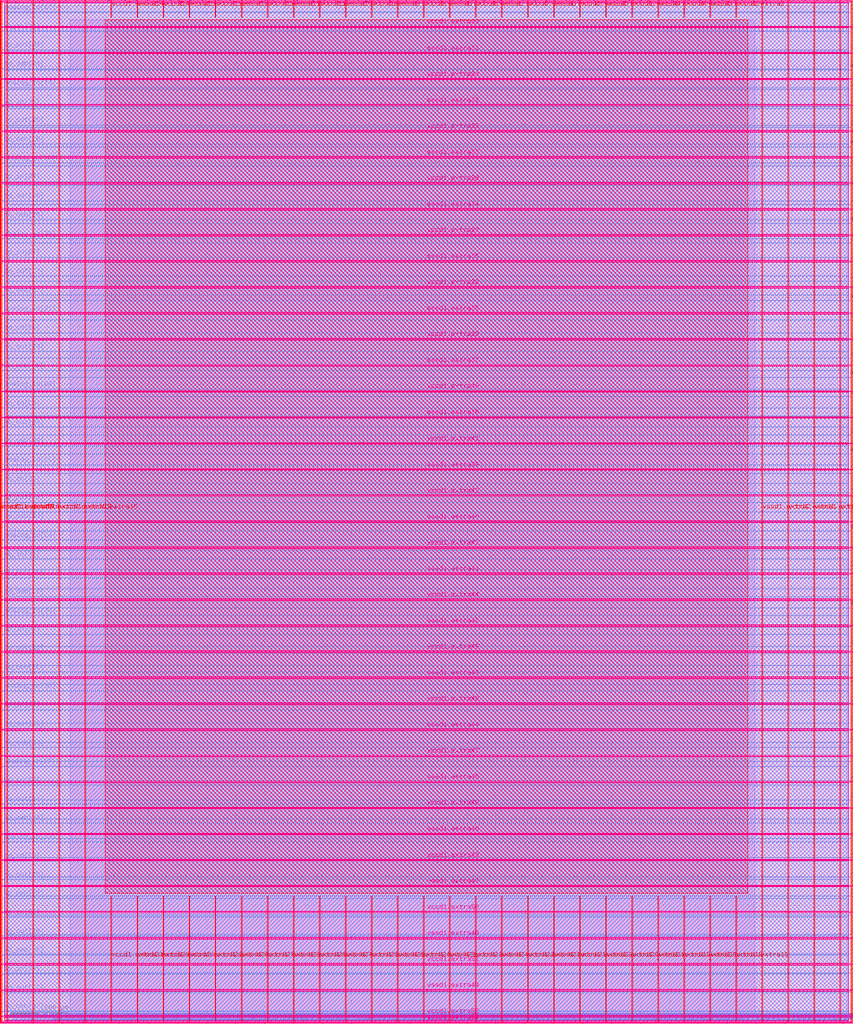
<source format=lef>
VERSION 5.7 ;
  NOWIREEXTENSIONATPIN ON ;
  DIVIDERCHAR "/" ;
  BUSBITCHARS "[]" ;
MACRO user_project_wrapper
  CLASS BLOCK ;
  FOREIGN user_project_wrapper ;
  ORIGIN 0.000 0.000 ;
  SIZE 2920.000 BY 3520.000 ;
  PIN analog_io[0]
    DIRECTION INOUT ;
    USE SIGNAL ;
    PORT
      LAYER met3 ;
        RECT 2917.600 1426.380 2924.800 1427.580 ;
    END
  END analog_io[0]
  PIN analog_io[10]
    DIRECTION INOUT ;
    USE SIGNAL ;
    PORT
      LAYER met2 ;
        RECT 2230.490 3517.600 2231.050 3524.800 ;
    END
  END analog_io[10]
  PIN analog_io[11]
    DIRECTION INOUT ;
    USE SIGNAL ;
    PORT
      LAYER met2 ;
        RECT 1905.730 3517.600 1906.290 3524.800 ;
    END
  END analog_io[11]
  PIN analog_io[12]
    DIRECTION INOUT ;
    USE SIGNAL ;
    PORT
      LAYER met2 ;
        RECT 1581.430 3517.600 1581.990 3524.800 ;
    END
  END analog_io[12]
  PIN analog_io[13]
    DIRECTION INOUT ;
    USE SIGNAL ;
    PORT
      LAYER met2 ;
        RECT 1257.130 3517.600 1257.690 3524.800 ;
    END
  END analog_io[13]
  PIN analog_io[14]
    DIRECTION INOUT ;
    USE SIGNAL ;
    PORT
      LAYER met2 ;
        RECT 932.370 3517.600 932.930 3524.800 ;
    END
  END analog_io[14]
  PIN analog_io[15]
    DIRECTION INOUT ;
    USE SIGNAL ;
    PORT
      LAYER met2 ;
        RECT 608.070 3517.600 608.630 3524.800 ;
    END
  END analog_io[15]
  PIN analog_io[16]
    DIRECTION INOUT ;
    USE SIGNAL ;
    PORT
      LAYER met2 ;
        RECT 283.770 3517.600 284.330 3524.800 ;
    END
  END analog_io[16]
  PIN analog_io[17]
    DIRECTION INOUT ;
    USE SIGNAL ;
    PORT
      LAYER met3 ;
        RECT -4.800 3486.100 2.400 3487.300 ;
    END
  END analog_io[17]
  PIN analog_io[18]
    DIRECTION INOUT ;
    USE SIGNAL ;
    PORT
      LAYER met3 ;
        RECT -4.800 3224.980 2.400 3226.180 ;
    END
  END analog_io[18]
  PIN analog_io[19]
    DIRECTION INOUT ;
    USE SIGNAL ;
    PORT
      LAYER met3 ;
        RECT -4.800 2964.540 2.400 2965.740 ;
    END
  END analog_io[19]
  PIN analog_io[1]
    DIRECTION INOUT ;
    USE SIGNAL ;
    PORT
      LAYER met3 ;
        RECT 2917.600 1692.260 2924.800 1693.460 ;
    END
  END analog_io[1]
  PIN analog_io[20]
    DIRECTION INOUT ;
    USE SIGNAL ;
    PORT
      LAYER met3 ;
        RECT -4.800 2703.420 2.400 2704.620 ;
    END
  END analog_io[20]
  PIN analog_io[21]
    DIRECTION INOUT ;
    USE SIGNAL ;
    PORT
      LAYER met3 ;
        RECT -4.800 2442.980 2.400 2444.180 ;
    END
  END analog_io[21]
  PIN analog_io[22]
    DIRECTION INOUT ;
    USE SIGNAL ;
    PORT
      LAYER met3 ;
        RECT -4.800 2182.540 2.400 2183.740 ;
    END
  END analog_io[22]
  PIN analog_io[23]
    DIRECTION INOUT ;
    USE SIGNAL ;
    PORT
      LAYER met3 ;
        RECT -4.800 1921.420 2.400 1922.620 ;
    END
  END analog_io[23]
  PIN analog_io[24]
    DIRECTION INOUT ;
    USE SIGNAL ;
    PORT
      LAYER met3 ;
        RECT -4.800 1660.980 2.400 1662.180 ;
    END
  END analog_io[24]
  PIN analog_io[25]
    DIRECTION INOUT ;
    USE SIGNAL ;
    PORT
      LAYER met3 ;
        RECT -4.800 1399.860 2.400 1401.060 ;
    END
  END analog_io[25]
  PIN analog_io[26]
    DIRECTION INOUT ;
    USE SIGNAL ;
    PORT
      LAYER met3 ;
        RECT -4.800 1139.420 2.400 1140.620 ;
    END
  END analog_io[26]
  PIN analog_io[27]
    DIRECTION INOUT ;
    USE SIGNAL ;
    PORT
      LAYER met3 ;
        RECT -4.800 878.980 2.400 880.180 ;
    END
  END analog_io[27]
  PIN analog_io[28]
    DIRECTION INOUT ;
    USE SIGNAL ;
    PORT
      LAYER met3 ;
        RECT -4.800 617.860 2.400 619.060 ;
    END
  END analog_io[28]
  PIN analog_io[2]
    DIRECTION INOUT ;
    USE SIGNAL ;
    PORT
      LAYER met3 ;
        RECT 2917.600 1958.140 2924.800 1959.340 ;
    END
  END analog_io[2]
  PIN analog_io[3]
    DIRECTION INOUT ;
    USE SIGNAL ;
    PORT
      LAYER met3 ;
        RECT 2917.600 2223.340 2924.800 2224.540 ;
    END
  END analog_io[3]
  PIN analog_io[4]
    DIRECTION INOUT ;
    USE SIGNAL ;
    PORT
      LAYER met3 ;
        RECT 2917.600 2489.220 2924.800 2490.420 ;
    END
  END analog_io[4]
  PIN analog_io[5]
    DIRECTION INOUT ;
    USE SIGNAL ;
    PORT
      LAYER met3 ;
        RECT 2917.600 2755.100 2924.800 2756.300 ;
    END
  END analog_io[5]
  PIN analog_io[6]
    DIRECTION INOUT ;
    USE SIGNAL ;
    PORT
      LAYER met3 ;
        RECT 2917.600 3020.300 2924.800 3021.500 ;
    END
  END analog_io[6]
  PIN analog_io[7]
    DIRECTION INOUT ;
    USE SIGNAL ;
    PORT
      LAYER met3 ;
        RECT 2917.600 3286.180 2924.800 3287.380 ;
    END
  END analog_io[7]
  PIN analog_io[8]
    DIRECTION INOUT ;
    USE SIGNAL ;
    PORT
      LAYER met2 ;
        RECT 2879.090 3517.600 2879.650 3524.800 ;
    END
  END analog_io[8]
  PIN analog_io[9]
    DIRECTION INOUT ;
    USE SIGNAL ;
    PORT
      LAYER met2 ;
        RECT 2554.790 3517.600 2555.350 3524.800 ;
    END
  END analog_io[9]
  PIN io_in[0]
    DIRECTION INPUT ;
    USE SIGNAL ;
    PORT
      LAYER met3 ;
        RECT 2917.600 32.380 2924.800 33.580 ;
    END
  END io_in[0]
  PIN io_in[10]
    DIRECTION INPUT ;
    USE SIGNAL ;
    PORT
      LAYER met3 ;
        RECT 2917.600 2289.980 2924.800 2291.180 ;
    END
  END io_in[10]
  PIN io_in[11]
    DIRECTION INPUT ;
    USE SIGNAL ;
    PORT
      LAYER met3 ;
        RECT 2917.600 2555.860 2924.800 2557.060 ;
    END
  END io_in[11]
  PIN io_in[12]
    DIRECTION INPUT ;
    USE SIGNAL ;
    PORT
      LAYER met3 ;
        RECT 2917.600 2821.060 2924.800 2822.260 ;
    END
  END io_in[12]
  PIN io_in[13]
    DIRECTION INPUT ;
    USE SIGNAL ;
    PORT
      LAYER met3 ;
        RECT 2917.600 3086.940 2924.800 3088.140 ;
    END
  END io_in[13]
  PIN io_in[14]
    DIRECTION INPUT ;
    USE SIGNAL ;
    PORT
      LAYER met3 ;
        RECT 2917.600 3352.820 2924.800 3354.020 ;
    END
  END io_in[14]
  PIN io_in[15]
    DIRECTION INPUT ;
    USE SIGNAL ;
    PORT
      LAYER met2 ;
        RECT 2798.130 3517.600 2798.690 3524.800 ;
    END
  END io_in[15]
  PIN io_in[16]
    DIRECTION INPUT ;
    USE SIGNAL ;
    PORT
      LAYER met2 ;
        RECT 2473.830 3517.600 2474.390 3524.800 ;
    END
  END io_in[16]
  PIN io_in[17]
    DIRECTION INPUT ;
    USE SIGNAL ;
    PORT
      LAYER met2 ;
        RECT 2149.070 3517.600 2149.630 3524.800 ;
    END
  END io_in[17]
  PIN io_in[18]
    DIRECTION INPUT ;
    USE SIGNAL ;
    PORT
      LAYER met2 ;
        RECT 1824.770 3517.600 1825.330 3524.800 ;
    END
  END io_in[18]
  PIN io_in[19]
    DIRECTION INPUT ;
    USE SIGNAL ;
    PORT
      LAYER met2 ;
        RECT 1500.470 3517.600 1501.030 3524.800 ;
    END
  END io_in[19]
  PIN io_in[1]
    DIRECTION INPUT ;
    USE SIGNAL ;
    PORT
      LAYER met3 ;
        RECT 2917.600 230.940 2924.800 232.140 ;
    END
  END io_in[1]
  PIN io_in[20]
    DIRECTION INPUT ;
    USE SIGNAL ;
    PORT
      LAYER met2 ;
        RECT 1175.710 3517.600 1176.270 3524.800 ;
    END
  END io_in[20]
  PIN io_in[21]
    DIRECTION INPUT ;
    USE SIGNAL ;
    PORT
      LAYER met2 ;
        RECT 851.410 3517.600 851.970 3524.800 ;
    END
  END io_in[21]
  PIN io_in[22]
    DIRECTION INPUT ;
    USE SIGNAL ;
    PORT
      LAYER met2 ;
        RECT 527.110 3517.600 527.670 3524.800 ;
    END
  END io_in[22]
  PIN io_in[23]
    DIRECTION INPUT ;
    USE SIGNAL ;
    PORT
      LAYER met2 ;
        RECT 202.350 3517.600 202.910 3524.800 ;
    END
  END io_in[23]
  PIN io_in[24]
    DIRECTION INPUT ;
    USE SIGNAL ;
    PORT
      LAYER met3 ;
        RECT -4.800 3420.820 2.400 3422.020 ;
    END
  END io_in[24]
  PIN io_in[25]
    DIRECTION INPUT ;
    USE SIGNAL ;
    PORT
      LAYER met3 ;
        RECT -4.800 3159.700 2.400 3160.900 ;
    END
  END io_in[25]
  PIN io_in[26]
    DIRECTION INPUT ;
    USE SIGNAL ;
    PORT
      LAYER met3 ;
        RECT -4.800 2899.260 2.400 2900.460 ;
    END
  END io_in[26]
  PIN io_in[27]
    DIRECTION INPUT ;
    USE SIGNAL ;
    PORT
      LAYER met3 ;
        RECT -4.800 2638.820 2.400 2640.020 ;
    END
  END io_in[27]
  PIN io_in[28]
    DIRECTION INPUT ;
    USE SIGNAL ;
    PORT
      LAYER met3 ;
        RECT -4.800 2377.700 2.400 2378.900 ;
    END
  END io_in[28]
  PIN io_in[29]
    DIRECTION INPUT ;
    USE SIGNAL ;
    PORT
      LAYER met3 ;
        RECT -4.800 2117.260 2.400 2118.460 ;
    END
  END io_in[29]
  PIN io_in[2]
    DIRECTION INPUT ;
    USE SIGNAL ;
    PORT
      LAYER met3 ;
        RECT 2917.600 430.180 2924.800 431.380 ;
    END
  END io_in[2]
  PIN io_in[30]
    DIRECTION INPUT ;
    USE SIGNAL ;
    PORT
      LAYER met3 ;
        RECT -4.800 1856.140 2.400 1857.340 ;
    END
  END io_in[30]
  PIN io_in[31]
    DIRECTION INPUT ;
    USE SIGNAL ;
    PORT
      LAYER met3 ;
        RECT -4.800 1595.700 2.400 1596.900 ;
    END
  END io_in[31]
  PIN io_in[32]
    DIRECTION INPUT ;
    USE SIGNAL ;
    PORT
      LAYER met3 ;
        RECT -4.800 1335.260 2.400 1336.460 ;
    END
  END io_in[32]
  PIN io_in[33]
    DIRECTION INPUT ;
    USE SIGNAL ;
    PORT
      LAYER met3 ;
        RECT -4.800 1074.140 2.400 1075.340 ;
    END
  END io_in[33]
  PIN io_in[34]
    DIRECTION INPUT ;
    USE SIGNAL ;
    PORT
      LAYER met3 ;
        RECT -4.800 813.700 2.400 814.900 ;
    END
  END io_in[34]
  PIN io_in[35]
    DIRECTION INPUT ;
    USE SIGNAL ;
    PORT
      LAYER met3 ;
        RECT -4.800 552.580 2.400 553.780 ;
    END
  END io_in[35]
  PIN io_in[36]
    DIRECTION INPUT ;
    USE SIGNAL ;
    PORT
      LAYER met3 ;
        RECT -4.800 357.420 2.400 358.620 ;
    END
  END io_in[36]
  PIN io_in[37]
    DIRECTION INPUT ;
    USE SIGNAL ;
    PORT
      LAYER met3 ;
        RECT -4.800 161.580 2.400 162.780 ;
    END
  END io_in[37]
  PIN io_in[3]
    DIRECTION INPUT ;
    USE SIGNAL ;
    PORT
      LAYER met3 ;
        RECT 2917.600 629.420 2924.800 630.620 ;
    END
  END io_in[3]
  PIN io_in[4]
    DIRECTION INPUT ;
    USE SIGNAL ;
    PORT
      LAYER met3 ;
        RECT 2917.600 828.660 2924.800 829.860 ;
    END
  END io_in[4]
  PIN io_in[5]
    DIRECTION INPUT ;
    USE SIGNAL ;
    PORT
      LAYER met3 ;
        RECT 2917.600 1027.900 2924.800 1029.100 ;
    END
  END io_in[5]
  PIN io_in[6]
    DIRECTION INPUT ;
    USE SIGNAL ;
    PORT
      LAYER met3 ;
        RECT 2917.600 1227.140 2924.800 1228.340 ;
    END
  END io_in[6]
  PIN io_in[7]
    DIRECTION INPUT ;
    USE SIGNAL ;
    PORT
      LAYER met3 ;
        RECT 2917.600 1493.020 2924.800 1494.220 ;
    END
  END io_in[7]
  PIN io_in[8]
    DIRECTION INPUT ;
    USE SIGNAL ;
    PORT
      LAYER met3 ;
        RECT 2917.600 1758.900 2924.800 1760.100 ;
    END
  END io_in[8]
  PIN io_in[9]
    DIRECTION INPUT ;
    USE SIGNAL ;
    PORT
      LAYER met3 ;
        RECT 2917.600 2024.100 2924.800 2025.300 ;
    END
  END io_in[9]
  PIN io_oeb[0]
    DIRECTION OUTPUT TRISTATE ;
    USE SIGNAL ;
    PORT
      LAYER met3 ;
        RECT 2917.600 164.980 2924.800 166.180 ;
    END
  END io_oeb[0]
  PIN io_oeb[10]
    DIRECTION OUTPUT TRISTATE ;
    USE SIGNAL ;
    PORT
      LAYER met3 ;
        RECT 2917.600 2422.580 2924.800 2423.780 ;
    END
  END io_oeb[10]
  PIN io_oeb[11]
    DIRECTION OUTPUT TRISTATE ;
    USE SIGNAL ;
    PORT
      LAYER met3 ;
        RECT 2917.600 2688.460 2924.800 2689.660 ;
    END
  END io_oeb[11]
  PIN io_oeb[12]
    DIRECTION OUTPUT TRISTATE ;
    USE SIGNAL ;
    PORT
      LAYER met3 ;
        RECT 2917.600 2954.340 2924.800 2955.540 ;
    END
  END io_oeb[12]
  PIN io_oeb[13]
    DIRECTION OUTPUT TRISTATE ;
    USE SIGNAL ;
    PORT
      LAYER met3 ;
        RECT 2917.600 3219.540 2924.800 3220.740 ;
    END
  END io_oeb[13]
  PIN io_oeb[14]
    DIRECTION OUTPUT TRISTATE ;
    USE SIGNAL ;
    PORT
      LAYER met3 ;
        RECT 2917.600 3485.420 2924.800 3486.620 ;
    END
  END io_oeb[14]
  PIN io_oeb[15]
    DIRECTION OUTPUT TRISTATE ;
    USE SIGNAL ;
    PORT
      LAYER met2 ;
        RECT 2635.750 3517.600 2636.310 3524.800 ;
    END
  END io_oeb[15]
  PIN io_oeb[16]
    DIRECTION OUTPUT TRISTATE ;
    USE SIGNAL ;
    PORT
      LAYER met2 ;
        RECT 2311.450 3517.600 2312.010 3524.800 ;
    END
  END io_oeb[16]
  PIN io_oeb[17]
    DIRECTION OUTPUT TRISTATE ;
    USE SIGNAL ;
    PORT
      LAYER met2 ;
        RECT 1987.150 3517.600 1987.710 3524.800 ;
    END
  END io_oeb[17]
  PIN io_oeb[18]
    DIRECTION OUTPUT TRISTATE ;
    USE SIGNAL ;
    PORT
      LAYER met2 ;
        RECT 1662.390 3517.600 1662.950 3524.800 ;
    END
  END io_oeb[18]
  PIN io_oeb[19]
    DIRECTION OUTPUT TRISTATE ;
    USE SIGNAL ;
    PORT
      LAYER met2 ;
        RECT 1338.090 3517.600 1338.650 3524.800 ;
    END
  END io_oeb[19]
  PIN io_oeb[1]
    DIRECTION OUTPUT TRISTATE ;
    USE SIGNAL ;
    PORT
      LAYER met3 ;
        RECT 2917.600 364.220 2924.800 365.420 ;
    END
  END io_oeb[1]
  PIN io_oeb[20]
    DIRECTION OUTPUT TRISTATE ;
    USE SIGNAL ;
    PORT
      LAYER met2 ;
        RECT 1013.790 3517.600 1014.350 3524.800 ;
    END
  END io_oeb[20]
  PIN io_oeb[21]
    DIRECTION OUTPUT TRISTATE ;
    USE SIGNAL ;
    PORT
      LAYER met2 ;
        RECT 689.030 3517.600 689.590 3524.800 ;
    END
  END io_oeb[21]
  PIN io_oeb[22]
    DIRECTION OUTPUT TRISTATE ;
    USE SIGNAL ;
    PORT
      LAYER met2 ;
        RECT 364.730 3517.600 365.290 3524.800 ;
    END
  END io_oeb[22]
  PIN io_oeb[23]
    DIRECTION OUTPUT TRISTATE ;
    USE SIGNAL ;
    PORT
      LAYER met2 ;
        RECT 40.430 3517.600 40.990 3524.800 ;
    END
  END io_oeb[23]
  PIN io_oeb[24]
    DIRECTION OUTPUT TRISTATE ;
    USE SIGNAL ;
    PORT
      LAYER met3 ;
        RECT -4.800 3290.260 2.400 3291.460 ;
    END
  END io_oeb[24]
  PIN io_oeb[25]
    DIRECTION OUTPUT TRISTATE ;
    USE SIGNAL ;
    PORT
      LAYER met3 ;
        RECT -4.800 3029.820 2.400 3031.020 ;
    END
  END io_oeb[25]
  PIN io_oeb[26]
    DIRECTION OUTPUT TRISTATE ;
    USE SIGNAL ;
    PORT
      LAYER met3 ;
        RECT -4.800 2768.700 2.400 2769.900 ;
    END
  END io_oeb[26]
  PIN io_oeb[27]
    DIRECTION OUTPUT TRISTATE ;
    USE SIGNAL ;
    PORT
      LAYER met3 ;
        RECT -4.800 2508.260 2.400 2509.460 ;
    END
  END io_oeb[27]
  PIN io_oeb[28]
    DIRECTION OUTPUT TRISTATE ;
    USE SIGNAL ;
    PORT
      LAYER met3 ;
        RECT -4.800 2247.140 2.400 2248.340 ;
    END
  END io_oeb[28]
  PIN io_oeb[29]
    DIRECTION OUTPUT TRISTATE ;
    USE SIGNAL ;
    PORT
      LAYER met3 ;
        RECT -4.800 1986.700 2.400 1987.900 ;
    END
  END io_oeb[29]
  PIN io_oeb[2]
    DIRECTION OUTPUT TRISTATE ;
    USE SIGNAL ;
    PORT
      LAYER met3 ;
        RECT 2917.600 563.460 2924.800 564.660 ;
    END
  END io_oeb[2]
  PIN io_oeb[30]
    DIRECTION OUTPUT TRISTATE ;
    USE SIGNAL ;
    PORT
      LAYER met3 ;
        RECT -4.800 1726.260 2.400 1727.460 ;
    END
  END io_oeb[30]
  PIN io_oeb[31]
    DIRECTION OUTPUT TRISTATE ;
    USE SIGNAL ;
    PORT
      LAYER met3 ;
        RECT -4.800 1465.140 2.400 1466.340 ;
    END
  END io_oeb[31]
  PIN io_oeb[32]
    DIRECTION OUTPUT TRISTATE ;
    USE SIGNAL ;
    PORT
      LAYER met3 ;
        RECT -4.800 1204.700 2.400 1205.900 ;
    END
  END io_oeb[32]
  PIN io_oeb[33]
    DIRECTION OUTPUT TRISTATE ;
    USE SIGNAL ;
    PORT
      LAYER met3 ;
        RECT -4.800 943.580 2.400 944.780 ;
    END
  END io_oeb[33]
  PIN io_oeb[34]
    DIRECTION OUTPUT TRISTATE ;
    USE SIGNAL ;
    PORT
      LAYER met3 ;
        RECT -4.800 683.140 2.400 684.340 ;
    END
  END io_oeb[34]
  PIN io_oeb[35]
    DIRECTION OUTPUT TRISTATE ;
    USE SIGNAL ;
    PORT
      LAYER met3 ;
        RECT -4.800 422.700 2.400 423.900 ;
    END
  END io_oeb[35]
  PIN io_oeb[36]
    DIRECTION OUTPUT TRISTATE ;
    USE SIGNAL ;
    PORT
      LAYER met3 ;
        RECT -4.800 226.860 2.400 228.060 ;
    END
  END io_oeb[36]
  PIN io_oeb[37]
    DIRECTION OUTPUT TRISTATE ;
    USE SIGNAL ;
    PORT
      LAYER met3 ;
        RECT -4.800 31.700 2.400 32.900 ;
    END
  END io_oeb[37]
  PIN io_oeb[3]
    DIRECTION OUTPUT TRISTATE ;
    USE SIGNAL ;
    PORT
      LAYER met3 ;
        RECT 2917.600 762.700 2924.800 763.900 ;
    END
  END io_oeb[3]
  PIN io_oeb[4]
    DIRECTION OUTPUT TRISTATE ;
    USE SIGNAL ;
    PORT
      LAYER met3 ;
        RECT 2917.600 961.940 2924.800 963.140 ;
    END
  END io_oeb[4]
  PIN io_oeb[5]
    DIRECTION OUTPUT TRISTATE ;
    USE SIGNAL ;
    PORT
      LAYER met3 ;
        RECT 2917.600 1161.180 2924.800 1162.380 ;
    END
  END io_oeb[5]
  PIN io_oeb[6]
    DIRECTION OUTPUT TRISTATE ;
    USE SIGNAL ;
    PORT
      LAYER met3 ;
        RECT 2917.600 1360.420 2924.800 1361.620 ;
    END
  END io_oeb[6]
  PIN io_oeb[7]
    DIRECTION OUTPUT TRISTATE ;
    USE SIGNAL ;
    PORT
      LAYER met3 ;
        RECT 2917.600 1625.620 2924.800 1626.820 ;
    END
  END io_oeb[7]
  PIN io_oeb[8]
    DIRECTION OUTPUT TRISTATE ;
    USE SIGNAL ;
    PORT
      LAYER met3 ;
        RECT 2917.600 1891.500 2924.800 1892.700 ;
    END
  END io_oeb[8]
  PIN io_oeb[9]
    DIRECTION OUTPUT TRISTATE ;
    USE SIGNAL ;
    PORT
      LAYER met3 ;
        RECT 2917.600 2157.380 2924.800 2158.580 ;
    END
  END io_oeb[9]
  PIN io_out[0]
    DIRECTION OUTPUT TRISTATE ;
    USE SIGNAL ;
    PORT
      LAYER met3 ;
        RECT 2917.600 98.340 2924.800 99.540 ;
    END
  END io_out[0]
  PIN io_out[10]
    DIRECTION OUTPUT TRISTATE ;
    USE SIGNAL ;
    PORT
      LAYER met3 ;
        RECT 2917.600 2356.620 2924.800 2357.820 ;
    END
  END io_out[10]
  PIN io_out[11]
    DIRECTION OUTPUT TRISTATE ;
    USE SIGNAL ;
    PORT
      LAYER met3 ;
        RECT 2917.600 2621.820 2924.800 2623.020 ;
    END
  END io_out[11]
  PIN io_out[12]
    DIRECTION OUTPUT TRISTATE ;
    USE SIGNAL ;
    PORT
      LAYER met3 ;
        RECT 2917.600 2887.700 2924.800 2888.900 ;
    END
  END io_out[12]
  PIN io_out[13]
    DIRECTION OUTPUT TRISTATE ;
    USE SIGNAL ;
    PORT
      LAYER met3 ;
        RECT 2917.600 3153.580 2924.800 3154.780 ;
    END
  END io_out[13]
  PIN io_out[14]
    DIRECTION OUTPUT TRISTATE ;
    USE SIGNAL ;
    PORT
      LAYER met3 ;
        RECT 2917.600 3418.780 2924.800 3419.980 ;
    END
  END io_out[14]
  PIN io_out[15]
    DIRECTION OUTPUT TRISTATE ;
    USE SIGNAL ;
    PORT
      LAYER met2 ;
        RECT 2717.170 3517.600 2717.730 3524.800 ;
    END
  END io_out[15]
  PIN io_out[16]
    DIRECTION OUTPUT TRISTATE ;
    USE SIGNAL ;
    PORT
      LAYER met2 ;
        RECT 2392.410 3517.600 2392.970 3524.800 ;
    END
  END io_out[16]
  PIN io_out[17]
    DIRECTION OUTPUT TRISTATE ;
    USE SIGNAL ;
    PORT
      LAYER met2 ;
        RECT 2068.110 3517.600 2068.670 3524.800 ;
    END
  END io_out[17]
  PIN io_out[18]
    DIRECTION OUTPUT TRISTATE ;
    USE SIGNAL ;
    PORT
      LAYER met2 ;
        RECT 1743.810 3517.600 1744.370 3524.800 ;
    END
  END io_out[18]
  PIN io_out[19]
    DIRECTION OUTPUT TRISTATE ;
    USE SIGNAL ;
    PORT
      LAYER met2 ;
        RECT 1419.050 3517.600 1419.610 3524.800 ;
    END
  END io_out[19]
  PIN io_out[1]
    DIRECTION OUTPUT TRISTATE ;
    USE SIGNAL ;
    PORT
      LAYER met3 ;
        RECT 2917.600 297.580 2924.800 298.780 ;
    END
  END io_out[1]
  PIN io_out[20]
    DIRECTION OUTPUT TRISTATE ;
    USE SIGNAL ;
    PORT
      LAYER met2 ;
        RECT 1094.750 3517.600 1095.310 3524.800 ;
    END
  END io_out[20]
  PIN io_out[21]
    DIRECTION OUTPUT TRISTATE ;
    USE SIGNAL ;
    PORT
      LAYER met2 ;
        RECT 770.450 3517.600 771.010 3524.800 ;
    END
  END io_out[21]
  PIN io_out[22]
    DIRECTION OUTPUT TRISTATE ;
    USE SIGNAL ;
    PORT
      LAYER met2 ;
        RECT 445.690 3517.600 446.250 3524.800 ;
    END
  END io_out[22]
  PIN io_out[23]
    DIRECTION OUTPUT TRISTATE ;
    USE SIGNAL ;
    PORT
      LAYER met2 ;
        RECT 121.390 3517.600 121.950 3524.800 ;
    END
  END io_out[23]
  PIN io_out[24]
    DIRECTION OUTPUT TRISTATE ;
    USE SIGNAL ;
    PORT
      LAYER met3 ;
        RECT -4.800 3355.540 2.400 3356.740 ;
    END
  END io_out[24]
  PIN io_out[25]
    DIRECTION OUTPUT TRISTATE ;
    USE SIGNAL ;
    PORT
      LAYER met3 ;
        RECT -4.800 3095.100 2.400 3096.300 ;
    END
  END io_out[25]
  PIN io_out[26]
    DIRECTION OUTPUT TRISTATE ;
    USE SIGNAL ;
    PORT
      LAYER met3 ;
        RECT -4.800 2833.980 2.400 2835.180 ;
    END
  END io_out[26]
  PIN io_out[27]
    DIRECTION OUTPUT TRISTATE ;
    USE SIGNAL ;
    PORT
      LAYER met3 ;
        RECT -4.800 2573.540 2.400 2574.740 ;
    END
  END io_out[27]
  PIN io_out[28]
    DIRECTION OUTPUT TRISTATE ;
    USE SIGNAL ;
    PORT
      LAYER met3 ;
        RECT -4.800 2312.420 2.400 2313.620 ;
    END
  END io_out[28]
  PIN io_out[29]
    DIRECTION OUTPUT TRISTATE ;
    USE SIGNAL ;
    PORT
      LAYER met3 ;
        RECT -4.800 2051.980 2.400 2053.180 ;
    END
  END io_out[29]
  PIN io_out[2]
    DIRECTION OUTPUT TRISTATE ;
    USE SIGNAL ;
    PORT
      LAYER met3 ;
        RECT 2917.600 496.820 2924.800 498.020 ;
    END
  END io_out[2]
  PIN io_out[30]
    DIRECTION OUTPUT TRISTATE ;
    USE SIGNAL ;
    PORT
      LAYER met3 ;
        RECT -4.800 1791.540 2.400 1792.740 ;
    END
  END io_out[30]
  PIN io_out[31]
    DIRECTION OUTPUT TRISTATE ;
    USE SIGNAL ;
    PORT
      LAYER met3 ;
        RECT -4.800 1530.420 2.400 1531.620 ;
    END
  END io_out[31]
  PIN io_out[32]
    DIRECTION OUTPUT TRISTATE ;
    USE SIGNAL ;
    PORT
      LAYER met3 ;
        RECT -4.800 1269.980 2.400 1271.180 ;
    END
  END io_out[32]
  PIN io_out[33]
    DIRECTION OUTPUT TRISTATE ;
    USE SIGNAL ;
    PORT
      LAYER met3 ;
        RECT -4.800 1008.860 2.400 1010.060 ;
    END
  END io_out[33]
  PIN io_out[34]
    DIRECTION OUTPUT TRISTATE ;
    USE SIGNAL ;
    PORT
      LAYER met3 ;
        RECT -4.800 748.420 2.400 749.620 ;
    END
  END io_out[34]
  PIN io_out[35]
    DIRECTION OUTPUT TRISTATE ;
    USE SIGNAL ;
    PORT
      LAYER met3 ;
        RECT -4.800 487.300 2.400 488.500 ;
    END
  END io_out[35]
  PIN io_out[36]
    DIRECTION OUTPUT TRISTATE ;
    USE SIGNAL ;
    PORT
      LAYER met3 ;
        RECT -4.800 292.140 2.400 293.340 ;
    END
  END io_out[36]
  PIN io_out[37]
    DIRECTION OUTPUT TRISTATE ;
    USE SIGNAL ;
    PORT
      LAYER met3 ;
        RECT -4.800 96.300 2.400 97.500 ;
    END
  END io_out[37]
  PIN io_out[3]
    DIRECTION OUTPUT TRISTATE ;
    USE SIGNAL ;
    PORT
      LAYER met3 ;
        RECT 2917.600 696.060 2924.800 697.260 ;
    END
  END io_out[3]
  PIN io_out[4]
    DIRECTION OUTPUT TRISTATE ;
    USE SIGNAL ;
    PORT
      LAYER met3 ;
        RECT 2917.600 895.300 2924.800 896.500 ;
    END
  END io_out[4]
  PIN io_out[5]
    DIRECTION OUTPUT TRISTATE ;
    USE SIGNAL ;
    PORT
      LAYER met3 ;
        RECT 2917.600 1094.540 2924.800 1095.740 ;
    END
  END io_out[5]
  PIN io_out[6]
    DIRECTION OUTPUT TRISTATE ;
    USE SIGNAL ;
    PORT
      LAYER met3 ;
        RECT 2917.600 1293.780 2924.800 1294.980 ;
    END
  END io_out[6]
  PIN io_out[7]
    DIRECTION OUTPUT TRISTATE ;
    USE SIGNAL ;
    PORT
      LAYER met3 ;
        RECT 2917.600 1559.660 2924.800 1560.860 ;
    END
  END io_out[7]
  PIN io_out[8]
    DIRECTION OUTPUT TRISTATE ;
    USE SIGNAL ;
    PORT
      LAYER met3 ;
        RECT 2917.600 1824.860 2924.800 1826.060 ;
    END
  END io_out[8]
  PIN io_out[9]
    DIRECTION OUTPUT TRISTATE ;
    USE SIGNAL ;
    PORT
      LAYER met3 ;
        RECT 2917.600 2090.740 2924.800 2091.940 ;
    END
  END io_out[9]
  PIN la_data_in[0]
    DIRECTION INPUT ;
    USE SIGNAL ;
    PORT
      LAYER met2 ;
        RECT 629.230 -4.800 629.790 2.400 ;
    END
  END la_data_in[0]
  PIN la_data_in[100]
    DIRECTION INPUT ;
    USE SIGNAL ;
    PORT
      LAYER met2 ;
        RECT 2402.530 -4.800 2403.090 2.400 ;
    END
  END la_data_in[100]
  PIN la_data_in[101]
    DIRECTION INPUT ;
    USE SIGNAL ;
    PORT
      LAYER met2 ;
        RECT 2420.010 -4.800 2420.570 2.400 ;
    END
  END la_data_in[101]
  PIN la_data_in[102]
    DIRECTION INPUT ;
    USE SIGNAL ;
    PORT
      LAYER met2 ;
        RECT 2437.950 -4.800 2438.510 2.400 ;
    END
  END la_data_in[102]
  PIN la_data_in[103]
    DIRECTION INPUT ;
    USE SIGNAL ;
    PORT
      LAYER met2 ;
        RECT 2455.430 -4.800 2455.990 2.400 ;
    END
  END la_data_in[103]
  PIN la_data_in[104]
    DIRECTION INPUT ;
    USE SIGNAL ;
    PORT
      LAYER met2 ;
        RECT 2473.370 -4.800 2473.930 2.400 ;
    END
  END la_data_in[104]
  PIN la_data_in[105]
    DIRECTION INPUT ;
    USE SIGNAL ;
    PORT
      LAYER met2 ;
        RECT 2490.850 -4.800 2491.410 2.400 ;
    END
  END la_data_in[105]
  PIN la_data_in[106]
    DIRECTION INPUT ;
    USE SIGNAL ;
    PORT
      LAYER met2 ;
        RECT 2508.790 -4.800 2509.350 2.400 ;
    END
  END la_data_in[106]
  PIN la_data_in[107]
    DIRECTION INPUT ;
    USE SIGNAL ;
    PORT
      LAYER met2 ;
        RECT 2526.730 -4.800 2527.290 2.400 ;
    END
  END la_data_in[107]
  PIN la_data_in[108]
    DIRECTION INPUT ;
    USE SIGNAL ;
    PORT
      LAYER met2 ;
        RECT 2544.210 -4.800 2544.770 2.400 ;
    END
  END la_data_in[108]
  PIN la_data_in[109]
    DIRECTION INPUT ;
    USE SIGNAL ;
    PORT
      LAYER met2 ;
        RECT 2562.150 -4.800 2562.710 2.400 ;
    END
  END la_data_in[109]
  PIN la_data_in[10]
    DIRECTION INPUT ;
    USE SIGNAL ;
    PORT
      LAYER met2 ;
        RECT 806.330 -4.800 806.890 2.400 ;
    END
  END la_data_in[10]
  PIN la_data_in[110]
    DIRECTION INPUT ;
    USE SIGNAL ;
    PORT
      LAYER met2 ;
        RECT 2579.630 -4.800 2580.190 2.400 ;
    END
  END la_data_in[110]
  PIN la_data_in[111]
    DIRECTION INPUT ;
    USE SIGNAL ;
    PORT
      LAYER met2 ;
        RECT 2597.570 -4.800 2598.130 2.400 ;
    END
  END la_data_in[111]
  PIN la_data_in[112]
    DIRECTION INPUT ;
    USE SIGNAL ;
    PORT
      LAYER met2 ;
        RECT 2615.050 -4.800 2615.610 2.400 ;
    END
  END la_data_in[112]
  PIN la_data_in[113]
    DIRECTION INPUT ;
    USE SIGNAL ;
    PORT
      LAYER met2 ;
        RECT 2632.990 -4.800 2633.550 2.400 ;
    END
  END la_data_in[113]
  PIN la_data_in[114]
    DIRECTION INPUT ;
    USE SIGNAL ;
    PORT
      LAYER met2 ;
        RECT 2650.470 -4.800 2651.030 2.400 ;
    END
  END la_data_in[114]
  PIN la_data_in[115]
    DIRECTION INPUT ;
    USE SIGNAL ;
    PORT
      LAYER met2 ;
        RECT 2668.410 -4.800 2668.970 2.400 ;
    END
  END la_data_in[115]
  PIN la_data_in[116]
    DIRECTION INPUT ;
    USE SIGNAL ;
    PORT
      LAYER met2 ;
        RECT 2685.890 -4.800 2686.450 2.400 ;
    END
  END la_data_in[116]
  PIN la_data_in[117]
    DIRECTION INPUT ;
    USE SIGNAL ;
    PORT
      LAYER met2 ;
        RECT 2703.830 -4.800 2704.390 2.400 ;
    END
  END la_data_in[117]
  PIN la_data_in[118]
    DIRECTION INPUT ;
    USE SIGNAL ;
    PORT
      LAYER met2 ;
        RECT 2721.770 -4.800 2722.330 2.400 ;
    END
  END la_data_in[118]
  PIN la_data_in[119]
    DIRECTION INPUT ;
    USE SIGNAL ;
    PORT
      LAYER met2 ;
        RECT 2739.250 -4.800 2739.810 2.400 ;
    END
  END la_data_in[119]
  PIN la_data_in[11]
    DIRECTION INPUT ;
    USE SIGNAL ;
    PORT
      LAYER met2 ;
        RECT 824.270 -4.800 824.830 2.400 ;
    END
  END la_data_in[11]
  PIN la_data_in[120]
    DIRECTION INPUT ;
    USE SIGNAL ;
    PORT
      LAYER met2 ;
        RECT 2757.190 -4.800 2757.750 2.400 ;
    END
  END la_data_in[120]
  PIN la_data_in[121]
    DIRECTION INPUT ;
    USE SIGNAL ;
    PORT
      LAYER met2 ;
        RECT 2774.670 -4.800 2775.230 2.400 ;
    END
  END la_data_in[121]
  PIN la_data_in[122]
    DIRECTION INPUT ;
    USE SIGNAL ;
    PORT
      LAYER met2 ;
        RECT 2792.610 -4.800 2793.170 2.400 ;
    END
  END la_data_in[122]
  PIN la_data_in[123]
    DIRECTION INPUT ;
    USE SIGNAL ;
    PORT
      LAYER met2 ;
        RECT 2810.090 -4.800 2810.650 2.400 ;
    END
  END la_data_in[123]
  PIN la_data_in[124]
    DIRECTION INPUT ;
    USE SIGNAL ;
    PORT
      LAYER met2 ;
        RECT 2828.030 -4.800 2828.590 2.400 ;
    END
  END la_data_in[124]
  PIN la_data_in[125]
    DIRECTION INPUT ;
    USE SIGNAL ;
    PORT
      LAYER met2 ;
        RECT 2845.510 -4.800 2846.070 2.400 ;
    END
  END la_data_in[125]
  PIN la_data_in[126]
    DIRECTION INPUT ;
    USE SIGNAL ;
    PORT
      LAYER met2 ;
        RECT 2863.450 -4.800 2864.010 2.400 ;
    END
  END la_data_in[126]
  PIN la_data_in[127]
    DIRECTION INPUT ;
    USE SIGNAL ;
    PORT
      LAYER met2 ;
        RECT 2881.390 -4.800 2881.950 2.400 ;
    END
  END la_data_in[127]
  PIN la_data_in[12]
    DIRECTION INPUT ;
    USE SIGNAL ;
    PORT
      LAYER met2 ;
        RECT 841.750 -4.800 842.310 2.400 ;
    END
  END la_data_in[12]
  PIN la_data_in[13]
    DIRECTION INPUT ;
    USE SIGNAL ;
    PORT
      LAYER met2 ;
        RECT 859.690 -4.800 860.250 2.400 ;
    END
  END la_data_in[13]
  PIN la_data_in[14]
    DIRECTION INPUT ;
    USE SIGNAL ;
    PORT
      LAYER met2 ;
        RECT 877.170 -4.800 877.730 2.400 ;
    END
  END la_data_in[14]
  PIN la_data_in[15]
    DIRECTION INPUT ;
    USE SIGNAL ;
    PORT
      LAYER met2 ;
        RECT 895.110 -4.800 895.670 2.400 ;
    END
  END la_data_in[15]
  PIN la_data_in[16]
    DIRECTION INPUT ;
    USE SIGNAL ;
    PORT
      LAYER met2 ;
        RECT 912.590 -4.800 913.150 2.400 ;
    END
  END la_data_in[16]
  PIN la_data_in[17]
    DIRECTION INPUT ;
    USE SIGNAL ;
    PORT
      LAYER met2 ;
        RECT 930.530 -4.800 931.090 2.400 ;
    END
  END la_data_in[17]
  PIN la_data_in[18]
    DIRECTION INPUT ;
    USE SIGNAL ;
    PORT
      LAYER met2 ;
        RECT 948.470 -4.800 949.030 2.400 ;
    END
  END la_data_in[18]
  PIN la_data_in[19]
    DIRECTION INPUT ;
    USE SIGNAL ;
    PORT
      LAYER met2 ;
        RECT 965.950 -4.800 966.510 2.400 ;
    END
  END la_data_in[19]
  PIN la_data_in[1]
    DIRECTION INPUT ;
    USE SIGNAL ;
    PORT
      LAYER met2 ;
        RECT 646.710 -4.800 647.270 2.400 ;
    END
  END la_data_in[1]
  PIN la_data_in[20]
    DIRECTION INPUT ;
    USE SIGNAL ;
    PORT
      LAYER met2 ;
        RECT 983.890 -4.800 984.450 2.400 ;
    END
  END la_data_in[20]
  PIN la_data_in[21]
    DIRECTION INPUT ;
    USE SIGNAL ;
    PORT
      LAYER met2 ;
        RECT 1001.370 -4.800 1001.930 2.400 ;
    END
  END la_data_in[21]
  PIN la_data_in[22]
    DIRECTION INPUT ;
    USE SIGNAL ;
    PORT
      LAYER met2 ;
        RECT 1019.310 -4.800 1019.870 2.400 ;
    END
  END la_data_in[22]
  PIN la_data_in[23]
    DIRECTION INPUT ;
    USE SIGNAL ;
    PORT
      LAYER met2 ;
        RECT 1036.790 -4.800 1037.350 2.400 ;
    END
  END la_data_in[23]
  PIN la_data_in[24]
    DIRECTION INPUT ;
    USE SIGNAL ;
    PORT
      LAYER met2 ;
        RECT 1054.730 -4.800 1055.290 2.400 ;
    END
  END la_data_in[24]
  PIN la_data_in[25]
    DIRECTION INPUT ;
    USE SIGNAL ;
    PORT
      LAYER met2 ;
        RECT 1072.210 -4.800 1072.770 2.400 ;
    END
  END la_data_in[25]
  PIN la_data_in[26]
    DIRECTION INPUT ;
    USE SIGNAL ;
    PORT
      LAYER met2 ;
        RECT 1090.150 -4.800 1090.710 2.400 ;
    END
  END la_data_in[26]
  PIN la_data_in[27]
    DIRECTION INPUT ;
    USE SIGNAL ;
    PORT
      LAYER met2 ;
        RECT 1107.630 -4.800 1108.190 2.400 ;
    END
  END la_data_in[27]
  PIN la_data_in[28]
    DIRECTION INPUT ;
    USE SIGNAL ;
    PORT
      LAYER met2 ;
        RECT 1125.570 -4.800 1126.130 2.400 ;
    END
  END la_data_in[28]
  PIN la_data_in[29]
    DIRECTION INPUT ;
    USE SIGNAL ;
    PORT
      LAYER met2 ;
        RECT 1143.510 -4.800 1144.070 2.400 ;
    END
  END la_data_in[29]
  PIN la_data_in[2]
    DIRECTION INPUT ;
    USE SIGNAL ;
    PORT
      LAYER met2 ;
        RECT 664.650 -4.800 665.210 2.400 ;
    END
  END la_data_in[2]
  PIN la_data_in[30]
    DIRECTION INPUT ;
    USE SIGNAL ;
    PORT
      LAYER met2 ;
        RECT 1160.990 -4.800 1161.550 2.400 ;
    END
  END la_data_in[30]
  PIN la_data_in[31]
    DIRECTION INPUT ;
    USE SIGNAL ;
    PORT
      LAYER met2 ;
        RECT 1178.930 -4.800 1179.490 2.400 ;
    END
  END la_data_in[31]
  PIN la_data_in[32]
    DIRECTION INPUT ;
    USE SIGNAL ;
    PORT
      LAYER met2 ;
        RECT 1196.410 -4.800 1196.970 2.400 ;
    END
  END la_data_in[32]
  PIN la_data_in[33]
    DIRECTION INPUT ;
    USE SIGNAL ;
    PORT
      LAYER met2 ;
        RECT 1214.350 -4.800 1214.910 2.400 ;
    END
  END la_data_in[33]
  PIN la_data_in[34]
    DIRECTION INPUT ;
    USE SIGNAL ;
    PORT
      LAYER met2 ;
        RECT 1231.830 -4.800 1232.390 2.400 ;
    END
  END la_data_in[34]
  PIN la_data_in[35]
    DIRECTION INPUT ;
    USE SIGNAL ;
    PORT
      LAYER met2 ;
        RECT 1249.770 -4.800 1250.330 2.400 ;
    END
  END la_data_in[35]
  PIN la_data_in[36]
    DIRECTION INPUT ;
    USE SIGNAL ;
    PORT
      LAYER met2 ;
        RECT 1267.250 -4.800 1267.810 2.400 ;
    END
  END la_data_in[36]
  PIN la_data_in[37]
    DIRECTION INPUT ;
    USE SIGNAL ;
    PORT
      LAYER met2 ;
        RECT 1285.190 -4.800 1285.750 2.400 ;
    END
  END la_data_in[37]
  PIN la_data_in[38]
    DIRECTION INPUT ;
    USE SIGNAL ;
    PORT
      LAYER met2 ;
        RECT 1303.130 -4.800 1303.690 2.400 ;
    END
  END la_data_in[38]
  PIN la_data_in[39]
    DIRECTION INPUT ;
    USE SIGNAL ;
    PORT
      LAYER met2 ;
        RECT 1320.610 -4.800 1321.170 2.400 ;
    END
  END la_data_in[39]
  PIN la_data_in[3]
    DIRECTION INPUT ;
    USE SIGNAL ;
    PORT
      LAYER met2 ;
        RECT 682.130 -4.800 682.690 2.400 ;
    END
  END la_data_in[3]
  PIN la_data_in[40]
    DIRECTION INPUT ;
    USE SIGNAL ;
    PORT
      LAYER met2 ;
        RECT 1338.550 -4.800 1339.110 2.400 ;
    END
  END la_data_in[40]
  PIN la_data_in[41]
    DIRECTION INPUT ;
    USE SIGNAL ;
    PORT
      LAYER met2 ;
        RECT 1356.030 -4.800 1356.590 2.400 ;
    END
  END la_data_in[41]
  PIN la_data_in[42]
    DIRECTION INPUT ;
    USE SIGNAL ;
    PORT
      LAYER met2 ;
        RECT 1373.970 -4.800 1374.530 2.400 ;
    END
  END la_data_in[42]
  PIN la_data_in[43]
    DIRECTION INPUT ;
    USE SIGNAL ;
    PORT
      LAYER met2 ;
        RECT 1391.450 -4.800 1392.010 2.400 ;
    END
  END la_data_in[43]
  PIN la_data_in[44]
    DIRECTION INPUT ;
    USE SIGNAL ;
    PORT
      LAYER met2 ;
        RECT 1409.390 -4.800 1409.950 2.400 ;
    END
  END la_data_in[44]
  PIN la_data_in[45]
    DIRECTION INPUT ;
    USE SIGNAL ;
    PORT
      LAYER met2 ;
        RECT 1426.870 -4.800 1427.430 2.400 ;
    END
  END la_data_in[45]
  PIN la_data_in[46]
    DIRECTION INPUT ;
    USE SIGNAL ;
    PORT
      LAYER met2 ;
        RECT 1444.810 -4.800 1445.370 2.400 ;
    END
  END la_data_in[46]
  PIN la_data_in[47]
    DIRECTION INPUT ;
    USE SIGNAL ;
    PORT
      LAYER met2 ;
        RECT 1462.750 -4.800 1463.310 2.400 ;
    END
  END la_data_in[47]
  PIN la_data_in[48]
    DIRECTION INPUT ;
    USE SIGNAL ;
    PORT
      LAYER met2 ;
        RECT 1480.230 -4.800 1480.790 2.400 ;
    END
  END la_data_in[48]
  PIN la_data_in[49]
    DIRECTION INPUT ;
    USE SIGNAL ;
    PORT
      LAYER met2 ;
        RECT 1498.170 -4.800 1498.730 2.400 ;
    END
  END la_data_in[49]
  PIN la_data_in[4]
    DIRECTION INPUT ;
    USE SIGNAL ;
    PORT
      LAYER met2 ;
        RECT 700.070 -4.800 700.630 2.400 ;
    END
  END la_data_in[4]
  PIN la_data_in[50]
    DIRECTION INPUT ;
    USE SIGNAL ;
    PORT
      LAYER met2 ;
        RECT 1515.650 -4.800 1516.210 2.400 ;
    END
  END la_data_in[50]
  PIN la_data_in[51]
    DIRECTION INPUT ;
    USE SIGNAL ;
    PORT
      LAYER met2 ;
        RECT 1533.590 -4.800 1534.150 2.400 ;
    END
  END la_data_in[51]
  PIN la_data_in[52]
    DIRECTION INPUT ;
    USE SIGNAL ;
    PORT
      LAYER met2 ;
        RECT 1551.070 -4.800 1551.630 2.400 ;
    END
  END la_data_in[52]
  PIN la_data_in[53]
    DIRECTION INPUT ;
    USE SIGNAL ;
    PORT
      LAYER met2 ;
        RECT 1569.010 -4.800 1569.570 2.400 ;
    END
  END la_data_in[53]
  PIN la_data_in[54]
    DIRECTION INPUT ;
    USE SIGNAL ;
    PORT
      LAYER met2 ;
        RECT 1586.490 -4.800 1587.050 2.400 ;
    END
  END la_data_in[54]
  PIN la_data_in[55]
    DIRECTION INPUT ;
    USE SIGNAL ;
    PORT
      LAYER met2 ;
        RECT 1604.430 -4.800 1604.990 2.400 ;
    END
  END la_data_in[55]
  PIN la_data_in[56]
    DIRECTION INPUT ;
    USE SIGNAL ;
    PORT
      LAYER met2 ;
        RECT 1621.910 -4.800 1622.470 2.400 ;
    END
  END la_data_in[56]
  PIN la_data_in[57]
    DIRECTION INPUT ;
    USE SIGNAL ;
    PORT
      LAYER met2 ;
        RECT 1639.850 -4.800 1640.410 2.400 ;
    END
  END la_data_in[57]
  PIN la_data_in[58]
    DIRECTION INPUT ;
    USE SIGNAL ;
    PORT
      LAYER met2 ;
        RECT 1657.790 -4.800 1658.350 2.400 ;
    END
  END la_data_in[58]
  PIN la_data_in[59]
    DIRECTION INPUT ;
    USE SIGNAL ;
    PORT
      LAYER met2 ;
        RECT 1675.270 -4.800 1675.830 2.400 ;
    END
  END la_data_in[59]
  PIN la_data_in[5]
    DIRECTION INPUT ;
    USE SIGNAL ;
    PORT
      LAYER met2 ;
        RECT 717.550 -4.800 718.110 2.400 ;
    END
  END la_data_in[5]
  PIN la_data_in[60]
    DIRECTION INPUT ;
    USE SIGNAL ;
    PORT
      LAYER met2 ;
        RECT 1693.210 -4.800 1693.770 2.400 ;
    END
  END la_data_in[60]
  PIN la_data_in[61]
    DIRECTION INPUT ;
    USE SIGNAL ;
    PORT
      LAYER met2 ;
        RECT 1710.690 -4.800 1711.250 2.400 ;
    END
  END la_data_in[61]
  PIN la_data_in[62]
    DIRECTION INPUT ;
    USE SIGNAL ;
    PORT
      LAYER met2 ;
        RECT 1728.630 -4.800 1729.190 2.400 ;
    END
  END la_data_in[62]
  PIN la_data_in[63]
    DIRECTION INPUT ;
    USE SIGNAL ;
    PORT
      LAYER met2 ;
        RECT 1746.110 -4.800 1746.670 2.400 ;
    END
  END la_data_in[63]
  PIN la_data_in[64]
    DIRECTION INPUT ;
    USE SIGNAL ;
    PORT
      LAYER met2 ;
        RECT 1764.050 -4.800 1764.610 2.400 ;
    END
  END la_data_in[64]
  PIN la_data_in[65]
    DIRECTION INPUT ;
    USE SIGNAL ;
    PORT
      LAYER met2 ;
        RECT 1781.530 -4.800 1782.090 2.400 ;
    END
  END la_data_in[65]
  PIN la_data_in[66]
    DIRECTION INPUT ;
    USE SIGNAL ;
    PORT
      LAYER met2 ;
        RECT 1799.470 -4.800 1800.030 2.400 ;
    END
  END la_data_in[66]
  PIN la_data_in[67]
    DIRECTION INPUT ;
    USE SIGNAL ;
    PORT
      LAYER met2 ;
        RECT 1817.410 -4.800 1817.970 2.400 ;
    END
  END la_data_in[67]
  PIN la_data_in[68]
    DIRECTION INPUT ;
    USE SIGNAL ;
    PORT
      LAYER met2 ;
        RECT 1834.890 -4.800 1835.450 2.400 ;
    END
  END la_data_in[68]
  PIN la_data_in[69]
    DIRECTION INPUT ;
    USE SIGNAL ;
    PORT
      LAYER met2 ;
        RECT 1852.830 -4.800 1853.390 2.400 ;
    END
  END la_data_in[69]
  PIN la_data_in[6]
    DIRECTION INPUT ;
    USE SIGNAL ;
    PORT
      LAYER met2 ;
        RECT 735.490 -4.800 736.050 2.400 ;
    END
  END la_data_in[6]
  PIN la_data_in[70]
    DIRECTION INPUT ;
    USE SIGNAL ;
    PORT
      LAYER met2 ;
        RECT 1870.310 -4.800 1870.870 2.400 ;
    END
  END la_data_in[70]
  PIN la_data_in[71]
    DIRECTION INPUT ;
    USE SIGNAL ;
    PORT
      LAYER met2 ;
        RECT 1888.250 -4.800 1888.810 2.400 ;
    END
  END la_data_in[71]
  PIN la_data_in[72]
    DIRECTION INPUT ;
    USE SIGNAL ;
    PORT
      LAYER met2 ;
        RECT 1905.730 -4.800 1906.290 2.400 ;
    END
  END la_data_in[72]
  PIN la_data_in[73]
    DIRECTION INPUT ;
    USE SIGNAL ;
    PORT
      LAYER met2 ;
        RECT 1923.670 -4.800 1924.230 2.400 ;
    END
  END la_data_in[73]
  PIN la_data_in[74]
    DIRECTION INPUT ;
    USE SIGNAL ;
    PORT
      LAYER met2 ;
        RECT 1941.150 -4.800 1941.710 2.400 ;
    END
  END la_data_in[74]
  PIN la_data_in[75]
    DIRECTION INPUT ;
    USE SIGNAL ;
    PORT
      LAYER met2 ;
        RECT 1959.090 -4.800 1959.650 2.400 ;
    END
  END la_data_in[75]
  PIN la_data_in[76]
    DIRECTION INPUT ;
    USE SIGNAL ;
    PORT
      LAYER met2 ;
        RECT 1976.570 -4.800 1977.130 2.400 ;
    END
  END la_data_in[76]
  PIN la_data_in[77]
    DIRECTION INPUT ;
    USE SIGNAL ;
    PORT
      LAYER met2 ;
        RECT 1994.510 -4.800 1995.070 2.400 ;
    END
  END la_data_in[77]
  PIN la_data_in[78]
    DIRECTION INPUT ;
    USE SIGNAL ;
    PORT
      LAYER met2 ;
        RECT 2012.450 -4.800 2013.010 2.400 ;
    END
  END la_data_in[78]
  PIN la_data_in[79]
    DIRECTION INPUT ;
    USE SIGNAL ;
    PORT
      LAYER met2 ;
        RECT 2029.930 -4.800 2030.490 2.400 ;
    END
  END la_data_in[79]
  PIN la_data_in[7]
    DIRECTION INPUT ;
    USE SIGNAL ;
    PORT
      LAYER met2 ;
        RECT 752.970 -4.800 753.530 2.400 ;
    END
  END la_data_in[7]
  PIN la_data_in[80]
    DIRECTION INPUT ;
    USE SIGNAL ;
    PORT
      LAYER met2 ;
        RECT 2047.870 -4.800 2048.430 2.400 ;
    END
  END la_data_in[80]
  PIN la_data_in[81]
    DIRECTION INPUT ;
    USE SIGNAL ;
    PORT
      LAYER met2 ;
        RECT 2065.350 -4.800 2065.910 2.400 ;
    END
  END la_data_in[81]
  PIN la_data_in[82]
    DIRECTION INPUT ;
    USE SIGNAL ;
    PORT
      LAYER met2 ;
        RECT 2083.290 -4.800 2083.850 2.400 ;
    END
  END la_data_in[82]
  PIN la_data_in[83]
    DIRECTION INPUT ;
    USE SIGNAL ;
    PORT
      LAYER met2 ;
        RECT 2100.770 -4.800 2101.330 2.400 ;
    END
  END la_data_in[83]
  PIN la_data_in[84]
    DIRECTION INPUT ;
    USE SIGNAL ;
    PORT
      LAYER met2 ;
        RECT 2118.710 -4.800 2119.270 2.400 ;
    END
  END la_data_in[84]
  PIN la_data_in[85]
    DIRECTION INPUT ;
    USE SIGNAL ;
    PORT
      LAYER met2 ;
        RECT 2136.190 -4.800 2136.750 2.400 ;
    END
  END la_data_in[85]
  PIN la_data_in[86]
    DIRECTION INPUT ;
    USE SIGNAL ;
    PORT
      LAYER met2 ;
        RECT 2154.130 -4.800 2154.690 2.400 ;
    END
  END la_data_in[86]
  PIN la_data_in[87]
    DIRECTION INPUT ;
    USE SIGNAL ;
    PORT
      LAYER met2 ;
        RECT 2172.070 -4.800 2172.630 2.400 ;
    END
  END la_data_in[87]
  PIN la_data_in[88]
    DIRECTION INPUT ;
    USE SIGNAL ;
    PORT
      LAYER met2 ;
        RECT 2189.550 -4.800 2190.110 2.400 ;
    END
  END la_data_in[88]
  PIN la_data_in[89]
    DIRECTION INPUT ;
    USE SIGNAL ;
    PORT
      LAYER met2 ;
        RECT 2207.490 -4.800 2208.050 2.400 ;
    END
  END la_data_in[89]
  PIN la_data_in[8]
    DIRECTION INPUT ;
    USE SIGNAL ;
    PORT
      LAYER met2 ;
        RECT 770.910 -4.800 771.470 2.400 ;
    END
  END la_data_in[8]
  PIN la_data_in[90]
    DIRECTION INPUT ;
    USE SIGNAL ;
    PORT
      LAYER met2 ;
        RECT 2224.970 -4.800 2225.530 2.400 ;
    END
  END la_data_in[90]
  PIN la_data_in[91]
    DIRECTION INPUT ;
    USE SIGNAL ;
    PORT
      LAYER met2 ;
        RECT 2242.910 -4.800 2243.470 2.400 ;
    END
  END la_data_in[91]
  PIN la_data_in[92]
    DIRECTION INPUT ;
    USE SIGNAL ;
    PORT
      LAYER met2 ;
        RECT 2260.390 -4.800 2260.950 2.400 ;
    END
  END la_data_in[92]
  PIN la_data_in[93]
    DIRECTION INPUT ;
    USE SIGNAL ;
    PORT
      LAYER met2 ;
        RECT 2278.330 -4.800 2278.890 2.400 ;
    END
  END la_data_in[93]
  PIN la_data_in[94]
    DIRECTION INPUT ;
    USE SIGNAL ;
    PORT
      LAYER met2 ;
        RECT 2295.810 -4.800 2296.370 2.400 ;
    END
  END la_data_in[94]
  PIN la_data_in[95]
    DIRECTION INPUT ;
    USE SIGNAL ;
    PORT
      LAYER met2 ;
        RECT 2313.750 -4.800 2314.310 2.400 ;
    END
  END la_data_in[95]
  PIN la_data_in[96]
    DIRECTION INPUT ;
    USE SIGNAL ;
    PORT
      LAYER met2 ;
        RECT 2331.230 -4.800 2331.790 2.400 ;
    END
  END la_data_in[96]
  PIN la_data_in[97]
    DIRECTION INPUT ;
    USE SIGNAL ;
    PORT
      LAYER met2 ;
        RECT 2349.170 -4.800 2349.730 2.400 ;
    END
  END la_data_in[97]
  PIN la_data_in[98]
    DIRECTION INPUT ;
    USE SIGNAL ;
    PORT
      LAYER met2 ;
        RECT 2367.110 -4.800 2367.670 2.400 ;
    END
  END la_data_in[98]
  PIN la_data_in[99]
    DIRECTION INPUT ;
    USE SIGNAL ;
    PORT
      LAYER met2 ;
        RECT 2384.590 -4.800 2385.150 2.400 ;
    END
  END la_data_in[99]
  PIN la_data_in[9]
    DIRECTION INPUT ;
    USE SIGNAL ;
    PORT
      LAYER met2 ;
        RECT 788.850 -4.800 789.410 2.400 ;
    END
  END la_data_in[9]
  PIN la_data_out[0]
    DIRECTION OUTPUT TRISTATE ;
    USE SIGNAL ;
    PORT
      LAYER met2 ;
        RECT 634.750 -4.800 635.310 2.400 ;
    END
  END la_data_out[0]
  PIN la_data_out[100]
    DIRECTION OUTPUT TRISTATE ;
    USE SIGNAL ;
    PORT
      LAYER met2 ;
        RECT 2408.510 -4.800 2409.070 2.400 ;
    END
  END la_data_out[100]
  PIN la_data_out[101]
    DIRECTION OUTPUT TRISTATE ;
    USE SIGNAL ;
    PORT
      LAYER met2 ;
        RECT 2425.990 -4.800 2426.550 2.400 ;
    END
  END la_data_out[101]
  PIN la_data_out[102]
    DIRECTION OUTPUT TRISTATE ;
    USE SIGNAL ;
    PORT
      LAYER met2 ;
        RECT 2443.930 -4.800 2444.490 2.400 ;
    END
  END la_data_out[102]
  PIN la_data_out[103]
    DIRECTION OUTPUT TRISTATE ;
    USE SIGNAL ;
    PORT
      LAYER met2 ;
        RECT 2461.410 -4.800 2461.970 2.400 ;
    END
  END la_data_out[103]
  PIN la_data_out[104]
    DIRECTION OUTPUT TRISTATE ;
    USE SIGNAL ;
    PORT
      LAYER met2 ;
        RECT 2479.350 -4.800 2479.910 2.400 ;
    END
  END la_data_out[104]
  PIN la_data_out[105]
    DIRECTION OUTPUT TRISTATE ;
    USE SIGNAL ;
    PORT
      LAYER met2 ;
        RECT 2496.830 -4.800 2497.390 2.400 ;
    END
  END la_data_out[105]
  PIN la_data_out[106]
    DIRECTION OUTPUT TRISTATE ;
    USE SIGNAL ;
    PORT
      LAYER met2 ;
        RECT 2514.770 -4.800 2515.330 2.400 ;
    END
  END la_data_out[106]
  PIN la_data_out[107]
    DIRECTION OUTPUT TRISTATE ;
    USE SIGNAL ;
    PORT
      LAYER met2 ;
        RECT 2532.250 -4.800 2532.810 2.400 ;
    END
  END la_data_out[107]
  PIN la_data_out[108]
    DIRECTION OUTPUT TRISTATE ;
    USE SIGNAL ;
    PORT
      LAYER met2 ;
        RECT 2550.190 -4.800 2550.750 2.400 ;
    END
  END la_data_out[108]
  PIN la_data_out[109]
    DIRECTION OUTPUT TRISTATE ;
    USE SIGNAL ;
    PORT
      LAYER met2 ;
        RECT 2567.670 -4.800 2568.230 2.400 ;
    END
  END la_data_out[109]
  PIN la_data_out[10]
    DIRECTION OUTPUT TRISTATE ;
    USE SIGNAL ;
    PORT
      LAYER met2 ;
        RECT 812.310 -4.800 812.870 2.400 ;
    END
  END la_data_out[10]
  PIN la_data_out[110]
    DIRECTION OUTPUT TRISTATE ;
    USE SIGNAL ;
    PORT
      LAYER met2 ;
        RECT 2585.610 -4.800 2586.170 2.400 ;
    END
  END la_data_out[110]
  PIN la_data_out[111]
    DIRECTION OUTPUT TRISTATE ;
    USE SIGNAL ;
    PORT
      LAYER met2 ;
        RECT 2603.550 -4.800 2604.110 2.400 ;
    END
  END la_data_out[111]
  PIN la_data_out[112]
    DIRECTION OUTPUT TRISTATE ;
    USE SIGNAL ;
    PORT
      LAYER met2 ;
        RECT 2621.030 -4.800 2621.590 2.400 ;
    END
  END la_data_out[112]
  PIN la_data_out[113]
    DIRECTION OUTPUT TRISTATE ;
    USE SIGNAL ;
    PORT
      LAYER met2 ;
        RECT 2638.970 -4.800 2639.530 2.400 ;
    END
  END la_data_out[113]
  PIN la_data_out[114]
    DIRECTION OUTPUT TRISTATE ;
    USE SIGNAL ;
    PORT
      LAYER met2 ;
        RECT 2656.450 -4.800 2657.010 2.400 ;
    END
  END la_data_out[114]
  PIN la_data_out[115]
    DIRECTION OUTPUT TRISTATE ;
    USE SIGNAL ;
    PORT
      LAYER met2 ;
        RECT 2674.390 -4.800 2674.950 2.400 ;
    END
  END la_data_out[115]
  PIN la_data_out[116]
    DIRECTION OUTPUT TRISTATE ;
    USE SIGNAL ;
    PORT
      LAYER met2 ;
        RECT 2691.870 -4.800 2692.430 2.400 ;
    END
  END la_data_out[116]
  PIN la_data_out[117]
    DIRECTION OUTPUT TRISTATE ;
    USE SIGNAL ;
    PORT
      LAYER met2 ;
        RECT 2709.810 -4.800 2710.370 2.400 ;
    END
  END la_data_out[117]
  PIN la_data_out[118]
    DIRECTION OUTPUT TRISTATE ;
    USE SIGNAL ;
    PORT
      LAYER met2 ;
        RECT 2727.290 -4.800 2727.850 2.400 ;
    END
  END la_data_out[118]
  PIN la_data_out[119]
    DIRECTION OUTPUT TRISTATE ;
    USE SIGNAL ;
    PORT
      LAYER met2 ;
        RECT 2745.230 -4.800 2745.790 2.400 ;
    END
  END la_data_out[119]
  PIN la_data_out[11]
    DIRECTION OUTPUT TRISTATE ;
    USE SIGNAL ;
    PORT
      LAYER met2 ;
        RECT 830.250 -4.800 830.810 2.400 ;
    END
  END la_data_out[11]
  PIN la_data_out[120]
    DIRECTION OUTPUT TRISTATE ;
    USE SIGNAL ;
    PORT
      LAYER met2 ;
        RECT 2763.170 -4.800 2763.730 2.400 ;
    END
  END la_data_out[120]
  PIN la_data_out[121]
    DIRECTION OUTPUT TRISTATE ;
    USE SIGNAL ;
    PORT
      LAYER met2 ;
        RECT 2780.650 -4.800 2781.210 2.400 ;
    END
  END la_data_out[121]
  PIN la_data_out[122]
    DIRECTION OUTPUT TRISTATE ;
    USE SIGNAL ;
    PORT
      LAYER met2 ;
        RECT 2798.590 -4.800 2799.150 2.400 ;
    END
  END la_data_out[122]
  PIN la_data_out[123]
    DIRECTION OUTPUT TRISTATE ;
    USE SIGNAL ;
    PORT
      LAYER met2 ;
        RECT 2816.070 -4.800 2816.630 2.400 ;
    END
  END la_data_out[123]
  PIN la_data_out[124]
    DIRECTION OUTPUT TRISTATE ;
    USE SIGNAL ;
    PORT
      LAYER met2 ;
        RECT 2834.010 -4.800 2834.570 2.400 ;
    END
  END la_data_out[124]
  PIN la_data_out[125]
    DIRECTION OUTPUT TRISTATE ;
    USE SIGNAL ;
    PORT
      LAYER met2 ;
        RECT 2851.490 -4.800 2852.050 2.400 ;
    END
  END la_data_out[125]
  PIN la_data_out[126]
    DIRECTION OUTPUT TRISTATE ;
    USE SIGNAL ;
    PORT
      LAYER met2 ;
        RECT 2869.430 -4.800 2869.990 2.400 ;
    END
  END la_data_out[126]
  PIN la_data_out[127]
    DIRECTION OUTPUT TRISTATE ;
    USE SIGNAL ;
    PORT
      LAYER met2 ;
        RECT 2886.910 -4.800 2887.470 2.400 ;
    END
  END la_data_out[127]
  PIN la_data_out[12]
    DIRECTION OUTPUT TRISTATE ;
    USE SIGNAL ;
    PORT
      LAYER met2 ;
        RECT 847.730 -4.800 848.290 2.400 ;
    END
  END la_data_out[12]
  PIN la_data_out[13]
    DIRECTION OUTPUT TRISTATE ;
    USE SIGNAL ;
    PORT
      LAYER met2 ;
        RECT 865.670 -4.800 866.230 2.400 ;
    END
  END la_data_out[13]
  PIN la_data_out[14]
    DIRECTION OUTPUT TRISTATE ;
    USE SIGNAL ;
    PORT
      LAYER met2 ;
        RECT 883.150 -4.800 883.710 2.400 ;
    END
  END la_data_out[14]
  PIN la_data_out[15]
    DIRECTION OUTPUT TRISTATE ;
    USE SIGNAL ;
    PORT
      LAYER met2 ;
        RECT 901.090 -4.800 901.650 2.400 ;
    END
  END la_data_out[15]
  PIN la_data_out[16]
    DIRECTION OUTPUT TRISTATE ;
    USE SIGNAL ;
    PORT
      LAYER met2 ;
        RECT 918.570 -4.800 919.130 2.400 ;
    END
  END la_data_out[16]
  PIN la_data_out[17]
    DIRECTION OUTPUT TRISTATE ;
    USE SIGNAL ;
    PORT
      LAYER met2 ;
        RECT 936.510 -4.800 937.070 2.400 ;
    END
  END la_data_out[17]
  PIN la_data_out[18]
    DIRECTION OUTPUT TRISTATE ;
    USE SIGNAL ;
    PORT
      LAYER met2 ;
        RECT 953.990 -4.800 954.550 2.400 ;
    END
  END la_data_out[18]
  PIN la_data_out[19]
    DIRECTION OUTPUT TRISTATE ;
    USE SIGNAL ;
    PORT
      LAYER met2 ;
        RECT 971.930 -4.800 972.490 2.400 ;
    END
  END la_data_out[19]
  PIN la_data_out[1]
    DIRECTION OUTPUT TRISTATE ;
    USE SIGNAL ;
    PORT
      LAYER met2 ;
        RECT 652.690 -4.800 653.250 2.400 ;
    END
  END la_data_out[1]
  PIN la_data_out[20]
    DIRECTION OUTPUT TRISTATE ;
    USE SIGNAL ;
    PORT
      LAYER met2 ;
        RECT 989.410 -4.800 989.970 2.400 ;
    END
  END la_data_out[20]
  PIN la_data_out[21]
    DIRECTION OUTPUT TRISTATE ;
    USE SIGNAL ;
    PORT
      LAYER met2 ;
        RECT 1007.350 -4.800 1007.910 2.400 ;
    END
  END la_data_out[21]
  PIN la_data_out[22]
    DIRECTION OUTPUT TRISTATE ;
    USE SIGNAL ;
    PORT
      LAYER met2 ;
        RECT 1025.290 -4.800 1025.850 2.400 ;
    END
  END la_data_out[22]
  PIN la_data_out[23]
    DIRECTION OUTPUT TRISTATE ;
    USE SIGNAL ;
    PORT
      LAYER met2 ;
        RECT 1042.770 -4.800 1043.330 2.400 ;
    END
  END la_data_out[23]
  PIN la_data_out[24]
    DIRECTION OUTPUT TRISTATE ;
    USE SIGNAL ;
    PORT
      LAYER met2 ;
        RECT 1060.710 -4.800 1061.270 2.400 ;
    END
  END la_data_out[24]
  PIN la_data_out[25]
    DIRECTION OUTPUT TRISTATE ;
    USE SIGNAL ;
    PORT
      LAYER met2 ;
        RECT 1078.190 -4.800 1078.750 2.400 ;
    END
  END la_data_out[25]
  PIN la_data_out[26]
    DIRECTION OUTPUT TRISTATE ;
    USE SIGNAL ;
    PORT
      LAYER met2 ;
        RECT 1096.130 -4.800 1096.690 2.400 ;
    END
  END la_data_out[26]
  PIN la_data_out[27]
    DIRECTION OUTPUT TRISTATE ;
    USE SIGNAL ;
    PORT
      LAYER met2 ;
        RECT 1113.610 -4.800 1114.170 2.400 ;
    END
  END la_data_out[27]
  PIN la_data_out[28]
    DIRECTION OUTPUT TRISTATE ;
    USE SIGNAL ;
    PORT
      LAYER met2 ;
        RECT 1131.550 -4.800 1132.110 2.400 ;
    END
  END la_data_out[28]
  PIN la_data_out[29]
    DIRECTION OUTPUT TRISTATE ;
    USE SIGNAL ;
    PORT
      LAYER met2 ;
        RECT 1149.030 -4.800 1149.590 2.400 ;
    END
  END la_data_out[29]
  PIN la_data_out[2]
    DIRECTION OUTPUT TRISTATE ;
    USE SIGNAL ;
    PORT
      LAYER met2 ;
        RECT 670.630 -4.800 671.190 2.400 ;
    END
  END la_data_out[2]
  PIN la_data_out[30]
    DIRECTION OUTPUT TRISTATE ;
    USE SIGNAL ;
    PORT
      LAYER met2 ;
        RECT 1166.970 -4.800 1167.530 2.400 ;
    END
  END la_data_out[30]
  PIN la_data_out[31]
    DIRECTION OUTPUT TRISTATE ;
    USE SIGNAL ;
    PORT
      LAYER met2 ;
        RECT 1184.910 -4.800 1185.470 2.400 ;
    END
  END la_data_out[31]
  PIN la_data_out[32]
    DIRECTION OUTPUT TRISTATE ;
    USE SIGNAL ;
    PORT
      LAYER met2 ;
        RECT 1202.390 -4.800 1202.950 2.400 ;
    END
  END la_data_out[32]
  PIN la_data_out[33]
    DIRECTION OUTPUT TRISTATE ;
    USE SIGNAL ;
    PORT
      LAYER met2 ;
        RECT 1220.330 -4.800 1220.890 2.400 ;
    END
  END la_data_out[33]
  PIN la_data_out[34]
    DIRECTION OUTPUT TRISTATE ;
    USE SIGNAL ;
    PORT
      LAYER met2 ;
        RECT 1237.810 -4.800 1238.370 2.400 ;
    END
  END la_data_out[34]
  PIN la_data_out[35]
    DIRECTION OUTPUT TRISTATE ;
    USE SIGNAL ;
    PORT
      LAYER met2 ;
        RECT 1255.750 -4.800 1256.310 2.400 ;
    END
  END la_data_out[35]
  PIN la_data_out[36]
    DIRECTION OUTPUT TRISTATE ;
    USE SIGNAL ;
    PORT
      LAYER met2 ;
        RECT 1273.230 -4.800 1273.790 2.400 ;
    END
  END la_data_out[36]
  PIN la_data_out[37]
    DIRECTION OUTPUT TRISTATE ;
    USE SIGNAL ;
    PORT
      LAYER met2 ;
        RECT 1291.170 -4.800 1291.730 2.400 ;
    END
  END la_data_out[37]
  PIN la_data_out[38]
    DIRECTION OUTPUT TRISTATE ;
    USE SIGNAL ;
    PORT
      LAYER met2 ;
        RECT 1308.650 -4.800 1309.210 2.400 ;
    END
  END la_data_out[38]
  PIN la_data_out[39]
    DIRECTION OUTPUT TRISTATE ;
    USE SIGNAL ;
    PORT
      LAYER met2 ;
        RECT 1326.590 -4.800 1327.150 2.400 ;
    END
  END la_data_out[39]
  PIN la_data_out[3]
    DIRECTION OUTPUT TRISTATE ;
    USE SIGNAL ;
    PORT
      LAYER met2 ;
        RECT 688.110 -4.800 688.670 2.400 ;
    END
  END la_data_out[3]
  PIN la_data_out[40]
    DIRECTION OUTPUT TRISTATE ;
    USE SIGNAL ;
    PORT
      LAYER met2 ;
        RECT 1344.070 -4.800 1344.630 2.400 ;
    END
  END la_data_out[40]
  PIN la_data_out[41]
    DIRECTION OUTPUT TRISTATE ;
    USE SIGNAL ;
    PORT
      LAYER met2 ;
        RECT 1362.010 -4.800 1362.570 2.400 ;
    END
  END la_data_out[41]
  PIN la_data_out[42]
    DIRECTION OUTPUT TRISTATE ;
    USE SIGNAL ;
    PORT
      LAYER met2 ;
        RECT 1379.950 -4.800 1380.510 2.400 ;
    END
  END la_data_out[42]
  PIN la_data_out[43]
    DIRECTION OUTPUT TRISTATE ;
    USE SIGNAL ;
    PORT
      LAYER met2 ;
        RECT 1397.430 -4.800 1397.990 2.400 ;
    END
  END la_data_out[43]
  PIN la_data_out[44]
    DIRECTION OUTPUT TRISTATE ;
    USE SIGNAL ;
    PORT
      LAYER met2 ;
        RECT 1415.370 -4.800 1415.930 2.400 ;
    END
  END la_data_out[44]
  PIN la_data_out[45]
    DIRECTION OUTPUT TRISTATE ;
    USE SIGNAL ;
    PORT
      LAYER met2 ;
        RECT 1432.850 -4.800 1433.410 2.400 ;
    END
  END la_data_out[45]
  PIN la_data_out[46]
    DIRECTION OUTPUT TRISTATE ;
    USE SIGNAL ;
    PORT
      LAYER met2 ;
        RECT 1450.790 -4.800 1451.350 2.400 ;
    END
  END la_data_out[46]
  PIN la_data_out[47]
    DIRECTION OUTPUT TRISTATE ;
    USE SIGNAL ;
    PORT
      LAYER met2 ;
        RECT 1468.270 -4.800 1468.830 2.400 ;
    END
  END la_data_out[47]
  PIN la_data_out[48]
    DIRECTION OUTPUT TRISTATE ;
    USE SIGNAL ;
    PORT
      LAYER met2 ;
        RECT 1486.210 -4.800 1486.770 2.400 ;
    END
  END la_data_out[48]
  PIN la_data_out[49]
    DIRECTION OUTPUT TRISTATE ;
    USE SIGNAL ;
    PORT
      LAYER met2 ;
        RECT 1503.690 -4.800 1504.250 2.400 ;
    END
  END la_data_out[49]
  PIN la_data_out[4]
    DIRECTION OUTPUT TRISTATE ;
    USE SIGNAL ;
    PORT
      LAYER met2 ;
        RECT 706.050 -4.800 706.610 2.400 ;
    END
  END la_data_out[4]
  PIN la_data_out[50]
    DIRECTION OUTPUT TRISTATE ;
    USE SIGNAL ;
    PORT
      LAYER met2 ;
        RECT 1521.630 -4.800 1522.190 2.400 ;
    END
  END la_data_out[50]
  PIN la_data_out[51]
    DIRECTION OUTPUT TRISTATE ;
    USE SIGNAL ;
    PORT
      LAYER met2 ;
        RECT 1539.570 -4.800 1540.130 2.400 ;
    END
  END la_data_out[51]
  PIN la_data_out[52]
    DIRECTION OUTPUT TRISTATE ;
    USE SIGNAL ;
    PORT
      LAYER met2 ;
        RECT 1557.050 -4.800 1557.610 2.400 ;
    END
  END la_data_out[52]
  PIN la_data_out[53]
    DIRECTION OUTPUT TRISTATE ;
    USE SIGNAL ;
    PORT
      LAYER met2 ;
        RECT 1574.990 -4.800 1575.550 2.400 ;
    END
  END la_data_out[53]
  PIN la_data_out[54]
    DIRECTION OUTPUT TRISTATE ;
    USE SIGNAL ;
    PORT
      LAYER met2 ;
        RECT 1592.470 -4.800 1593.030 2.400 ;
    END
  END la_data_out[54]
  PIN la_data_out[55]
    DIRECTION OUTPUT TRISTATE ;
    USE SIGNAL ;
    PORT
      LAYER met2 ;
        RECT 1610.410 -4.800 1610.970 2.400 ;
    END
  END la_data_out[55]
  PIN la_data_out[56]
    DIRECTION OUTPUT TRISTATE ;
    USE SIGNAL ;
    PORT
      LAYER met2 ;
        RECT 1627.890 -4.800 1628.450 2.400 ;
    END
  END la_data_out[56]
  PIN la_data_out[57]
    DIRECTION OUTPUT TRISTATE ;
    USE SIGNAL ;
    PORT
      LAYER met2 ;
        RECT 1645.830 -4.800 1646.390 2.400 ;
    END
  END la_data_out[57]
  PIN la_data_out[58]
    DIRECTION OUTPUT TRISTATE ;
    USE SIGNAL ;
    PORT
      LAYER met2 ;
        RECT 1663.310 -4.800 1663.870 2.400 ;
    END
  END la_data_out[58]
  PIN la_data_out[59]
    DIRECTION OUTPUT TRISTATE ;
    USE SIGNAL ;
    PORT
      LAYER met2 ;
        RECT 1681.250 -4.800 1681.810 2.400 ;
    END
  END la_data_out[59]
  PIN la_data_out[5]
    DIRECTION OUTPUT TRISTATE ;
    USE SIGNAL ;
    PORT
      LAYER met2 ;
        RECT 723.530 -4.800 724.090 2.400 ;
    END
  END la_data_out[5]
  PIN la_data_out[60]
    DIRECTION OUTPUT TRISTATE ;
    USE SIGNAL ;
    PORT
      LAYER met2 ;
        RECT 1699.190 -4.800 1699.750 2.400 ;
    END
  END la_data_out[60]
  PIN la_data_out[61]
    DIRECTION OUTPUT TRISTATE ;
    USE SIGNAL ;
    PORT
      LAYER met2 ;
        RECT 1716.670 -4.800 1717.230 2.400 ;
    END
  END la_data_out[61]
  PIN la_data_out[62]
    DIRECTION OUTPUT TRISTATE ;
    USE SIGNAL ;
    PORT
      LAYER met2 ;
        RECT 1734.610 -4.800 1735.170 2.400 ;
    END
  END la_data_out[62]
  PIN la_data_out[63]
    DIRECTION OUTPUT TRISTATE ;
    USE SIGNAL ;
    PORT
      LAYER met2 ;
        RECT 1752.090 -4.800 1752.650 2.400 ;
    END
  END la_data_out[63]
  PIN la_data_out[64]
    DIRECTION OUTPUT TRISTATE ;
    USE SIGNAL ;
    PORT
      LAYER met2 ;
        RECT 1770.030 -4.800 1770.590 2.400 ;
    END
  END la_data_out[64]
  PIN la_data_out[65]
    DIRECTION OUTPUT TRISTATE ;
    USE SIGNAL ;
    PORT
      LAYER met2 ;
        RECT 1787.510 -4.800 1788.070 2.400 ;
    END
  END la_data_out[65]
  PIN la_data_out[66]
    DIRECTION OUTPUT TRISTATE ;
    USE SIGNAL ;
    PORT
      LAYER met2 ;
        RECT 1805.450 -4.800 1806.010 2.400 ;
    END
  END la_data_out[66]
  PIN la_data_out[67]
    DIRECTION OUTPUT TRISTATE ;
    USE SIGNAL ;
    PORT
      LAYER met2 ;
        RECT 1822.930 -4.800 1823.490 2.400 ;
    END
  END la_data_out[67]
  PIN la_data_out[68]
    DIRECTION OUTPUT TRISTATE ;
    USE SIGNAL ;
    PORT
      LAYER met2 ;
        RECT 1840.870 -4.800 1841.430 2.400 ;
    END
  END la_data_out[68]
  PIN la_data_out[69]
    DIRECTION OUTPUT TRISTATE ;
    USE SIGNAL ;
    PORT
      LAYER met2 ;
        RECT 1858.350 -4.800 1858.910 2.400 ;
    END
  END la_data_out[69]
  PIN la_data_out[6]
    DIRECTION OUTPUT TRISTATE ;
    USE SIGNAL ;
    PORT
      LAYER met2 ;
        RECT 741.470 -4.800 742.030 2.400 ;
    END
  END la_data_out[6]
  PIN la_data_out[70]
    DIRECTION OUTPUT TRISTATE ;
    USE SIGNAL ;
    PORT
      LAYER met2 ;
        RECT 1876.290 -4.800 1876.850 2.400 ;
    END
  END la_data_out[70]
  PIN la_data_out[71]
    DIRECTION OUTPUT TRISTATE ;
    USE SIGNAL ;
    PORT
      LAYER met2 ;
        RECT 1894.230 -4.800 1894.790 2.400 ;
    END
  END la_data_out[71]
  PIN la_data_out[72]
    DIRECTION OUTPUT TRISTATE ;
    USE SIGNAL ;
    PORT
      LAYER met2 ;
        RECT 1911.710 -4.800 1912.270 2.400 ;
    END
  END la_data_out[72]
  PIN la_data_out[73]
    DIRECTION OUTPUT TRISTATE ;
    USE SIGNAL ;
    PORT
      LAYER met2 ;
        RECT 1929.650 -4.800 1930.210 2.400 ;
    END
  END la_data_out[73]
  PIN la_data_out[74]
    DIRECTION OUTPUT TRISTATE ;
    USE SIGNAL ;
    PORT
      LAYER met2 ;
        RECT 1947.130 -4.800 1947.690 2.400 ;
    END
  END la_data_out[74]
  PIN la_data_out[75]
    DIRECTION OUTPUT TRISTATE ;
    USE SIGNAL ;
    PORT
      LAYER met2 ;
        RECT 1965.070 -4.800 1965.630 2.400 ;
    END
  END la_data_out[75]
  PIN la_data_out[76]
    DIRECTION OUTPUT TRISTATE ;
    USE SIGNAL ;
    PORT
      LAYER met2 ;
        RECT 1982.550 -4.800 1983.110 2.400 ;
    END
  END la_data_out[76]
  PIN la_data_out[77]
    DIRECTION OUTPUT TRISTATE ;
    USE SIGNAL ;
    PORT
      LAYER met2 ;
        RECT 2000.490 -4.800 2001.050 2.400 ;
    END
  END la_data_out[77]
  PIN la_data_out[78]
    DIRECTION OUTPUT TRISTATE ;
    USE SIGNAL ;
    PORT
      LAYER met2 ;
        RECT 2017.970 -4.800 2018.530 2.400 ;
    END
  END la_data_out[78]
  PIN la_data_out[79]
    DIRECTION OUTPUT TRISTATE ;
    USE SIGNAL ;
    PORT
      LAYER met2 ;
        RECT 2035.910 -4.800 2036.470 2.400 ;
    END
  END la_data_out[79]
  PIN la_data_out[7]
    DIRECTION OUTPUT TRISTATE ;
    USE SIGNAL ;
    PORT
      LAYER met2 ;
        RECT 758.950 -4.800 759.510 2.400 ;
    END
  END la_data_out[7]
  PIN la_data_out[80]
    DIRECTION OUTPUT TRISTATE ;
    USE SIGNAL ;
    PORT
      LAYER met2 ;
        RECT 2053.850 -4.800 2054.410 2.400 ;
    END
  END la_data_out[80]
  PIN la_data_out[81]
    DIRECTION OUTPUT TRISTATE ;
    USE SIGNAL ;
    PORT
      LAYER met2 ;
        RECT 2071.330 -4.800 2071.890 2.400 ;
    END
  END la_data_out[81]
  PIN la_data_out[82]
    DIRECTION OUTPUT TRISTATE ;
    USE SIGNAL ;
    PORT
      LAYER met2 ;
        RECT 2089.270 -4.800 2089.830 2.400 ;
    END
  END la_data_out[82]
  PIN la_data_out[83]
    DIRECTION OUTPUT TRISTATE ;
    USE SIGNAL ;
    PORT
      LAYER met2 ;
        RECT 2106.750 -4.800 2107.310 2.400 ;
    END
  END la_data_out[83]
  PIN la_data_out[84]
    DIRECTION OUTPUT TRISTATE ;
    USE SIGNAL ;
    PORT
      LAYER met2 ;
        RECT 2124.690 -4.800 2125.250 2.400 ;
    END
  END la_data_out[84]
  PIN la_data_out[85]
    DIRECTION OUTPUT TRISTATE ;
    USE SIGNAL ;
    PORT
      LAYER met2 ;
        RECT 2142.170 -4.800 2142.730 2.400 ;
    END
  END la_data_out[85]
  PIN la_data_out[86]
    DIRECTION OUTPUT TRISTATE ;
    USE SIGNAL ;
    PORT
      LAYER met2 ;
        RECT 2160.110 -4.800 2160.670 2.400 ;
    END
  END la_data_out[86]
  PIN la_data_out[87]
    DIRECTION OUTPUT TRISTATE ;
    USE SIGNAL ;
    PORT
      LAYER met2 ;
        RECT 2177.590 -4.800 2178.150 2.400 ;
    END
  END la_data_out[87]
  PIN la_data_out[88]
    DIRECTION OUTPUT TRISTATE ;
    USE SIGNAL ;
    PORT
      LAYER met2 ;
        RECT 2195.530 -4.800 2196.090 2.400 ;
    END
  END la_data_out[88]
  PIN la_data_out[89]
    DIRECTION OUTPUT TRISTATE ;
    USE SIGNAL ;
    PORT
      LAYER met2 ;
        RECT 2213.010 -4.800 2213.570 2.400 ;
    END
  END la_data_out[89]
  PIN la_data_out[8]
    DIRECTION OUTPUT TRISTATE ;
    USE SIGNAL ;
    PORT
      LAYER met2 ;
        RECT 776.890 -4.800 777.450 2.400 ;
    END
  END la_data_out[8]
  PIN la_data_out[90]
    DIRECTION OUTPUT TRISTATE ;
    USE SIGNAL ;
    PORT
      LAYER met2 ;
        RECT 2230.950 -4.800 2231.510 2.400 ;
    END
  END la_data_out[90]
  PIN la_data_out[91]
    DIRECTION OUTPUT TRISTATE ;
    USE SIGNAL ;
    PORT
      LAYER met2 ;
        RECT 2248.890 -4.800 2249.450 2.400 ;
    END
  END la_data_out[91]
  PIN la_data_out[92]
    DIRECTION OUTPUT TRISTATE ;
    USE SIGNAL ;
    PORT
      LAYER met2 ;
        RECT 2266.370 -4.800 2266.930 2.400 ;
    END
  END la_data_out[92]
  PIN la_data_out[93]
    DIRECTION OUTPUT TRISTATE ;
    USE SIGNAL ;
    PORT
      LAYER met2 ;
        RECT 2284.310 -4.800 2284.870 2.400 ;
    END
  END la_data_out[93]
  PIN la_data_out[94]
    DIRECTION OUTPUT TRISTATE ;
    USE SIGNAL ;
    PORT
      LAYER met2 ;
        RECT 2301.790 -4.800 2302.350 2.400 ;
    END
  END la_data_out[94]
  PIN la_data_out[95]
    DIRECTION OUTPUT TRISTATE ;
    USE SIGNAL ;
    PORT
      LAYER met2 ;
        RECT 2319.730 -4.800 2320.290 2.400 ;
    END
  END la_data_out[95]
  PIN la_data_out[96]
    DIRECTION OUTPUT TRISTATE ;
    USE SIGNAL ;
    PORT
      LAYER met2 ;
        RECT 2337.210 -4.800 2337.770 2.400 ;
    END
  END la_data_out[96]
  PIN la_data_out[97]
    DIRECTION OUTPUT TRISTATE ;
    USE SIGNAL ;
    PORT
      LAYER met2 ;
        RECT 2355.150 -4.800 2355.710 2.400 ;
    END
  END la_data_out[97]
  PIN la_data_out[98]
    DIRECTION OUTPUT TRISTATE ;
    USE SIGNAL ;
    PORT
      LAYER met2 ;
        RECT 2372.630 -4.800 2373.190 2.400 ;
    END
  END la_data_out[98]
  PIN la_data_out[99]
    DIRECTION OUTPUT TRISTATE ;
    USE SIGNAL ;
    PORT
      LAYER met2 ;
        RECT 2390.570 -4.800 2391.130 2.400 ;
    END
  END la_data_out[99]
  PIN la_data_out[9]
    DIRECTION OUTPUT TRISTATE ;
    USE SIGNAL ;
    PORT
      LAYER met2 ;
        RECT 794.370 -4.800 794.930 2.400 ;
    END
  END la_data_out[9]
  PIN la_oenb[0]
    DIRECTION INPUT ;
    USE SIGNAL ;
    PORT
      LAYER met2 ;
        RECT 640.730 -4.800 641.290 2.400 ;
    END
  END la_oenb[0]
  PIN la_oenb[100]
    DIRECTION INPUT ;
    USE SIGNAL ;
    PORT
      LAYER met2 ;
        RECT 2414.030 -4.800 2414.590 2.400 ;
    END
  END la_oenb[100]
  PIN la_oenb[101]
    DIRECTION INPUT ;
    USE SIGNAL ;
    PORT
      LAYER met2 ;
        RECT 2431.970 -4.800 2432.530 2.400 ;
    END
  END la_oenb[101]
  PIN la_oenb[102]
    DIRECTION INPUT ;
    USE SIGNAL ;
    PORT
      LAYER met2 ;
        RECT 2449.450 -4.800 2450.010 2.400 ;
    END
  END la_oenb[102]
  PIN la_oenb[103]
    DIRECTION INPUT ;
    USE SIGNAL ;
    PORT
      LAYER met2 ;
        RECT 2467.390 -4.800 2467.950 2.400 ;
    END
  END la_oenb[103]
  PIN la_oenb[104]
    DIRECTION INPUT ;
    USE SIGNAL ;
    PORT
      LAYER met2 ;
        RECT 2485.330 -4.800 2485.890 2.400 ;
    END
  END la_oenb[104]
  PIN la_oenb[105]
    DIRECTION INPUT ;
    USE SIGNAL ;
    PORT
      LAYER met2 ;
        RECT 2502.810 -4.800 2503.370 2.400 ;
    END
  END la_oenb[105]
  PIN la_oenb[106]
    DIRECTION INPUT ;
    USE SIGNAL ;
    PORT
      LAYER met2 ;
        RECT 2520.750 -4.800 2521.310 2.400 ;
    END
  END la_oenb[106]
  PIN la_oenb[107]
    DIRECTION INPUT ;
    USE SIGNAL ;
    PORT
      LAYER met2 ;
        RECT 2538.230 -4.800 2538.790 2.400 ;
    END
  END la_oenb[107]
  PIN la_oenb[108]
    DIRECTION INPUT ;
    USE SIGNAL ;
    PORT
      LAYER met2 ;
        RECT 2556.170 -4.800 2556.730 2.400 ;
    END
  END la_oenb[108]
  PIN la_oenb[109]
    DIRECTION INPUT ;
    USE SIGNAL ;
    PORT
      LAYER met2 ;
        RECT 2573.650 -4.800 2574.210 2.400 ;
    END
  END la_oenb[109]
  PIN la_oenb[10]
    DIRECTION INPUT ;
    USE SIGNAL ;
    PORT
      LAYER met2 ;
        RECT 818.290 -4.800 818.850 2.400 ;
    END
  END la_oenb[10]
  PIN la_oenb[110]
    DIRECTION INPUT ;
    USE SIGNAL ;
    PORT
      LAYER met2 ;
        RECT 2591.590 -4.800 2592.150 2.400 ;
    END
  END la_oenb[110]
  PIN la_oenb[111]
    DIRECTION INPUT ;
    USE SIGNAL ;
    PORT
      LAYER met2 ;
        RECT 2609.070 -4.800 2609.630 2.400 ;
    END
  END la_oenb[111]
  PIN la_oenb[112]
    DIRECTION INPUT ;
    USE SIGNAL ;
    PORT
      LAYER met2 ;
        RECT 2627.010 -4.800 2627.570 2.400 ;
    END
  END la_oenb[112]
  PIN la_oenb[113]
    DIRECTION INPUT ;
    USE SIGNAL ;
    PORT
      LAYER met2 ;
        RECT 2644.950 -4.800 2645.510 2.400 ;
    END
  END la_oenb[113]
  PIN la_oenb[114]
    DIRECTION INPUT ;
    USE SIGNAL ;
    PORT
      LAYER met2 ;
        RECT 2662.430 -4.800 2662.990 2.400 ;
    END
  END la_oenb[114]
  PIN la_oenb[115]
    DIRECTION INPUT ;
    USE SIGNAL ;
    PORT
      LAYER met2 ;
        RECT 2680.370 -4.800 2680.930 2.400 ;
    END
  END la_oenb[115]
  PIN la_oenb[116]
    DIRECTION INPUT ;
    USE SIGNAL ;
    PORT
      LAYER met2 ;
        RECT 2697.850 -4.800 2698.410 2.400 ;
    END
  END la_oenb[116]
  PIN la_oenb[117]
    DIRECTION INPUT ;
    USE SIGNAL ;
    PORT
      LAYER met2 ;
        RECT 2715.790 -4.800 2716.350 2.400 ;
    END
  END la_oenb[117]
  PIN la_oenb[118]
    DIRECTION INPUT ;
    USE SIGNAL ;
    PORT
      LAYER met2 ;
        RECT 2733.270 -4.800 2733.830 2.400 ;
    END
  END la_oenb[118]
  PIN la_oenb[119]
    DIRECTION INPUT ;
    USE SIGNAL ;
    PORT
      LAYER met2 ;
        RECT 2751.210 -4.800 2751.770 2.400 ;
    END
  END la_oenb[119]
  PIN la_oenb[11]
    DIRECTION INPUT ;
    USE SIGNAL ;
    PORT
      LAYER met2 ;
        RECT 835.770 -4.800 836.330 2.400 ;
    END
  END la_oenb[11]
  PIN la_oenb[120]
    DIRECTION INPUT ;
    USE SIGNAL ;
    PORT
      LAYER met2 ;
        RECT 2768.690 -4.800 2769.250 2.400 ;
    END
  END la_oenb[120]
  PIN la_oenb[121]
    DIRECTION INPUT ;
    USE SIGNAL ;
    PORT
      LAYER met2 ;
        RECT 2786.630 -4.800 2787.190 2.400 ;
    END
  END la_oenb[121]
  PIN la_oenb[122]
    DIRECTION INPUT ;
    USE SIGNAL ;
    PORT
      LAYER met2 ;
        RECT 2804.110 -4.800 2804.670 2.400 ;
    END
  END la_oenb[122]
  PIN la_oenb[123]
    DIRECTION INPUT ;
    USE SIGNAL ;
    PORT
      LAYER met2 ;
        RECT 2822.050 -4.800 2822.610 2.400 ;
    END
  END la_oenb[123]
  PIN la_oenb[124]
    DIRECTION INPUT ;
    USE SIGNAL ;
    PORT
      LAYER met2 ;
        RECT 2839.990 -4.800 2840.550 2.400 ;
    END
  END la_oenb[124]
  PIN la_oenb[125]
    DIRECTION INPUT ;
    USE SIGNAL ;
    PORT
      LAYER met2 ;
        RECT 2857.470 -4.800 2858.030 2.400 ;
    END
  END la_oenb[125]
  PIN la_oenb[126]
    DIRECTION INPUT ;
    USE SIGNAL ;
    PORT
      LAYER met2 ;
        RECT 2875.410 -4.800 2875.970 2.400 ;
    END
  END la_oenb[126]
  PIN la_oenb[127]
    DIRECTION INPUT ;
    USE SIGNAL ;
    PORT
      LAYER met2 ;
        RECT 2892.890 -4.800 2893.450 2.400 ;
    END
  END la_oenb[127]
  PIN la_oenb[12]
    DIRECTION INPUT ;
    USE SIGNAL ;
    PORT
      LAYER met2 ;
        RECT 853.710 -4.800 854.270 2.400 ;
    END
  END la_oenb[12]
  PIN la_oenb[13]
    DIRECTION INPUT ;
    USE SIGNAL ;
    PORT
      LAYER met2 ;
        RECT 871.190 -4.800 871.750 2.400 ;
    END
  END la_oenb[13]
  PIN la_oenb[14]
    DIRECTION INPUT ;
    USE SIGNAL ;
    PORT
      LAYER met2 ;
        RECT 889.130 -4.800 889.690 2.400 ;
    END
  END la_oenb[14]
  PIN la_oenb[15]
    DIRECTION INPUT ;
    USE SIGNAL ;
    PORT
      LAYER met2 ;
        RECT 907.070 -4.800 907.630 2.400 ;
    END
  END la_oenb[15]
  PIN la_oenb[16]
    DIRECTION INPUT ;
    USE SIGNAL ;
    PORT
      LAYER met2 ;
        RECT 924.550 -4.800 925.110 2.400 ;
    END
  END la_oenb[16]
  PIN la_oenb[17]
    DIRECTION INPUT ;
    USE SIGNAL ;
    PORT
      LAYER met2 ;
        RECT 942.490 -4.800 943.050 2.400 ;
    END
  END la_oenb[17]
  PIN la_oenb[18]
    DIRECTION INPUT ;
    USE SIGNAL ;
    PORT
      LAYER met2 ;
        RECT 959.970 -4.800 960.530 2.400 ;
    END
  END la_oenb[18]
  PIN la_oenb[19]
    DIRECTION INPUT ;
    USE SIGNAL ;
    PORT
      LAYER met2 ;
        RECT 977.910 -4.800 978.470 2.400 ;
    END
  END la_oenb[19]
  PIN la_oenb[1]
    DIRECTION INPUT ;
    USE SIGNAL ;
    PORT
      LAYER met2 ;
        RECT 658.670 -4.800 659.230 2.400 ;
    END
  END la_oenb[1]
  PIN la_oenb[20]
    DIRECTION INPUT ;
    USE SIGNAL ;
    PORT
      LAYER met2 ;
        RECT 995.390 -4.800 995.950 2.400 ;
    END
  END la_oenb[20]
  PIN la_oenb[21]
    DIRECTION INPUT ;
    USE SIGNAL ;
    PORT
      LAYER met2 ;
        RECT 1013.330 -4.800 1013.890 2.400 ;
    END
  END la_oenb[21]
  PIN la_oenb[22]
    DIRECTION INPUT ;
    USE SIGNAL ;
    PORT
      LAYER met2 ;
        RECT 1030.810 -4.800 1031.370 2.400 ;
    END
  END la_oenb[22]
  PIN la_oenb[23]
    DIRECTION INPUT ;
    USE SIGNAL ;
    PORT
      LAYER met2 ;
        RECT 1048.750 -4.800 1049.310 2.400 ;
    END
  END la_oenb[23]
  PIN la_oenb[24]
    DIRECTION INPUT ;
    USE SIGNAL ;
    PORT
      LAYER met2 ;
        RECT 1066.690 -4.800 1067.250 2.400 ;
    END
  END la_oenb[24]
  PIN la_oenb[25]
    DIRECTION INPUT ;
    USE SIGNAL ;
    PORT
      LAYER met2 ;
        RECT 1084.170 -4.800 1084.730 2.400 ;
    END
  END la_oenb[25]
  PIN la_oenb[26]
    DIRECTION INPUT ;
    USE SIGNAL ;
    PORT
      LAYER met2 ;
        RECT 1102.110 -4.800 1102.670 2.400 ;
    END
  END la_oenb[26]
  PIN la_oenb[27]
    DIRECTION INPUT ;
    USE SIGNAL ;
    PORT
      LAYER met2 ;
        RECT 1119.590 -4.800 1120.150 2.400 ;
    END
  END la_oenb[27]
  PIN la_oenb[28]
    DIRECTION INPUT ;
    USE SIGNAL ;
    PORT
      LAYER met2 ;
        RECT 1137.530 -4.800 1138.090 2.400 ;
    END
  END la_oenb[28]
  PIN la_oenb[29]
    DIRECTION INPUT ;
    USE SIGNAL ;
    PORT
      LAYER met2 ;
        RECT 1155.010 -4.800 1155.570 2.400 ;
    END
  END la_oenb[29]
  PIN la_oenb[2]
    DIRECTION INPUT ;
    USE SIGNAL ;
    PORT
      LAYER met2 ;
        RECT 676.150 -4.800 676.710 2.400 ;
    END
  END la_oenb[2]
  PIN la_oenb[30]
    DIRECTION INPUT ;
    USE SIGNAL ;
    PORT
      LAYER met2 ;
        RECT 1172.950 -4.800 1173.510 2.400 ;
    END
  END la_oenb[30]
  PIN la_oenb[31]
    DIRECTION INPUT ;
    USE SIGNAL ;
    PORT
      LAYER met2 ;
        RECT 1190.430 -4.800 1190.990 2.400 ;
    END
  END la_oenb[31]
  PIN la_oenb[32]
    DIRECTION INPUT ;
    USE SIGNAL ;
    PORT
      LAYER met2 ;
        RECT 1208.370 -4.800 1208.930 2.400 ;
    END
  END la_oenb[32]
  PIN la_oenb[33]
    DIRECTION INPUT ;
    USE SIGNAL ;
    PORT
      LAYER met2 ;
        RECT 1225.850 -4.800 1226.410 2.400 ;
    END
  END la_oenb[33]
  PIN la_oenb[34]
    DIRECTION INPUT ;
    USE SIGNAL ;
    PORT
      LAYER met2 ;
        RECT 1243.790 -4.800 1244.350 2.400 ;
    END
  END la_oenb[34]
  PIN la_oenb[35]
    DIRECTION INPUT ;
    USE SIGNAL ;
    PORT
      LAYER met2 ;
        RECT 1261.730 -4.800 1262.290 2.400 ;
    END
  END la_oenb[35]
  PIN la_oenb[36]
    DIRECTION INPUT ;
    USE SIGNAL ;
    PORT
      LAYER met2 ;
        RECT 1279.210 -4.800 1279.770 2.400 ;
    END
  END la_oenb[36]
  PIN la_oenb[37]
    DIRECTION INPUT ;
    USE SIGNAL ;
    PORT
      LAYER met2 ;
        RECT 1297.150 -4.800 1297.710 2.400 ;
    END
  END la_oenb[37]
  PIN la_oenb[38]
    DIRECTION INPUT ;
    USE SIGNAL ;
    PORT
      LAYER met2 ;
        RECT 1314.630 -4.800 1315.190 2.400 ;
    END
  END la_oenb[38]
  PIN la_oenb[39]
    DIRECTION INPUT ;
    USE SIGNAL ;
    PORT
      LAYER met2 ;
        RECT 1332.570 -4.800 1333.130 2.400 ;
    END
  END la_oenb[39]
  PIN la_oenb[3]
    DIRECTION INPUT ;
    USE SIGNAL ;
    PORT
      LAYER met2 ;
        RECT 694.090 -4.800 694.650 2.400 ;
    END
  END la_oenb[3]
  PIN la_oenb[40]
    DIRECTION INPUT ;
    USE SIGNAL ;
    PORT
      LAYER met2 ;
        RECT 1350.050 -4.800 1350.610 2.400 ;
    END
  END la_oenb[40]
  PIN la_oenb[41]
    DIRECTION INPUT ;
    USE SIGNAL ;
    PORT
      LAYER met2 ;
        RECT 1367.990 -4.800 1368.550 2.400 ;
    END
  END la_oenb[41]
  PIN la_oenb[42]
    DIRECTION INPUT ;
    USE SIGNAL ;
    PORT
      LAYER met2 ;
        RECT 1385.470 -4.800 1386.030 2.400 ;
    END
  END la_oenb[42]
  PIN la_oenb[43]
    DIRECTION INPUT ;
    USE SIGNAL ;
    PORT
      LAYER met2 ;
        RECT 1403.410 -4.800 1403.970 2.400 ;
    END
  END la_oenb[43]
  PIN la_oenb[44]
    DIRECTION INPUT ;
    USE SIGNAL ;
    PORT
      LAYER met2 ;
        RECT 1421.350 -4.800 1421.910 2.400 ;
    END
  END la_oenb[44]
  PIN la_oenb[45]
    DIRECTION INPUT ;
    USE SIGNAL ;
    PORT
      LAYER met2 ;
        RECT 1438.830 -4.800 1439.390 2.400 ;
    END
  END la_oenb[45]
  PIN la_oenb[46]
    DIRECTION INPUT ;
    USE SIGNAL ;
    PORT
      LAYER met2 ;
        RECT 1456.770 -4.800 1457.330 2.400 ;
    END
  END la_oenb[46]
  PIN la_oenb[47]
    DIRECTION INPUT ;
    USE SIGNAL ;
    PORT
      LAYER met2 ;
        RECT 1474.250 -4.800 1474.810 2.400 ;
    END
  END la_oenb[47]
  PIN la_oenb[48]
    DIRECTION INPUT ;
    USE SIGNAL ;
    PORT
      LAYER met2 ;
        RECT 1492.190 -4.800 1492.750 2.400 ;
    END
  END la_oenb[48]
  PIN la_oenb[49]
    DIRECTION INPUT ;
    USE SIGNAL ;
    PORT
      LAYER met2 ;
        RECT 1509.670 -4.800 1510.230 2.400 ;
    END
  END la_oenb[49]
  PIN la_oenb[4]
    DIRECTION INPUT ;
    USE SIGNAL ;
    PORT
      LAYER met2 ;
        RECT 712.030 -4.800 712.590 2.400 ;
    END
  END la_oenb[4]
  PIN la_oenb[50]
    DIRECTION INPUT ;
    USE SIGNAL ;
    PORT
      LAYER met2 ;
        RECT 1527.610 -4.800 1528.170 2.400 ;
    END
  END la_oenb[50]
  PIN la_oenb[51]
    DIRECTION INPUT ;
    USE SIGNAL ;
    PORT
      LAYER met2 ;
        RECT 1545.090 -4.800 1545.650 2.400 ;
    END
  END la_oenb[51]
  PIN la_oenb[52]
    DIRECTION INPUT ;
    USE SIGNAL ;
    PORT
      LAYER met2 ;
        RECT 1563.030 -4.800 1563.590 2.400 ;
    END
  END la_oenb[52]
  PIN la_oenb[53]
    DIRECTION INPUT ;
    USE SIGNAL ;
    PORT
      LAYER met2 ;
        RECT 1580.970 -4.800 1581.530 2.400 ;
    END
  END la_oenb[53]
  PIN la_oenb[54]
    DIRECTION INPUT ;
    USE SIGNAL ;
    PORT
      LAYER met2 ;
        RECT 1598.450 -4.800 1599.010 2.400 ;
    END
  END la_oenb[54]
  PIN la_oenb[55]
    DIRECTION INPUT ;
    USE SIGNAL ;
    PORT
      LAYER met2 ;
        RECT 1616.390 -4.800 1616.950 2.400 ;
    END
  END la_oenb[55]
  PIN la_oenb[56]
    DIRECTION INPUT ;
    USE SIGNAL ;
    PORT
      LAYER met2 ;
        RECT 1633.870 -4.800 1634.430 2.400 ;
    END
  END la_oenb[56]
  PIN la_oenb[57]
    DIRECTION INPUT ;
    USE SIGNAL ;
    PORT
      LAYER met2 ;
        RECT 1651.810 -4.800 1652.370 2.400 ;
    END
  END la_oenb[57]
  PIN la_oenb[58]
    DIRECTION INPUT ;
    USE SIGNAL ;
    PORT
      LAYER met2 ;
        RECT 1669.290 -4.800 1669.850 2.400 ;
    END
  END la_oenb[58]
  PIN la_oenb[59]
    DIRECTION INPUT ;
    USE SIGNAL ;
    PORT
      LAYER met2 ;
        RECT 1687.230 -4.800 1687.790 2.400 ;
    END
  END la_oenb[59]
  PIN la_oenb[5]
    DIRECTION INPUT ;
    USE SIGNAL ;
    PORT
      LAYER met2 ;
        RECT 729.510 -4.800 730.070 2.400 ;
    END
  END la_oenb[5]
  PIN la_oenb[60]
    DIRECTION INPUT ;
    USE SIGNAL ;
    PORT
      LAYER met2 ;
        RECT 1704.710 -4.800 1705.270 2.400 ;
    END
  END la_oenb[60]
  PIN la_oenb[61]
    DIRECTION INPUT ;
    USE SIGNAL ;
    PORT
      LAYER met2 ;
        RECT 1722.650 -4.800 1723.210 2.400 ;
    END
  END la_oenb[61]
  PIN la_oenb[62]
    DIRECTION INPUT ;
    USE SIGNAL ;
    PORT
      LAYER met2 ;
        RECT 1740.130 -4.800 1740.690 2.400 ;
    END
  END la_oenb[62]
  PIN la_oenb[63]
    DIRECTION INPUT ;
    USE SIGNAL ;
    PORT
      LAYER met2 ;
        RECT 1758.070 -4.800 1758.630 2.400 ;
    END
  END la_oenb[63]
  PIN la_oenb[64]
    DIRECTION INPUT ;
    USE SIGNAL ;
    PORT
      LAYER met2 ;
        RECT 1776.010 -4.800 1776.570 2.400 ;
    END
  END la_oenb[64]
  PIN la_oenb[65]
    DIRECTION INPUT ;
    USE SIGNAL ;
    PORT
      LAYER met2 ;
        RECT 1793.490 -4.800 1794.050 2.400 ;
    END
  END la_oenb[65]
  PIN la_oenb[66]
    DIRECTION INPUT ;
    USE SIGNAL ;
    PORT
      LAYER met2 ;
        RECT 1811.430 -4.800 1811.990 2.400 ;
    END
  END la_oenb[66]
  PIN la_oenb[67]
    DIRECTION INPUT ;
    USE SIGNAL ;
    PORT
      LAYER met2 ;
        RECT 1828.910 -4.800 1829.470 2.400 ;
    END
  END la_oenb[67]
  PIN la_oenb[68]
    DIRECTION INPUT ;
    USE SIGNAL ;
    PORT
      LAYER met2 ;
        RECT 1846.850 -4.800 1847.410 2.400 ;
    END
  END la_oenb[68]
  PIN la_oenb[69]
    DIRECTION INPUT ;
    USE SIGNAL ;
    PORT
      LAYER met2 ;
        RECT 1864.330 -4.800 1864.890 2.400 ;
    END
  END la_oenb[69]
  PIN la_oenb[6]
    DIRECTION INPUT ;
    USE SIGNAL ;
    PORT
      LAYER met2 ;
        RECT 747.450 -4.800 748.010 2.400 ;
    END
  END la_oenb[6]
  PIN la_oenb[70]
    DIRECTION INPUT ;
    USE SIGNAL ;
    PORT
      LAYER met2 ;
        RECT 1882.270 -4.800 1882.830 2.400 ;
    END
  END la_oenb[70]
  PIN la_oenb[71]
    DIRECTION INPUT ;
    USE SIGNAL ;
    PORT
      LAYER met2 ;
        RECT 1899.750 -4.800 1900.310 2.400 ;
    END
  END la_oenb[71]
  PIN la_oenb[72]
    DIRECTION INPUT ;
    USE SIGNAL ;
    PORT
      LAYER met2 ;
        RECT 1917.690 -4.800 1918.250 2.400 ;
    END
  END la_oenb[72]
  PIN la_oenb[73]
    DIRECTION INPUT ;
    USE SIGNAL ;
    PORT
      LAYER met2 ;
        RECT 1935.630 -4.800 1936.190 2.400 ;
    END
  END la_oenb[73]
  PIN la_oenb[74]
    DIRECTION INPUT ;
    USE SIGNAL ;
    PORT
      LAYER met2 ;
        RECT 1953.110 -4.800 1953.670 2.400 ;
    END
  END la_oenb[74]
  PIN la_oenb[75]
    DIRECTION INPUT ;
    USE SIGNAL ;
    PORT
      LAYER met2 ;
        RECT 1971.050 -4.800 1971.610 2.400 ;
    END
  END la_oenb[75]
  PIN la_oenb[76]
    DIRECTION INPUT ;
    USE SIGNAL ;
    PORT
      LAYER met2 ;
        RECT 1988.530 -4.800 1989.090 2.400 ;
    END
  END la_oenb[76]
  PIN la_oenb[77]
    DIRECTION INPUT ;
    USE SIGNAL ;
    PORT
      LAYER met2 ;
        RECT 2006.470 -4.800 2007.030 2.400 ;
    END
  END la_oenb[77]
  PIN la_oenb[78]
    DIRECTION INPUT ;
    USE SIGNAL ;
    PORT
      LAYER met2 ;
        RECT 2023.950 -4.800 2024.510 2.400 ;
    END
  END la_oenb[78]
  PIN la_oenb[79]
    DIRECTION INPUT ;
    USE SIGNAL ;
    PORT
      LAYER met2 ;
        RECT 2041.890 -4.800 2042.450 2.400 ;
    END
  END la_oenb[79]
  PIN la_oenb[7]
    DIRECTION INPUT ;
    USE SIGNAL ;
    PORT
      LAYER met2 ;
        RECT 764.930 -4.800 765.490 2.400 ;
    END
  END la_oenb[7]
  PIN la_oenb[80]
    DIRECTION INPUT ;
    USE SIGNAL ;
    PORT
      LAYER met2 ;
        RECT 2059.370 -4.800 2059.930 2.400 ;
    END
  END la_oenb[80]
  PIN la_oenb[81]
    DIRECTION INPUT ;
    USE SIGNAL ;
    PORT
      LAYER met2 ;
        RECT 2077.310 -4.800 2077.870 2.400 ;
    END
  END la_oenb[81]
  PIN la_oenb[82]
    DIRECTION INPUT ;
    USE SIGNAL ;
    PORT
      LAYER met2 ;
        RECT 2094.790 -4.800 2095.350 2.400 ;
    END
  END la_oenb[82]
  PIN la_oenb[83]
    DIRECTION INPUT ;
    USE SIGNAL ;
    PORT
      LAYER met2 ;
        RECT 2112.730 -4.800 2113.290 2.400 ;
    END
  END la_oenb[83]
  PIN la_oenb[84]
    DIRECTION INPUT ;
    USE SIGNAL ;
    PORT
      LAYER met2 ;
        RECT 2130.670 -4.800 2131.230 2.400 ;
    END
  END la_oenb[84]
  PIN la_oenb[85]
    DIRECTION INPUT ;
    USE SIGNAL ;
    PORT
      LAYER met2 ;
        RECT 2148.150 -4.800 2148.710 2.400 ;
    END
  END la_oenb[85]
  PIN la_oenb[86]
    DIRECTION INPUT ;
    USE SIGNAL ;
    PORT
      LAYER met2 ;
        RECT 2166.090 -4.800 2166.650 2.400 ;
    END
  END la_oenb[86]
  PIN la_oenb[87]
    DIRECTION INPUT ;
    USE SIGNAL ;
    PORT
      LAYER met2 ;
        RECT 2183.570 -4.800 2184.130 2.400 ;
    END
  END la_oenb[87]
  PIN la_oenb[88]
    DIRECTION INPUT ;
    USE SIGNAL ;
    PORT
      LAYER met2 ;
        RECT 2201.510 -4.800 2202.070 2.400 ;
    END
  END la_oenb[88]
  PIN la_oenb[89]
    DIRECTION INPUT ;
    USE SIGNAL ;
    PORT
      LAYER met2 ;
        RECT 2218.990 -4.800 2219.550 2.400 ;
    END
  END la_oenb[89]
  PIN la_oenb[8]
    DIRECTION INPUT ;
    USE SIGNAL ;
    PORT
      LAYER met2 ;
        RECT 782.870 -4.800 783.430 2.400 ;
    END
  END la_oenb[8]
  PIN la_oenb[90]
    DIRECTION INPUT ;
    USE SIGNAL ;
    PORT
      LAYER met2 ;
        RECT 2236.930 -4.800 2237.490 2.400 ;
    END
  END la_oenb[90]
  PIN la_oenb[91]
    DIRECTION INPUT ;
    USE SIGNAL ;
    PORT
      LAYER met2 ;
        RECT 2254.410 -4.800 2254.970 2.400 ;
    END
  END la_oenb[91]
  PIN la_oenb[92]
    DIRECTION INPUT ;
    USE SIGNAL ;
    PORT
      LAYER met2 ;
        RECT 2272.350 -4.800 2272.910 2.400 ;
    END
  END la_oenb[92]
  PIN la_oenb[93]
    DIRECTION INPUT ;
    USE SIGNAL ;
    PORT
      LAYER met2 ;
        RECT 2290.290 -4.800 2290.850 2.400 ;
    END
  END la_oenb[93]
  PIN la_oenb[94]
    DIRECTION INPUT ;
    USE SIGNAL ;
    PORT
      LAYER met2 ;
        RECT 2307.770 -4.800 2308.330 2.400 ;
    END
  END la_oenb[94]
  PIN la_oenb[95]
    DIRECTION INPUT ;
    USE SIGNAL ;
    PORT
      LAYER met2 ;
        RECT 2325.710 -4.800 2326.270 2.400 ;
    END
  END la_oenb[95]
  PIN la_oenb[96]
    DIRECTION INPUT ;
    USE SIGNAL ;
    PORT
      LAYER met2 ;
        RECT 2343.190 -4.800 2343.750 2.400 ;
    END
  END la_oenb[96]
  PIN la_oenb[97]
    DIRECTION INPUT ;
    USE SIGNAL ;
    PORT
      LAYER met2 ;
        RECT 2361.130 -4.800 2361.690 2.400 ;
    END
  END la_oenb[97]
  PIN la_oenb[98]
    DIRECTION INPUT ;
    USE SIGNAL ;
    PORT
      LAYER met2 ;
        RECT 2378.610 -4.800 2379.170 2.400 ;
    END
  END la_oenb[98]
  PIN la_oenb[99]
    DIRECTION INPUT ;
    USE SIGNAL ;
    PORT
      LAYER met2 ;
        RECT 2396.550 -4.800 2397.110 2.400 ;
    END
  END la_oenb[99]
  PIN la_oenb[9]
    DIRECTION INPUT ;
    USE SIGNAL ;
    PORT
      LAYER met2 ;
        RECT 800.350 -4.800 800.910 2.400 ;
    END
  END la_oenb[9]
  PIN user_clock2
    DIRECTION INPUT ;
    USE SIGNAL ;
    PORT
      LAYER met2 ;
        RECT 2898.870 -4.800 2899.430 2.400 ;
    END
  END user_clock2
  PIN user_irq[0]
    DIRECTION OUTPUT TRISTATE ;
    USE SIGNAL ;
    PORT
      LAYER met2 ;
        RECT 2904.850 -4.800 2905.410 2.400 ;
    END
  END user_irq[0]
  PIN user_irq[1]
    DIRECTION OUTPUT TRISTATE ;
    USE SIGNAL ;
    PORT
      LAYER met2 ;
        RECT 2910.830 -4.800 2911.390 2.400 ;
    END
  END user_irq[1]
  PIN user_irq[2]
    DIRECTION OUTPUT TRISTATE ;
    USE SIGNAL ;
    PORT
      LAYER met2 ;
        RECT 2916.810 -4.800 2917.370 2.400 ;
    END
  END user_irq[2]
  PIN wb_clk_i
    DIRECTION INPUT ;
    USE SIGNAL ;
    PORT
      LAYER met2 ;
        RECT 2.710 -4.800 3.270 2.400 ;
    END
  END wb_clk_i
  PIN wb_rst_i
    DIRECTION INPUT ;
    USE SIGNAL ;
    PORT
      LAYER met2 ;
        RECT 8.230 -4.800 8.790 2.400 ;
    END
  END wb_rst_i
  PIN wbs_ack_o
    DIRECTION OUTPUT TRISTATE ;
    USE SIGNAL ;
    PORT
      LAYER met2 ;
        RECT 14.210 -4.800 14.770 2.400 ;
    END
  END wbs_ack_o
  PIN wbs_adr_i[0]
    DIRECTION INPUT ;
    USE SIGNAL ;
    PORT
      LAYER met2 ;
        RECT 38.130 -4.800 38.690 2.400 ;
    END
  END wbs_adr_i[0]
  PIN wbs_adr_i[10]
    DIRECTION INPUT ;
    USE SIGNAL ;
    PORT
      LAYER met2 ;
        RECT 239.150 -4.800 239.710 2.400 ;
    END
  END wbs_adr_i[10]
  PIN wbs_adr_i[11]
    DIRECTION INPUT ;
    USE SIGNAL ;
    PORT
      LAYER met2 ;
        RECT 256.630 -4.800 257.190 2.400 ;
    END
  END wbs_adr_i[11]
  PIN wbs_adr_i[12]
    DIRECTION INPUT ;
    USE SIGNAL ;
    PORT
      LAYER met2 ;
        RECT 274.570 -4.800 275.130 2.400 ;
    END
  END wbs_adr_i[12]
  PIN wbs_adr_i[13]
    DIRECTION INPUT ;
    USE SIGNAL ;
    PORT
      LAYER met2 ;
        RECT 292.050 -4.800 292.610 2.400 ;
    END
  END wbs_adr_i[13]
  PIN wbs_adr_i[14]
    DIRECTION INPUT ;
    USE SIGNAL ;
    PORT
      LAYER met2 ;
        RECT 309.990 -4.800 310.550 2.400 ;
    END
  END wbs_adr_i[14]
  PIN wbs_adr_i[15]
    DIRECTION INPUT ;
    USE SIGNAL ;
    PORT
      LAYER met2 ;
        RECT 327.470 -4.800 328.030 2.400 ;
    END
  END wbs_adr_i[15]
  PIN wbs_adr_i[16]
    DIRECTION INPUT ;
    USE SIGNAL ;
    PORT
      LAYER met2 ;
        RECT 345.410 -4.800 345.970 2.400 ;
    END
  END wbs_adr_i[16]
  PIN wbs_adr_i[17]
    DIRECTION INPUT ;
    USE SIGNAL ;
    PORT
      LAYER met2 ;
        RECT 362.890 -4.800 363.450 2.400 ;
    END
  END wbs_adr_i[17]
  PIN wbs_adr_i[18]
    DIRECTION INPUT ;
    USE SIGNAL ;
    PORT
      LAYER met2 ;
        RECT 380.830 -4.800 381.390 2.400 ;
    END
  END wbs_adr_i[18]
  PIN wbs_adr_i[19]
    DIRECTION INPUT ;
    USE SIGNAL ;
    PORT
      LAYER met2 ;
        RECT 398.310 -4.800 398.870 2.400 ;
    END
  END wbs_adr_i[19]
  PIN wbs_adr_i[1]
    DIRECTION INPUT ;
    USE SIGNAL ;
    PORT
      LAYER met2 ;
        RECT 61.590 -4.800 62.150 2.400 ;
    END
  END wbs_adr_i[1]
  PIN wbs_adr_i[20]
    DIRECTION INPUT ;
    USE SIGNAL ;
    PORT
      LAYER met2 ;
        RECT 416.250 -4.800 416.810 2.400 ;
    END
  END wbs_adr_i[20]
  PIN wbs_adr_i[21]
    DIRECTION INPUT ;
    USE SIGNAL ;
    PORT
      LAYER met2 ;
        RECT 434.190 -4.800 434.750 2.400 ;
    END
  END wbs_adr_i[21]
  PIN wbs_adr_i[22]
    DIRECTION INPUT ;
    USE SIGNAL ;
    PORT
      LAYER met2 ;
        RECT 451.670 -4.800 452.230 2.400 ;
    END
  END wbs_adr_i[22]
  PIN wbs_adr_i[23]
    DIRECTION INPUT ;
    USE SIGNAL ;
    PORT
      LAYER met2 ;
        RECT 469.610 -4.800 470.170 2.400 ;
    END
  END wbs_adr_i[23]
  PIN wbs_adr_i[24]
    DIRECTION INPUT ;
    USE SIGNAL ;
    PORT
      LAYER met2 ;
        RECT 487.090 -4.800 487.650 2.400 ;
    END
  END wbs_adr_i[24]
  PIN wbs_adr_i[25]
    DIRECTION INPUT ;
    USE SIGNAL ;
    PORT
      LAYER met2 ;
        RECT 505.030 -4.800 505.590 2.400 ;
    END
  END wbs_adr_i[25]
  PIN wbs_adr_i[26]
    DIRECTION INPUT ;
    USE SIGNAL ;
    PORT
      LAYER met2 ;
        RECT 522.510 -4.800 523.070 2.400 ;
    END
  END wbs_adr_i[26]
  PIN wbs_adr_i[27]
    DIRECTION INPUT ;
    USE SIGNAL ;
    PORT
      LAYER met2 ;
        RECT 540.450 -4.800 541.010 2.400 ;
    END
  END wbs_adr_i[27]
  PIN wbs_adr_i[28]
    DIRECTION INPUT ;
    USE SIGNAL ;
    PORT
      LAYER met2 ;
        RECT 557.930 -4.800 558.490 2.400 ;
    END
  END wbs_adr_i[28]
  PIN wbs_adr_i[29]
    DIRECTION INPUT ;
    USE SIGNAL ;
    PORT
      LAYER met2 ;
        RECT 575.870 -4.800 576.430 2.400 ;
    END
  END wbs_adr_i[29]
  PIN wbs_adr_i[2]
    DIRECTION INPUT ;
    USE SIGNAL ;
    PORT
      LAYER met2 ;
        RECT 85.050 -4.800 85.610 2.400 ;
    END
  END wbs_adr_i[2]
  PIN wbs_adr_i[30]
    DIRECTION INPUT ;
    USE SIGNAL ;
    PORT
      LAYER met2 ;
        RECT 593.810 -4.800 594.370 2.400 ;
    END
  END wbs_adr_i[30]
  PIN wbs_adr_i[31]
    DIRECTION INPUT ;
    USE SIGNAL ;
    PORT
      LAYER met2 ;
        RECT 611.290 -4.800 611.850 2.400 ;
    END
  END wbs_adr_i[31]
  PIN wbs_adr_i[3]
    DIRECTION INPUT ;
    USE SIGNAL ;
    PORT
      LAYER met2 ;
        RECT 108.970 -4.800 109.530 2.400 ;
    END
  END wbs_adr_i[3]
  PIN wbs_adr_i[4]
    DIRECTION INPUT ;
    USE SIGNAL ;
    PORT
      LAYER met2 ;
        RECT 132.430 -4.800 132.990 2.400 ;
    END
  END wbs_adr_i[4]
  PIN wbs_adr_i[5]
    DIRECTION INPUT ;
    USE SIGNAL ;
    PORT
      LAYER met2 ;
        RECT 150.370 -4.800 150.930 2.400 ;
    END
  END wbs_adr_i[5]
  PIN wbs_adr_i[6]
    DIRECTION INPUT ;
    USE SIGNAL ;
    PORT
      LAYER met2 ;
        RECT 167.850 -4.800 168.410 2.400 ;
    END
  END wbs_adr_i[6]
  PIN wbs_adr_i[7]
    DIRECTION INPUT ;
    USE SIGNAL ;
    PORT
      LAYER met2 ;
        RECT 185.790 -4.800 186.350 2.400 ;
    END
  END wbs_adr_i[7]
  PIN wbs_adr_i[8]
    DIRECTION INPUT ;
    USE SIGNAL ;
    PORT
      LAYER met2 ;
        RECT 203.270 -4.800 203.830 2.400 ;
    END
  END wbs_adr_i[8]
  PIN wbs_adr_i[9]
    DIRECTION INPUT ;
    USE SIGNAL ;
    PORT
      LAYER met2 ;
        RECT 221.210 -4.800 221.770 2.400 ;
    END
  END wbs_adr_i[9]
  PIN wbs_cyc_i
    DIRECTION INPUT ;
    USE SIGNAL ;
    PORT
      LAYER met2 ;
        RECT 20.190 -4.800 20.750 2.400 ;
    END
  END wbs_cyc_i
  PIN wbs_dat_i[0]
    DIRECTION INPUT ;
    USE SIGNAL ;
    PORT
      LAYER met2 ;
        RECT 43.650 -4.800 44.210 2.400 ;
    END
  END wbs_dat_i[0]
  PIN wbs_dat_i[10]
    DIRECTION INPUT ;
    USE SIGNAL ;
    PORT
      LAYER met2 ;
        RECT 244.670 -4.800 245.230 2.400 ;
    END
  END wbs_dat_i[10]
  PIN wbs_dat_i[11]
    DIRECTION INPUT ;
    USE SIGNAL ;
    PORT
      LAYER met2 ;
        RECT 262.610 -4.800 263.170 2.400 ;
    END
  END wbs_dat_i[11]
  PIN wbs_dat_i[12]
    DIRECTION INPUT ;
    USE SIGNAL ;
    PORT
      LAYER met2 ;
        RECT 280.090 -4.800 280.650 2.400 ;
    END
  END wbs_dat_i[12]
  PIN wbs_dat_i[13]
    DIRECTION INPUT ;
    USE SIGNAL ;
    PORT
      LAYER met2 ;
        RECT 298.030 -4.800 298.590 2.400 ;
    END
  END wbs_dat_i[13]
  PIN wbs_dat_i[14]
    DIRECTION INPUT ;
    USE SIGNAL ;
    PORT
      LAYER met2 ;
        RECT 315.970 -4.800 316.530 2.400 ;
    END
  END wbs_dat_i[14]
  PIN wbs_dat_i[15]
    DIRECTION INPUT ;
    USE SIGNAL ;
    PORT
      LAYER met2 ;
        RECT 333.450 -4.800 334.010 2.400 ;
    END
  END wbs_dat_i[15]
  PIN wbs_dat_i[16]
    DIRECTION INPUT ;
    USE SIGNAL ;
    PORT
      LAYER met2 ;
        RECT 351.390 -4.800 351.950 2.400 ;
    END
  END wbs_dat_i[16]
  PIN wbs_dat_i[17]
    DIRECTION INPUT ;
    USE SIGNAL ;
    PORT
      LAYER met2 ;
        RECT 368.870 -4.800 369.430 2.400 ;
    END
  END wbs_dat_i[17]
  PIN wbs_dat_i[18]
    DIRECTION INPUT ;
    USE SIGNAL ;
    PORT
      LAYER met2 ;
        RECT 386.810 -4.800 387.370 2.400 ;
    END
  END wbs_dat_i[18]
  PIN wbs_dat_i[19]
    DIRECTION INPUT ;
    USE SIGNAL ;
    PORT
      LAYER met2 ;
        RECT 404.290 -4.800 404.850 2.400 ;
    END
  END wbs_dat_i[19]
  PIN wbs_dat_i[1]
    DIRECTION INPUT ;
    USE SIGNAL ;
    PORT
      LAYER met2 ;
        RECT 67.570 -4.800 68.130 2.400 ;
    END
  END wbs_dat_i[1]
  PIN wbs_dat_i[20]
    DIRECTION INPUT ;
    USE SIGNAL ;
    PORT
      LAYER met2 ;
        RECT 422.230 -4.800 422.790 2.400 ;
    END
  END wbs_dat_i[20]
  PIN wbs_dat_i[21]
    DIRECTION INPUT ;
    USE SIGNAL ;
    PORT
      LAYER met2 ;
        RECT 439.710 -4.800 440.270 2.400 ;
    END
  END wbs_dat_i[21]
  PIN wbs_dat_i[22]
    DIRECTION INPUT ;
    USE SIGNAL ;
    PORT
      LAYER met2 ;
        RECT 457.650 -4.800 458.210 2.400 ;
    END
  END wbs_dat_i[22]
  PIN wbs_dat_i[23]
    DIRECTION INPUT ;
    USE SIGNAL ;
    PORT
      LAYER met2 ;
        RECT 475.590 -4.800 476.150 2.400 ;
    END
  END wbs_dat_i[23]
  PIN wbs_dat_i[24]
    DIRECTION INPUT ;
    USE SIGNAL ;
    PORT
      LAYER met2 ;
        RECT 493.070 -4.800 493.630 2.400 ;
    END
  END wbs_dat_i[24]
  PIN wbs_dat_i[25]
    DIRECTION INPUT ;
    USE SIGNAL ;
    PORT
      LAYER met2 ;
        RECT 511.010 -4.800 511.570 2.400 ;
    END
  END wbs_dat_i[25]
  PIN wbs_dat_i[26]
    DIRECTION INPUT ;
    USE SIGNAL ;
    PORT
      LAYER met2 ;
        RECT 528.490 -4.800 529.050 2.400 ;
    END
  END wbs_dat_i[26]
  PIN wbs_dat_i[27]
    DIRECTION INPUT ;
    USE SIGNAL ;
    PORT
      LAYER met2 ;
        RECT 546.430 -4.800 546.990 2.400 ;
    END
  END wbs_dat_i[27]
  PIN wbs_dat_i[28]
    DIRECTION INPUT ;
    USE SIGNAL ;
    PORT
      LAYER met2 ;
        RECT 563.910 -4.800 564.470 2.400 ;
    END
  END wbs_dat_i[28]
  PIN wbs_dat_i[29]
    DIRECTION INPUT ;
    USE SIGNAL ;
    PORT
      LAYER met2 ;
        RECT 581.850 -4.800 582.410 2.400 ;
    END
  END wbs_dat_i[29]
  PIN wbs_dat_i[2]
    DIRECTION INPUT ;
    USE SIGNAL ;
    PORT
      LAYER met2 ;
        RECT 91.030 -4.800 91.590 2.400 ;
    END
  END wbs_dat_i[2]
  PIN wbs_dat_i[30]
    DIRECTION INPUT ;
    USE SIGNAL ;
    PORT
      LAYER met2 ;
        RECT 599.330 -4.800 599.890 2.400 ;
    END
  END wbs_dat_i[30]
  PIN wbs_dat_i[31]
    DIRECTION INPUT ;
    USE SIGNAL ;
    PORT
      LAYER met2 ;
        RECT 617.270 -4.800 617.830 2.400 ;
    END
  END wbs_dat_i[31]
  PIN wbs_dat_i[3]
    DIRECTION INPUT ;
    USE SIGNAL ;
    PORT
      LAYER met2 ;
        RECT 114.950 -4.800 115.510 2.400 ;
    END
  END wbs_dat_i[3]
  PIN wbs_dat_i[4]
    DIRECTION INPUT ;
    USE SIGNAL ;
    PORT
      LAYER met2 ;
        RECT 138.410 -4.800 138.970 2.400 ;
    END
  END wbs_dat_i[4]
  PIN wbs_dat_i[5]
    DIRECTION INPUT ;
    USE SIGNAL ;
    PORT
      LAYER met2 ;
        RECT 156.350 -4.800 156.910 2.400 ;
    END
  END wbs_dat_i[5]
  PIN wbs_dat_i[6]
    DIRECTION INPUT ;
    USE SIGNAL ;
    PORT
      LAYER met2 ;
        RECT 173.830 -4.800 174.390 2.400 ;
    END
  END wbs_dat_i[6]
  PIN wbs_dat_i[7]
    DIRECTION INPUT ;
    USE SIGNAL ;
    PORT
      LAYER met2 ;
        RECT 191.770 -4.800 192.330 2.400 ;
    END
  END wbs_dat_i[7]
  PIN wbs_dat_i[8]
    DIRECTION INPUT ;
    USE SIGNAL ;
    PORT
      LAYER met2 ;
        RECT 209.250 -4.800 209.810 2.400 ;
    END
  END wbs_dat_i[8]
  PIN wbs_dat_i[9]
    DIRECTION INPUT ;
    USE SIGNAL ;
    PORT
      LAYER met2 ;
        RECT 227.190 -4.800 227.750 2.400 ;
    END
  END wbs_dat_i[9]
  PIN wbs_dat_o[0]
    DIRECTION OUTPUT TRISTATE ;
    USE SIGNAL ;
    PORT
      LAYER met2 ;
        RECT 49.630 -4.800 50.190 2.400 ;
    END
  END wbs_dat_o[0]
  PIN wbs_dat_o[10]
    DIRECTION OUTPUT TRISTATE ;
    USE SIGNAL ;
    PORT
      LAYER met2 ;
        RECT 250.650 -4.800 251.210 2.400 ;
    END
  END wbs_dat_o[10]
  PIN wbs_dat_o[11]
    DIRECTION OUTPUT TRISTATE ;
    USE SIGNAL ;
    PORT
      LAYER met2 ;
        RECT 268.590 -4.800 269.150 2.400 ;
    END
  END wbs_dat_o[11]
  PIN wbs_dat_o[12]
    DIRECTION OUTPUT TRISTATE ;
    USE SIGNAL ;
    PORT
      LAYER met2 ;
        RECT 286.070 -4.800 286.630 2.400 ;
    END
  END wbs_dat_o[12]
  PIN wbs_dat_o[13]
    DIRECTION OUTPUT TRISTATE ;
    USE SIGNAL ;
    PORT
      LAYER met2 ;
        RECT 304.010 -4.800 304.570 2.400 ;
    END
  END wbs_dat_o[13]
  PIN wbs_dat_o[14]
    DIRECTION OUTPUT TRISTATE ;
    USE SIGNAL ;
    PORT
      LAYER met2 ;
        RECT 321.490 -4.800 322.050 2.400 ;
    END
  END wbs_dat_o[14]
  PIN wbs_dat_o[15]
    DIRECTION OUTPUT TRISTATE ;
    USE SIGNAL ;
    PORT
      LAYER met2 ;
        RECT 339.430 -4.800 339.990 2.400 ;
    END
  END wbs_dat_o[15]
  PIN wbs_dat_o[16]
    DIRECTION OUTPUT TRISTATE ;
    USE SIGNAL ;
    PORT
      LAYER met2 ;
        RECT 357.370 -4.800 357.930 2.400 ;
    END
  END wbs_dat_o[16]
  PIN wbs_dat_o[17]
    DIRECTION OUTPUT TRISTATE ;
    USE SIGNAL ;
    PORT
      LAYER met2 ;
        RECT 374.850 -4.800 375.410 2.400 ;
    END
  END wbs_dat_o[17]
  PIN wbs_dat_o[18]
    DIRECTION OUTPUT TRISTATE ;
    USE SIGNAL ;
    PORT
      LAYER met2 ;
        RECT 392.790 -4.800 393.350 2.400 ;
    END
  END wbs_dat_o[18]
  PIN wbs_dat_o[19]
    DIRECTION OUTPUT TRISTATE ;
    USE SIGNAL ;
    PORT
      LAYER met2 ;
        RECT 410.270 -4.800 410.830 2.400 ;
    END
  END wbs_dat_o[19]
  PIN wbs_dat_o[1]
    DIRECTION OUTPUT TRISTATE ;
    USE SIGNAL ;
    PORT
      LAYER met2 ;
        RECT 73.550 -4.800 74.110 2.400 ;
    END
  END wbs_dat_o[1]
  PIN wbs_dat_o[20]
    DIRECTION OUTPUT TRISTATE ;
    USE SIGNAL ;
    PORT
      LAYER met2 ;
        RECT 428.210 -4.800 428.770 2.400 ;
    END
  END wbs_dat_o[20]
  PIN wbs_dat_o[21]
    DIRECTION OUTPUT TRISTATE ;
    USE SIGNAL ;
    PORT
      LAYER met2 ;
        RECT 445.690 -4.800 446.250 2.400 ;
    END
  END wbs_dat_o[21]
  PIN wbs_dat_o[22]
    DIRECTION OUTPUT TRISTATE ;
    USE SIGNAL ;
    PORT
      LAYER met2 ;
        RECT 463.630 -4.800 464.190 2.400 ;
    END
  END wbs_dat_o[22]
  PIN wbs_dat_o[23]
    DIRECTION OUTPUT TRISTATE ;
    USE SIGNAL ;
    PORT
      LAYER met2 ;
        RECT 481.110 -4.800 481.670 2.400 ;
    END
  END wbs_dat_o[23]
  PIN wbs_dat_o[24]
    DIRECTION OUTPUT TRISTATE ;
    USE SIGNAL ;
    PORT
      LAYER met2 ;
        RECT 499.050 -4.800 499.610 2.400 ;
    END
  END wbs_dat_o[24]
  PIN wbs_dat_o[25]
    DIRECTION OUTPUT TRISTATE ;
    USE SIGNAL ;
    PORT
      LAYER met2 ;
        RECT 516.530 -4.800 517.090 2.400 ;
    END
  END wbs_dat_o[25]
  PIN wbs_dat_o[26]
    DIRECTION OUTPUT TRISTATE ;
    USE SIGNAL ;
    PORT
      LAYER met2 ;
        RECT 534.470 -4.800 535.030 2.400 ;
    END
  END wbs_dat_o[26]
  PIN wbs_dat_o[27]
    DIRECTION OUTPUT TRISTATE ;
    USE SIGNAL ;
    PORT
      LAYER met2 ;
        RECT 552.410 -4.800 552.970 2.400 ;
    END
  END wbs_dat_o[27]
  PIN wbs_dat_o[28]
    DIRECTION OUTPUT TRISTATE ;
    USE SIGNAL ;
    PORT
      LAYER met2 ;
        RECT 569.890 -4.800 570.450 2.400 ;
    END
  END wbs_dat_o[28]
  PIN wbs_dat_o[29]
    DIRECTION OUTPUT TRISTATE ;
    USE SIGNAL ;
    PORT
      LAYER met2 ;
        RECT 587.830 -4.800 588.390 2.400 ;
    END
  END wbs_dat_o[29]
  PIN wbs_dat_o[2]
    DIRECTION OUTPUT TRISTATE ;
    USE SIGNAL ;
    PORT
      LAYER met2 ;
        RECT 97.010 -4.800 97.570 2.400 ;
    END
  END wbs_dat_o[2]
  PIN wbs_dat_o[30]
    DIRECTION OUTPUT TRISTATE ;
    USE SIGNAL ;
    PORT
      LAYER met2 ;
        RECT 605.310 -4.800 605.870 2.400 ;
    END
  END wbs_dat_o[30]
  PIN wbs_dat_o[31]
    DIRECTION OUTPUT TRISTATE ;
    USE SIGNAL ;
    PORT
      LAYER met2 ;
        RECT 623.250 -4.800 623.810 2.400 ;
    END
  END wbs_dat_o[31]
  PIN wbs_dat_o[3]
    DIRECTION OUTPUT TRISTATE ;
    USE SIGNAL ;
    PORT
      LAYER met2 ;
        RECT 120.930 -4.800 121.490 2.400 ;
    END
  END wbs_dat_o[3]
  PIN wbs_dat_o[4]
    DIRECTION OUTPUT TRISTATE ;
    USE SIGNAL ;
    PORT
      LAYER met2 ;
        RECT 144.390 -4.800 144.950 2.400 ;
    END
  END wbs_dat_o[4]
  PIN wbs_dat_o[5]
    DIRECTION OUTPUT TRISTATE ;
    USE SIGNAL ;
    PORT
      LAYER met2 ;
        RECT 161.870 -4.800 162.430 2.400 ;
    END
  END wbs_dat_o[5]
  PIN wbs_dat_o[6]
    DIRECTION OUTPUT TRISTATE ;
    USE SIGNAL ;
    PORT
      LAYER met2 ;
        RECT 179.810 -4.800 180.370 2.400 ;
    END
  END wbs_dat_o[6]
  PIN wbs_dat_o[7]
    DIRECTION OUTPUT TRISTATE ;
    USE SIGNAL ;
    PORT
      LAYER met2 ;
        RECT 197.750 -4.800 198.310 2.400 ;
    END
  END wbs_dat_o[7]
  PIN wbs_dat_o[8]
    DIRECTION OUTPUT TRISTATE ;
    USE SIGNAL ;
    PORT
      LAYER met2 ;
        RECT 215.230 -4.800 215.790 2.400 ;
    END
  END wbs_dat_o[8]
  PIN wbs_dat_o[9]
    DIRECTION OUTPUT TRISTATE ;
    USE SIGNAL ;
    PORT
      LAYER met2 ;
        RECT 233.170 -4.800 233.730 2.400 ;
    END
  END wbs_dat_o[9]
  PIN wbs_sel_i[0]
    DIRECTION INPUT ;
    USE SIGNAL ;
    PORT
      LAYER met2 ;
        RECT 55.610 -4.800 56.170 2.400 ;
    END
  END wbs_sel_i[0]
  PIN wbs_sel_i[1]
    DIRECTION INPUT ;
    USE SIGNAL ;
    PORT
      LAYER met2 ;
        RECT 79.530 -4.800 80.090 2.400 ;
    END
  END wbs_sel_i[1]
  PIN wbs_sel_i[2]
    DIRECTION INPUT ;
    USE SIGNAL ;
    PORT
      LAYER met2 ;
        RECT 102.990 -4.800 103.550 2.400 ;
    END
  END wbs_sel_i[2]
  PIN wbs_sel_i[3]
    DIRECTION INPUT ;
    USE SIGNAL ;
    PORT
      LAYER met2 ;
        RECT 126.450 -4.800 127.010 2.400 ;
    END
  END wbs_sel_i[3]
  PIN wbs_stb_i
    DIRECTION INPUT ;
    USE SIGNAL ;
    PORT
      LAYER met2 ;
        RECT 26.170 -4.800 26.730 2.400 ;
    END
  END wbs_stb_i
  PIN wbs_we_i
    DIRECTION INPUT ;
    USE SIGNAL ;
    PORT
      LAYER met2 ;
        RECT 32.150 -4.800 32.710 2.400 ;
    END
  END wbs_we_i
  PIN vccd1
    DIRECTION INOUT ;
    USE POWER ;
    PORT
      LAYER met4 ;
        RECT 2889.020 -9.320 2892.020 3529.000 ;
    END
  END vccd1
  PIN vccd1.extra1
    DIRECTION INOUT ;
    USE POWER ;
    PORT
      LAYER met4 ;
        RECT 2709.020 -9.320 2712.020 3529.000 ;
    END
  END vccd1.extra1
  PIN vccd1.extra2
    DIRECTION INOUT ;
    USE POWER ;
    PORT
      LAYER met4 ;
        RECT 2529.020 3469.640 2532.020 3529.000 ;
    END
  END vccd1.extra2
  PIN vccd1.extra3
    DIRECTION INOUT ;
    USE POWER ;
    PORT
      LAYER met4 ;
        RECT 2349.020 3469.640 2352.020 3529.000 ;
    END
  END vccd1.extra3
  PIN vccd1.extra4
    DIRECTION INOUT ;
    USE POWER ;
    PORT
      LAYER met4 ;
        RECT 2169.020 3469.640 2172.020 3529.000 ;
    END
  END vccd1.extra4
  PIN vccd1.extra5
    DIRECTION INOUT ;
    USE POWER ;
    PORT
      LAYER met4 ;
        RECT 1989.020 3469.640 1992.020 3529.000 ;
    END
  END vccd1.extra5
  PIN vccd1.extra6
    DIRECTION INOUT ;
    USE POWER ;
    PORT
      LAYER met4 ;
        RECT 1809.020 3469.640 1812.020 3529.000 ;
    END
  END vccd1.extra6
  PIN vccd1.extra7
    DIRECTION INOUT ;
    USE POWER ;
    PORT
      LAYER met4 ;
        RECT 1629.020 3469.640 1632.020 3529.000 ;
    END
  END vccd1.extra7
  PIN vccd1.extra8
    DIRECTION INOUT ;
    USE POWER ;
    PORT
      LAYER met4 ;
        RECT 1449.020 3469.640 1452.020 3529.000 ;
    END
  END vccd1.extra8
  PIN vccd1.extra9
    DIRECTION INOUT ;
    USE POWER ;
    PORT
      LAYER met4 ;
        RECT 1269.020 3469.640 1272.020 3529.000 ;
    END
  END vccd1.extra9
  PIN vccd1.extra10
    DIRECTION INOUT ;
    USE POWER ;
    PORT
      LAYER met4 ;
        RECT 1089.020 3469.640 1092.020 3529.000 ;
    END
  END vccd1.extra10
  PIN vccd1.extra11
    DIRECTION INOUT ;
    USE POWER ;
    PORT
      LAYER met4 ;
        RECT 909.020 3469.640 912.020 3529.000 ;
    END
  END vccd1.extra11
  PIN vccd1.extra12
    DIRECTION INOUT ;
    USE POWER ;
    PORT
      LAYER met4 ;
        RECT 729.020 3469.640 732.020 3529.000 ;
    END
  END vccd1.extra12
  PIN vccd1.extra13
    DIRECTION INOUT ;
    USE POWER ;
    PORT
      LAYER met4 ;
        RECT 549.020 3469.640 552.020 3529.000 ;
    END
  END vccd1.extra13
  PIN vccd1.extra14
    DIRECTION INOUT ;
    USE POWER ;
    PORT
      LAYER met4 ;
        RECT 369.020 3469.640 372.020 3529.000 ;
    END
  END vccd1.extra14
  PIN vccd1.extra15
    DIRECTION INOUT ;
    USE POWER ;
    PORT
      LAYER met4 ;
        RECT 189.020 -9.320 192.020 3529.000 ;
    END
  END vccd1.extra15
  PIN vccd1.extra16
    DIRECTION INOUT ;
    USE POWER ;
    PORT
      LAYER met4 ;
        RECT 9.020 -9.320 12.020 3529.000 ;
    END
  END vccd1.extra16
  PIN vccd1.extra17
    DIRECTION INOUT ;
    USE POWER ;
    PORT
      LAYER met4 ;
        RECT 2926.600 -4.620 2929.600 3524.300 ;
    END
  END vccd1.extra17
  PIN vccd1.extra18
    DIRECTION INOUT ;
    USE POWER ;
    PORT
      LAYER met4 ;
        RECT -9.980 -4.620 -6.980 3524.300 ;
    END
  END vccd1.extra18
  PIN vccd1.extra19
    DIRECTION INOUT ;
    USE POWER ;
    PORT
      LAYER met4 ;
        RECT 2529.020 -9.320 2532.020 430.240 ;
    END
  END vccd1.extra19
  PIN vccd1.extra20
    DIRECTION INOUT ;
    USE POWER ;
    PORT
      LAYER met4 ;
        RECT 2349.020 -9.320 2352.020 430.240 ;
    END
  END vccd1.extra20
  PIN vccd1.extra21
    DIRECTION INOUT ;
    USE POWER ;
    PORT
      LAYER met4 ;
        RECT 2169.020 -9.320 2172.020 430.240 ;
    END
  END vccd1.extra21
  PIN vccd1.extra22
    DIRECTION INOUT ;
    USE POWER ;
    PORT
      LAYER met4 ;
        RECT 1989.020 -9.320 1992.020 430.240 ;
    END
  END vccd1.extra22
  PIN vccd1.extra23
    DIRECTION INOUT ;
    USE POWER ;
    PORT
      LAYER met4 ;
        RECT 1809.020 -9.320 1812.020 430.240 ;
    END
  END vccd1.extra23
  PIN vccd1.extra24
    DIRECTION INOUT ;
    USE POWER ;
    PORT
      LAYER met4 ;
        RECT 1629.020 -9.320 1632.020 430.240 ;
    END
  END vccd1.extra24
  PIN vccd1.extra25
    DIRECTION INOUT ;
    USE POWER ;
    PORT
      LAYER met4 ;
        RECT 1449.020 -9.320 1452.020 430.240 ;
    END
  END vccd1.extra25
  PIN vccd1.extra26
    DIRECTION INOUT ;
    USE POWER ;
    PORT
      LAYER met4 ;
        RECT 1269.020 -9.320 1272.020 430.240 ;
    END
  END vccd1.extra26
  PIN vccd1.extra27
    DIRECTION INOUT ;
    USE POWER ;
    PORT
      LAYER met4 ;
        RECT 1089.020 -9.320 1092.020 430.240 ;
    END
  END vccd1.extra27
  PIN vccd1.extra28
    DIRECTION INOUT ;
    USE POWER ;
    PORT
      LAYER met4 ;
        RECT 909.020 -9.320 912.020 430.240 ;
    END
  END vccd1.extra28
  PIN vccd1.extra29
    DIRECTION INOUT ;
    USE POWER ;
    PORT
      LAYER met4 ;
        RECT 729.020 -9.320 732.020 430.240 ;
    END
  END vccd1.extra29
  PIN vccd1.extra30
    DIRECTION INOUT ;
    USE POWER ;
    PORT
      LAYER met4 ;
        RECT 549.020 -9.320 552.020 430.240 ;
    END
  END vccd1.extra30
  PIN vccd1.extra31
    DIRECTION INOUT ;
    USE POWER ;
    PORT
      LAYER met4 ;
        RECT 369.020 -9.320 372.020 430.240 ;
    END
  END vccd1.extra31
  PIN vccd1.extra32
    DIRECTION INOUT ;
    USE POWER ;
    PORT
      LAYER met5 ;
        RECT -9.980 3521.300 2929.600 3524.300 ;
    END
  END vccd1.extra32
  PIN vccd1.extra33
    DIRECTION INOUT ;
    USE POWER ;
    PORT
      LAYER met5 ;
        RECT -14.680 3434.140 2934.300 3437.140 ;
    END
  END vccd1.extra33
  PIN vccd1.extra34
    DIRECTION INOUT ;
    USE POWER ;
    PORT
      LAYER met5 ;
        RECT -14.680 3254.140 2934.300 3257.140 ;
    END
  END vccd1.extra34
  PIN vccd1.extra35
    DIRECTION INOUT ;
    USE POWER ;
    PORT
      LAYER met5 ;
        RECT -14.680 3074.140 2934.300 3077.140 ;
    END
  END vccd1.extra35
  PIN vccd1.extra36
    DIRECTION INOUT ;
    USE POWER ;
    PORT
      LAYER met5 ;
        RECT -14.680 2894.140 2934.300 2897.140 ;
    END
  END vccd1.extra36
  PIN vccd1.extra37
    DIRECTION INOUT ;
    USE POWER ;
    PORT
      LAYER met5 ;
        RECT -14.680 2714.140 2934.300 2717.140 ;
    END
  END vccd1.extra37
  PIN vccd1.extra38
    DIRECTION INOUT ;
    USE POWER ;
    PORT
      LAYER met5 ;
        RECT -14.680 2534.140 2934.300 2537.140 ;
    END
  END vccd1.extra38
  PIN vccd1.extra39
    DIRECTION INOUT ;
    USE POWER ;
    PORT
      LAYER met5 ;
        RECT -14.680 2354.140 2934.300 2357.140 ;
    END
  END vccd1.extra39
  PIN vccd1.extra40
    DIRECTION INOUT ;
    USE POWER ;
    PORT
      LAYER met5 ;
        RECT -14.680 2174.140 2934.300 2177.140 ;
    END
  END vccd1.extra40
  PIN vccd1.extra41
    DIRECTION INOUT ;
    USE POWER ;
    PORT
      LAYER met5 ;
        RECT -14.680 1994.140 2934.300 1997.140 ;
    END
  END vccd1.extra41
  PIN vccd1.extra42
    DIRECTION INOUT ;
    USE POWER ;
    PORT
      LAYER met5 ;
        RECT -14.680 1814.140 2934.300 1817.140 ;
    END
  END vccd1.extra42
  PIN vccd1.extra43
    DIRECTION INOUT ;
    USE POWER ;
    PORT
      LAYER met5 ;
        RECT -14.680 1634.140 2934.300 1637.140 ;
    END
  END vccd1.extra43
  PIN vccd1.extra44
    DIRECTION INOUT ;
    USE POWER ;
    PORT
      LAYER met5 ;
        RECT -14.680 1454.140 2934.300 1457.140 ;
    END
  END vccd1.extra44
  PIN vccd1.extra45
    DIRECTION INOUT ;
    USE POWER ;
    PORT
      LAYER met5 ;
        RECT -14.680 1274.140 2934.300 1277.140 ;
    END
  END vccd1.extra45
  PIN vccd1.extra46
    DIRECTION INOUT ;
    USE POWER ;
    PORT
      LAYER met5 ;
        RECT -14.680 1094.140 2934.300 1097.140 ;
    END
  END vccd1.extra46
  PIN vccd1.extra47
    DIRECTION INOUT ;
    USE POWER ;
    PORT
      LAYER met5 ;
        RECT -14.680 914.140 2934.300 917.140 ;
    END
  END vccd1.extra47
  PIN vccd1.extra48
    DIRECTION INOUT ;
    USE POWER ;
    PORT
      LAYER met5 ;
        RECT -14.680 734.140 2934.300 737.140 ;
    END
  END vccd1.extra48
  PIN vccd1.extra49
    DIRECTION INOUT ;
    USE POWER ;
    PORT
      LAYER met5 ;
        RECT -14.680 554.140 2934.300 557.140 ;
    END
  END vccd1.extra49
  PIN vccd1.extra50
    DIRECTION INOUT ;
    USE POWER ;
    PORT
      LAYER met5 ;
        RECT -14.680 374.140 2934.300 377.140 ;
    END
  END vccd1.extra50
  PIN vccd1.extra51
    DIRECTION INOUT ;
    USE POWER ;
    PORT
      LAYER met5 ;
        RECT -14.680 194.140 2934.300 197.140 ;
    END
  END vccd1.extra51
  PIN vccd1.extra52
    DIRECTION INOUT ;
    USE POWER ;
    PORT
      LAYER met5 ;
        RECT -14.680 14.140 2934.300 17.140 ;
    END
  END vccd1.extra52
  PIN vccd1.extra53
    DIRECTION INOUT ;
    USE POWER ;
    PORT
      LAYER met5 ;
        RECT -9.980 -4.620 2929.600 -1.620 ;
    END
  END vccd1.extra53
  PIN vssd1
    DIRECTION INOUT ;
    USE GROUND ;
    PORT
      LAYER met4 ;
        RECT 2931.300 -9.320 2934.300 3529.000 ;
    END
  END vssd1
  PIN vssd1.extra1
    DIRECTION INOUT ;
    USE GROUND ;
    PORT
      LAYER met4 ;
        RECT 2799.020 -9.320 2802.020 3529.000 ;
    END
  END vssd1.extra1
  PIN vssd1.extra2
    DIRECTION INOUT ;
    USE GROUND ;
    PORT
      LAYER met4 ;
        RECT 2619.020 -9.320 2622.020 3529.000 ;
    END
  END vssd1.extra2
  PIN vssd1.extra3
    DIRECTION INOUT ;
    USE GROUND ;
    PORT
      LAYER met4 ;
        RECT 2439.020 3469.640 2442.020 3529.000 ;
    END
  END vssd1.extra3
  PIN vssd1.extra4
    DIRECTION INOUT ;
    USE GROUND ;
    PORT
      LAYER met4 ;
        RECT 2259.020 3469.640 2262.020 3529.000 ;
    END
  END vssd1.extra4
  PIN vssd1.extra5
    DIRECTION INOUT ;
    USE GROUND ;
    PORT
      LAYER met4 ;
        RECT 2079.020 3469.640 2082.020 3529.000 ;
    END
  END vssd1.extra5
  PIN vssd1.extra6
    DIRECTION INOUT ;
    USE GROUND ;
    PORT
      LAYER met4 ;
        RECT 1899.020 3469.640 1902.020 3529.000 ;
    END
  END vssd1.extra6
  PIN vssd1.extra7
    DIRECTION INOUT ;
    USE GROUND ;
    PORT
      LAYER met4 ;
        RECT 1719.020 3469.640 1722.020 3529.000 ;
    END
  END vssd1.extra7
  PIN vssd1.extra8
    DIRECTION INOUT ;
    USE GROUND ;
    PORT
      LAYER met4 ;
        RECT 1539.020 3469.640 1542.020 3529.000 ;
    END
  END vssd1.extra8
  PIN vssd1.extra9
    DIRECTION INOUT ;
    USE GROUND ;
    PORT
      LAYER met4 ;
        RECT 1359.020 3469.640 1362.020 3529.000 ;
    END
  END vssd1.extra9
  PIN vssd1.extra10
    DIRECTION INOUT ;
    USE GROUND ;
    PORT
      LAYER met4 ;
        RECT 1179.020 3469.640 1182.020 3529.000 ;
    END
  END vssd1.extra10
  PIN vssd1.extra11
    DIRECTION INOUT ;
    USE GROUND ;
    PORT
      LAYER met4 ;
        RECT 999.020 3469.640 1002.020 3529.000 ;
    END
  END vssd1.extra11
  PIN vssd1.extra12
    DIRECTION INOUT ;
    USE GROUND ;
    PORT
      LAYER met4 ;
        RECT 819.020 3469.640 822.020 3529.000 ;
    END
  END vssd1.extra12
  PIN vssd1.extra13
    DIRECTION INOUT ;
    USE GROUND ;
    PORT
      LAYER met4 ;
        RECT 639.020 3469.640 642.020 3529.000 ;
    END
  END vssd1.extra13
  PIN vssd1.extra14
    DIRECTION INOUT ;
    USE GROUND ;
    PORT
      LAYER met4 ;
        RECT 459.020 3469.640 462.020 3529.000 ;
    END
  END vssd1.extra14
  PIN vssd1.extra15
    DIRECTION INOUT ;
    USE GROUND ;
    PORT
      LAYER met4 ;
        RECT 279.020 -9.320 282.020 3529.000 ;
    END
  END vssd1.extra15
  PIN vssd1.extra16
    DIRECTION INOUT ;
    USE GROUND ;
    PORT
      LAYER met4 ;
        RECT 99.020 -9.320 102.020 3529.000 ;
    END
  END vssd1.extra16
  PIN vssd1.extra17
    DIRECTION INOUT ;
    USE GROUND ;
    PORT
      LAYER met4 ;
        RECT -14.680 -9.320 -11.680 3529.000 ;
    END
  END vssd1.extra17
  PIN vssd1.extra18
    DIRECTION INOUT ;
    USE GROUND ;
    PORT
      LAYER met4 ;
        RECT 2439.020 -9.320 2442.020 430.240 ;
    END
  END vssd1.extra18
  PIN vssd1.extra19
    DIRECTION INOUT ;
    USE GROUND ;
    PORT
      LAYER met4 ;
        RECT 2259.020 -9.320 2262.020 430.240 ;
    END
  END vssd1.extra19
  PIN vssd1.extra20
    DIRECTION INOUT ;
    USE GROUND ;
    PORT
      LAYER met4 ;
        RECT 2079.020 -9.320 2082.020 430.240 ;
    END
  END vssd1.extra20
  PIN vssd1.extra21
    DIRECTION INOUT ;
    USE GROUND ;
    PORT
      LAYER met4 ;
        RECT 1899.020 -9.320 1902.020 430.240 ;
    END
  END vssd1.extra21
  PIN vssd1.extra22
    DIRECTION INOUT ;
    USE GROUND ;
    PORT
      LAYER met4 ;
        RECT 1719.020 -9.320 1722.020 430.240 ;
    END
  END vssd1.extra22
  PIN vssd1.extra23
    DIRECTION INOUT ;
    USE GROUND ;
    PORT
      LAYER met4 ;
        RECT 1539.020 -9.320 1542.020 430.240 ;
    END
  END vssd1.extra23
  PIN vssd1.extra24
    DIRECTION INOUT ;
    USE GROUND ;
    PORT
      LAYER met4 ;
        RECT 1359.020 -9.320 1362.020 430.240 ;
    END
  END vssd1.extra24
  PIN vssd1.extra25
    DIRECTION INOUT ;
    USE GROUND ;
    PORT
      LAYER met4 ;
        RECT 1179.020 -9.320 1182.020 430.240 ;
    END
  END vssd1.extra25
  PIN vssd1.extra26
    DIRECTION INOUT ;
    USE GROUND ;
    PORT
      LAYER met4 ;
        RECT 999.020 -9.320 1002.020 430.240 ;
    END
  END vssd1.extra26
  PIN vssd1.extra27
    DIRECTION INOUT ;
    USE GROUND ;
    PORT
      LAYER met4 ;
        RECT 819.020 -9.320 822.020 430.240 ;
    END
  END vssd1.extra27
  PIN vssd1.extra28
    DIRECTION INOUT ;
    USE GROUND ;
    PORT
      LAYER met4 ;
        RECT 639.020 -9.320 642.020 430.240 ;
    END
  END vssd1.extra28
  PIN vssd1.extra29
    DIRECTION INOUT ;
    USE GROUND ;
    PORT
      LAYER met4 ;
        RECT 459.020 -9.320 462.020 430.240 ;
    END
  END vssd1.extra29
  PIN vssd1.extra30
    DIRECTION INOUT ;
    USE GROUND ;
    PORT
      LAYER met5 ;
        RECT -14.680 3526.000 2934.300 3529.000 ;
    END
  END vssd1.extra30
  PIN vssd1.extra31
    DIRECTION INOUT ;
    USE GROUND ;
    PORT
      LAYER met5 ;
        RECT -14.680 3344.140 2934.300 3347.140 ;
    END
  END vssd1.extra31
  PIN vssd1.extra32
    DIRECTION INOUT ;
    USE GROUND ;
    PORT
      LAYER met5 ;
        RECT -14.680 3164.140 2934.300 3167.140 ;
    END
  END vssd1.extra32
  PIN vssd1.extra33
    DIRECTION INOUT ;
    USE GROUND ;
    PORT
      LAYER met5 ;
        RECT -14.680 2984.140 2934.300 2987.140 ;
    END
  END vssd1.extra33
  PIN vssd1.extra34
    DIRECTION INOUT ;
    USE GROUND ;
    PORT
      LAYER met5 ;
        RECT -14.680 2804.140 2934.300 2807.140 ;
    END
  END vssd1.extra34
  PIN vssd1.extra35
    DIRECTION INOUT ;
    USE GROUND ;
    PORT
      LAYER met5 ;
        RECT -14.680 2624.140 2934.300 2627.140 ;
    END
  END vssd1.extra35
  PIN vssd1.extra36
    DIRECTION INOUT ;
    USE GROUND ;
    PORT
      LAYER met5 ;
        RECT -14.680 2444.140 2934.300 2447.140 ;
    END
  END vssd1.extra36
  PIN vssd1.extra37
    DIRECTION INOUT ;
    USE GROUND ;
    PORT
      LAYER met5 ;
        RECT -14.680 2264.140 2934.300 2267.140 ;
    END
  END vssd1.extra37
  PIN vssd1.extra38
    DIRECTION INOUT ;
    USE GROUND ;
    PORT
      LAYER met5 ;
        RECT -14.680 2084.140 2934.300 2087.140 ;
    END
  END vssd1.extra38
  PIN vssd1.extra39
    DIRECTION INOUT ;
    USE GROUND ;
    PORT
      LAYER met5 ;
        RECT -14.680 1904.140 2934.300 1907.140 ;
    END
  END vssd1.extra39
  PIN vssd1.extra40
    DIRECTION INOUT ;
    USE GROUND ;
    PORT
      LAYER met5 ;
        RECT -14.680 1724.140 2934.300 1727.140 ;
    END
  END vssd1.extra40
  PIN vssd1.extra41
    DIRECTION INOUT ;
    USE GROUND ;
    PORT
      LAYER met5 ;
        RECT -14.680 1544.140 2934.300 1547.140 ;
    END
  END vssd1.extra41
  PIN vssd1.extra42
    DIRECTION INOUT ;
    USE GROUND ;
    PORT
      LAYER met5 ;
        RECT -14.680 1364.140 2934.300 1367.140 ;
    END
  END vssd1.extra42
  PIN vssd1.extra43
    DIRECTION INOUT ;
    USE GROUND ;
    PORT
      LAYER met5 ;
        RECT -14.680 1184.140 2934.300 1187.140 ;
    END
  END vssd1.extra43
  PIN vssd1.extra44
    DIRECTION INOUT ;
    USE GROUND ;
    PORT
      LAYER met5 ;
        RECT -14.680 1004.140 2934.300 1007.140 ;
    END
  END vssd1.extra44
  PIN vssd1.extra45
    DIRECTION INOUT ;
    USE GROUND ;
    PORT
      LAYER met5 ;
        RECT -14.680 824.140 2934.300 827.140 ;
    END
  END vssd1.extra45
  PIN vssd1.extra46
    DIRECTION INOUT ;
    USE GROUND ;
    PORT
      LAYER met5 ;
        RECT -14.680 644.140 2934.300 647.140 ;
    END
  END vssd1.extra46
  PIN vssd1.extra47
    DIRECTION INOUT ;
    USE GROUND ;
    PORT
      LAYER met5 ;
        RECT -14.680 464.140 2934.300 467.140 ;
    END
  END vssd1.extra47
  PIN vssd1.extra48
    DIRECTION INOUT ;
    USE GROUND ;
    PORT
      LAYER met5 ;
        RECT -14.680 284.140 2934.300 287.140 ;
    END
  END vssd1.extra48
  PIN vssd1.extra49
    DIRECTION INOUT ;
    USE GROUND ;
    PORT
      LAYER met5 ;
        RECT -14.680 104.140 2934.300 107.140 ;
    END
  END vssd1.extra49
  PIN vssd1.extra50
    DIRECTION INOUT ;
    USE GROUND ;
    PORT
      LAYER met5 ;
        RECT -14.680 -9.320 2934.300 -6.320 ;
    END
  END vssd1.extra50
  OBS
      LAYER li1 ;
        RECT 227.385 13.005 2594.715 3459.880 ;
      LAYER met1 ;
        RECT 2.830 4.120 2914.100 3509.040 ;
      LAYER met2 ;
        RECT 2.860 3517.320 40.150 3517.600 ;
        RECT 41.270 3517.320 121.110 3517.600 ;
        RECT 122.230 3517.320 202.070 3517.600 ;
        RECT 203.190 3517.320 283.490 3517.600 ;
        RECT 284.610 3517.320 364.450 3517.600 ;
        RECT 365.570 3517.320 445.410 3517.600 ;
        RECT 446.530 3517.320 526.830 3517.600 ;
        RECT 527.950 3517.320 607.790 3517.600 ;
        RECT 608.910 3517.320 688.750 3517.600 ;
        RECT 689.870 3517.320 770.170 3517.600 ;
        RECT 771.290 3517.320 851.130 3517.600 ;
        RECT 852.250 3517.320 932.090 3517.600 ;
        RECT 933.210 3517.320 1013.510 3517.600 ;
        RECT 1014.630 3517.320 1094.470 3517.600 ;
        RECT 1095.590 3517.320 1175.430 3517.600 ;
        RECT 1176.550 3517.320 1256.850 3517.600 ;
        RECT 1257.970 3517.320 1337.810 3517.600 ;
        RECT 1338.930 3517.320 1418.770 3517.600 ;
        RECT 1419.890 3517.320 1500.190 3517.600 ;
        RECT 1501.310 3517.320 1581.150 3517.600 ;
        RECT 1582.270 3517.320 1662.110 3517.600 ;
        RECT 1663.230 3517.320 1743.530 3517.600 ;
        RECT 1744.650 3517.320 1824.490 3517.600 ;
        RECT 1825.610 3517.320 1905.450 3517.600 ;
        RECT 1906.570 3517.320 1986.870 3517.600 ;
        RECT 1987.990 3517.320 2067.830 3517.600 ;
        RECT 2068.950 3517.320 2148.790 3517.600 ;
        RECT 2149.910 3517.320 2230.210 3517.600 ;
        RECT 2231.330 3517.320 2311.170 3517.600 ;
        RECT 2312.290 3517.320 2392.130 3517.600 ;
        RECT 2393.250 3517.320 2473.550 3517.600 ;
        RECT 2474.670 3517.320 2554.510 3517.600 ;
        RECT 2555.630 3517.320 2635.470 3517.600 ;
        RECT 2636.590 3517.320 2716.890 3517.600 ;
        RECT 2718.010 3517.320 2797.850 3517.600 ;
        RECT 2798.970 3517.320 2878.810 3517.600 ;
        RECT 2879.930 3517.320 2917.230 3517.600 ;
        RECT 2.860 2.680 2917.230 3517.320 ;
        RECT 3.550 2.400 7.950 2.680 ;
        RECT 9.070 2.400 13.930 2.680 ;
        RECT 15.050 2.400 19.910 2.680 ;
        RECT 21.030 2.400 25.890 2.680 ;
        RECT 27.010 2.400 31.870 2.680 ;
        RECT 32.990 2.400 37.850 2.680 ;
        RECT 38.970 2.400 43.370 2.680 ;
        RECT 44.490 2.400 49.350 2.680 ;
        RECT 50.470 2.400 55.330 2.680 ;
        RECT 56.450 2.400 61.310 2.680 ;
        RECT 62.430 2.400 67.290 2.680 ;
        RECT 68.410 2.400 73.270 2.680 ;
        RECT 74.390 2.400 79.250 2.680 ;
        RECT 80.370 2.400 84.770 2.680 ;
        RECT 85.890 2.400 90.750 2.680 ;
        RECT 91.870 2.400 96.730 2.680 ;
        RECT 97.850 2.400 102.710 2.680 ;
        RECT 103.830 2.400 108.690 2.680 ;
        RECT 109.810 2.400 114.670 2.680 ;
        RECT 115.790 2.400 120.650 2.680 ;
        RECT 121.770 2.400 126.170 2.680 ;
        RECT 127.290 2.400 132.150 2.680 ;
        RECT 133.270 2.400 138.130 2.680 ;
        RECT 139.250 2.400 144.110 2.680 ;
        RECT 145.230 2.400 150.090 2.680 ;
        RECT 151.210 2.400 156.070 2.680 ;
        RECT 157.190 2.400 161.590 2.680 ;
        RECT 162.710 2.400 167.570 2.680 ;
        RECT 168.690 2.400 173.550 2.680 ;
        RECT 174.670 2.400 179.530 2.680 ;
        RECT 180.650 2.400 185.510 2.680 ;
        RECT 186.630 2.400 191.490 2.680 ;
        RECT 192.610 2.400 197.470 2.680 ;
        RECT 198.590 2.400 202.990 2.680 ;
        RECT 204.110 2.400 208.970 2.680 ;
        RECT 210.090 2.400 214.950 2.680 ;
        RECT 216.070 2.400 220.930 2.680 ;
        RECT 222.050 2.400 226.910 2.680 ;
        RECT 228.030 2.400 232.890 2.680 ;
        RECT 234.010 2.400 238.870 2.680 ;
        RECT 239.990 2.400 244.390 2.680 ;
        RECT 245.510 2.400 250.370 2.680 ;
        RECT 251.490 2.400 256.350 2.680 ;
        RECT 257.470 2.400 262.330 2.680 ;
        RECT 263.450 2.400 268.310 2.680 ;
        RECT 269.430 2.400 274.290 2.680 ;
        RECT 275.410 2.400 279.810 2.680 ;
        RECT 280.930 2.400 285.790 2.680 ;
        RECT 286.910 2.400 291.770 2.680 ;
        RECT 292.890 2.400 297.750 2.680 ;
        RECT 298.870 2.400 303.730 2.680 ;
        RECT 304.850 2.400 309.710 2.680 ;
        RECT 310.830 2.400 315.690 2.680 ;
        RECT 316.810 2.400 321.210 2.680 ;
        RECT 322.330 2.400 327.190 2.680 ;
        RECT 328.310 2.400 333.170 2.680 ;
        RECT 334.290 2.400 339.150 2.680 ;
        RECT 340.270 2.400 345.130 2.680 ;
        RECT 346.250 2.400 351.110 2.680 ;
        RECT 352.230 2.400 357.090 2.680 ;
        RECT 358.210 2.400 362.610 2.680 ;
        RECT 363.730 2.400 368.590 2.680 ;
        RECT 369.710 2.400 374.570 2.680 ;
        RECT 375.690 2.400 380.550 2.680 ;
        RECT 381.670 2.400 386.530 2.680 ;
        RECT 387.650 2.400 392.510 2.680 ;
        RECT 393.630 2.400 398.030 2.680 ;
        RECT 399.150 2.400 404.010 2.680 ;
        RECT 405.130 2.400 409.990 2.680 ;
        RECT 411.110 2.400 415.970 2.680 ;
        RECT 417.090 2.400 421.950 2.680 ;
        RECT 423.070 2.400 427.930 2.680 ;
        RECT 429.050 2.400 433.910 2.680 ;
        RECT 435.030 2.400 439.430 2.680 ;
        RECT 440.550 2.400 445.410 2.680 ;
        RECT 446.530 2.400 451.390 2.680 ;
        RECT 452.510 2.400 457.370 2.680 ;
        RECT 458.490 2.400 463.350 2.680 ;
        RECT 464.470 2.400 469.330 2.680 ;
        RECT 470.450 2.400 475.310 2.680 ;
        RECT 476.430 2.400 480.830 2.680 ;
        RECT 481.950 2.400 486.810 2.680 ;
        RECT 487.930 2.400 492.790 2.680 ;
        RECT 493.910 2.400 498.770 2.680 ;
        RECT 499.890 2.400 504.750 2.680 ;
        RECT 505.870 2.400 510.730 2.680 ;
        RECT 511.850 2.400 516.250 2.680 ;
        RECT 517.370 2.400 522.230 2.680 ;
        RECT 523.350 2.400 528.210 2.680 ;
        RECT 529.330 2.400 534.190 2.680 ;
        RECT 535.310 2.400 540.170 2.680 ;
        RECT 541.290 2.400 546.150 2.680 ;
        RECT 547.270 2.400 552.130 2.680 ;
        RECT 553.250 2.400 557.650 2.680 ;
        RECT 558.770 2.400 563.630 2.680 ;
        RECT 564.750 2.400 569.610 2.680 ;
        RECT 570.730 2.400 575.590 2.680 ;
        RECT 576.710 2.400 581.570 2.680 ;
        RECT 582.690 2.400 587.550 2.680 ;
        RECT 588.670 2.400 593.530 2.680 ;
        RECT 594.650 2.400 599.050 2.680 ;
        RECT 600.170 2.400 605.030 2.680 ;
        RECT 606.150 2.400 611.010 2.680 ;
        RECT 612.130 2.400 616.990 2.680 ;
        RECT 618.110 2.400 622.970 2.680 ;
        RECT 624.090 2.400 628.950 2.680 ;
        RECT 630.070 2.400 634.470 2.680 ;
        RECT 635.590 2.400 640.450 2.680 ;
        RECT 641.570 2.400 646.430 2.680 ;
        RECT 647.550 2.400 652.410 2.680 ;
        RECT 653.530 2.400 658.390 2.680 ;
        RECT 659.510 2.400 664.370 2.680 ;
        RECT 665.490 2.400 670.350 2.680 ;
        RECT 671.470 2.400 675.870 2.680 ;
        RECT 676.990 2.400 681.850 2.680 ;
        RECT 682.970 2.400 687.830 2.680 ;
        RECT 688.950 2.400 693.810 2.680 ;
        RECT 694.930 2.400 699.790 2.680 ;
        RECT 700.910 2.400 705.770 2.680 ;
        RECT 706.890 2.400 711.750 2.680 ;
        RECT 712.870 2.400 717.270 2.680 ;
        RECT 718.390 2.400 723.250 2.680 ;
        RECT 724.370 2.400 729.230 2.680 ;
        RECT 730.350 2.400 735.210 2.680 ;
        RECT 736.330 2.400 741.190 2.680 ;
        RECT 742.310 2.400 747.170 2.680 ;
        RECT 748.290 2.400 752.690 2.680 ;
        RECT 753.810 2.400 758.670 2.680 ;
        RECT 759.790 2.400 764.650 2.680 ;
        RECT 765.770 2.400 770.630 2.680 ;
        RECT 771.750 2.400 776.610 2.680 ;
        RECT 777.730 2.400 782.590 2.680 ;
        RECT 783.710 2.400 788.570 2.680 ;
        RECT 789.690 2.400 794.090 2.680 ;
        RECT 795.210 2.400 800.070 2.680 ;
        RECT 801.190 2.400 806.050 2.680 ;
        RECT 807.170 2.400 812.030 2.680 ;
        RECT 813.150 2.400 818.010 2.680 ;
        RECT 819.130 2.400 823.990 2.680 ;
        RECT 825.110 2.400 829.970 2.680 ;
        RECT 831.090 2.400 835.490 2.680 ;
        RECT 836.610 2.400 841.470 2.680 ;
        RECT 842.590 2.400 847.450 2.680 ;
        RECT 848.570 2.400 853.430 2.680 ;
        RECT 854.550 2.400 859.410 2.680 ;
        RECT 860.530 2.400 865.390 2.680 ;
        RECT 866.510 2.400 870.910 2.680 ;
        RECT 872.030 2.400 876.890 2.680 ;
        RECT 878.010 2.400 882.870 2.680 ;
        RECT 883.990 2.400 888.850 2.680 ;
        RECT 889.970 2.400 894.830 2.680 ;
        RECT 895.950 2.400 900.810 2.680 ;
        RECT 901.930 2.400 906.790 2.680 ;
        RECT 907.910 2.400 912.310 2.680 ;
        RECT 913.430 2.400 918.290 2.680 ;
        RECT 919.410 2.400 924.270 2.680 ;
        RECT 925.390 2.400 930.250 2.680 ;
        RECT 931.370 2.400 936.230 2.680 ;
        RECT 937.350 2.400 942.210 2.680 ;
        RECT 943.330 2.400 948.190 2.680 ;
        RECT 949.310 2.400 953.710 2.680 ;
        RECT 954.830 2.400 959.690 2.680 ;
        RECT 960.810 2.400 965.670 2.680 ;
        RECT 966.790 2.400 971.650 2.680 ;
        RECT 972.770 2.400 977.630 2.680 ;
        RECT 978.750 2.400 983.610 2.680 ;
        RECT 984.730 2.400 989.130 2.680 ;
        RECT 990.250 2.400 995.110 2.680 ;
        RECT 996.230 2.400 1001.090 2.680 ;
        RECT 1002.210 2.400 1007.070 2.680 ;
        RECT 1008.190 2.400 1013.050 2.680 ;
        RECT 1014.170 2.400 1019.030 2.680 ;
        RECT 1020.150 2.400 1025.010 2.680 ;
        RECT 1026.130 2.400 1030.530 2.680 ;
        RECT 1031.650 2.400 1036.510 2.680 ;
        RECT 1037.630 2.400 1042.490 2.680 ;
        RECT 1043.610 2.400 1048.470 2.680 ;
        RECT 1049.590 2.400 1054.450 2.680 ;
        RECT 1055.570 2.400 1060.430 2.680 ;
        RECT 1061.550 2.400 1066.410 2.680 ;
        RECT 1067.530 2.400 1071.930 2.680 ;
        RECT 1073.050 2.400 1077.910 2.680 ;
        RECT 1079.030 2.400 1083.890 2.680 ;
        RECT 1085.010 2.400 1089.870 2.680 ;
        RECT 1090.990 2.400 1095.850 2.680 ;
        RECT 1096.970 2.400 1101.830 2.680 ;
        RECT 1102.950 2.400 1107.350 2.680 ;
        RECT 1108.470 2.400 1113.330 2.680 ;
        RECT 1114.450 2.400 1119.310 2.680 ;
        RECT 1120.430 2.400 1125.290 2.680 ;
        RECT 1126.410 2.400 1131.270 2.680 ;
        RECT 1132.390 2.400 1137.250 2.680 ;
        RECT 1138.370 2.400 1143.230 2.680 ;
        RECT 1144.350 2.400 1148.750 2.680 ;
        RECT 1149.870 2.400 1154.730 2.680 ;
        RECT 1155.850 2.400 1160.710 2.680 ;
        RECT 1161.830 2.400 1166.690 2.680 ;
        RECT 1167.810 2.400 1172.670 2.680 ;
        RECT 1173.790 2.400 1178.650 2.680 ;
        RECT 1179.770 2.400 1184.630 2.680 ;
        RECT 1185.750 2.400 1190.150 2.680 ;
        RECT 1191.270 2.400 1196.130 2.680 ;
        RECT 1197.250 2.400 1202.110 2.680 ;
        RECT 1203.230 2.400 1208.090 2.680 ;
        RECT 1209.210 2.400 1214.070 2.680 ;
        RECT 1215.190 2.400 1220.050 2.680 ;
        RECT 1221.170 2.400 1225.570 2.680 ;
        RECT 1226.690 2.400 1231.550 2.680 ;
        RECT 1232.670 2.400 1237.530 2.680 ;
        RECT 1238.650 2.400 1243.510 2.680 ;
        RECT 1244.630 2.400 1249.490 2.680 ;
        RECT 1250.610 2.400 1255.470 2.680 ;
        RECT 1256.590 2.400 1261.450 2.680 ;
        RECT 1262.570 2.400 1266.970 2.680 ;
        RECT 1268.090 2.400 1272.950 2.680 ;
        RECT 1274.070 2.400 1278.930 2.680 ;
        RECT 1280.050 2.400 1284.910 2.680 ;
        RECT 1286.030 2.400 1290.890 2.680 ;
        RECT 1292.010 2.400 1296.870 2.680 ;
        RECT 1297.990 2.400 1302.850 2.680 ;
        RECT 1303.970 2.400 1308.370 2.680 ;
        RECT 1309.490 2.400 1314.350 2.680 ;
        RECT 1315.470 2.400 1320.330 2.680 ;
        RECT 1321.450 2.400 1326.310 2.680 ;
        RECT 1327.430 2.400 1332.290 2.680 ;
        RECT 1333.410 2.400 1338.270 2.680 ;
        RECT 1339.390 2.400 1343.790 2.680 ;
        RECT 1344.910 2.400 1349.770 2.680 ;
        RECT 1350.890 2.400 1355.750 2.680 ;
        RECT 1356.870 2.400 1361.730 2.680 ;
        RECT 1362.850 2.400 1367.710 2.680 ;
        RECT 1368.830 2.400 1373.690 2.680 ;
        RECT 1374.810 2.400 1379.670 2.680 ;
        RECT 1380.790 2.400 1385.190 2.680 ;
        RECT 1386.310 2.400 1391.170 2.680 ;
        RECT 1392.290 2.400 1397.150 2.680 ;
        RECT 1398.270 2.400 1403.130 2.680 ;
        RECT 1404.250 2.400 1409.110 2.680 ;
        RECT 1410.230 2.400 1415.090 2.680 ;
        RECT 1416.210 2.400 1421.070 2.680 ;
        RECT 1422.190 2.400 1426.590 2.680 ;
        RECT 1427.710 2.400 1432.570 2.680 ;
        RECT 1433.690 2.400 1438.550 2.680 ;
        RECT 1439.670 2.400 1444.530 2.680 ;
        RECT 1445.650 2.400 1450.510 2.680 ;
        RECT 1451.630 2.400 1456.490 2.680 ;
        RECT 1457.610 2.400 1462.470 2.680 ;
        RECT 1463.590 2.400 1467.990 2.680 ;
        RECT 1469.110 2.400 1473.970 2.680 ;
        RECT 1475.090 2.400 1479.950 2.680 ;
        RECT 1481.070 2.400 1485.930 2.680 ;
        RECT 1487.050 2.400 1491.910 2.680 ;
        RECT 1493.030 2.400 1497.890 2.680 ;
        RECT 1499.010 2.400 1503.410 2.680 ;
        RECT 1504.530 2.400 1509.390 2.680 ;
        RECT 1510.510 2.400 1515.370 2.680 ;
        RECT 1516.490 2.400 1521.350 2.680 ;
        RECT 1522.470 2.400 1527.330 2.680 ;
        RECT 1528.450 2.400 1533.310 2.680 ;
        RECT 1534.430 2.400 1539.290 2.680 ;
        RECT 1540.410 2.400 1544.810 2.680 ;
        RECT 1545.930 2.400 1550.790 2.680 ;
        RECT 1551.910 2.400 1556.770 2.680 ;
        RECT 1557.890 2.400 1562.750 2.680 ;
        RECT 1563.870 2.400 1568.730 2.680 ;
        RECT 1569.850 2.400 1574.710 2.680 ;
        RECT 1575.830 2.400 1580.690 2.680 ;
        RECT 1581.810 2.400 1586.210 2.680 ;
        RECT 1587.330 2.400 1592.190 2.680 ;
        RECT 1593.310 2.400 1598.170 2.680 ;
        RECT 1599.290 2.400 1604.150 2.680 ;
        RECT 1605.270 2.400 1610.130 2.680 ;
        RECT 1611.250 2.400 1616.110 2.680 ;
        RECT 1617.230 2.400 1621.630 2.680 ;
        RECT 1622.750 2.400 1627.610 2.680 ;
        RECT 1628.730 2.400 1633.590 2.680 ;
        RECT 1634.710 2.400 1639.570 2.680 ;
        RECT 1640.690 2.400 1645.550 2.680 ;
        RECT 1646.670 2.400 1651.530 2.680 ;
        RECT 1652.650 2.400 1657.510 2.680 ;
        RECT 1658.630 2.400 1663.030 2.680 ;
        RECT 1664.150 2.400 1669.010 2.680 ;
        RECT 1670.130 2.400 1674.990 2.680 ;
        RECT 1676.110 2.400 1680.970 2.680 ;
        RECT 1682.090 2.400 1686.950 2.680 ;
        RECT 1688.070 2.400 1692.930 2.680 ;
        RECT 1694.050 2.400 1698.910 2.680 ;
        RECT 1700.030 2.400 1704.430 2.680 ;
        RECT 1705.550 2.400 1710.410 2.680 ;
        RECT 1711.530 2.400 1716.390 2.680 ;
        RECT 1717.510 2.400 1722.370 2.680 ;
        RECT 1723.490 2.400 1728.350 2.680 ;
        RECT 1729.470 2.400 1734.330 2.680 ;
        RECT 1735.450 2.400 1739.850 2.680 ;
        RECT 1740.970 2.400 1745.830 2.680 ;
        RECT 1746.950 2.400 1751.810 2.680 ;
        RECT 1752.930 2.400 1757.790 2.680 ;
        RECT 1758.910 2.400 1763.770 2.680 ;
        RECT 1764.890 2.400 1769.750 2.680 ;
        RECT 1770.870 2.400 1775.730 2.680 ;
        RECT 1776.850 2.400 1781.250 2.680 ;
        RECT 1782.370 2.400 1787.230 2.680 ;
        RECT 1788.350 2.400 1793.210 2.680 ;
        RECT 1794.330 2.400 1799.190 2.680 ;
        RECT 1800.310 2.400 1805.170 2.680 ;
        RECT 1806.290 2.400 1811.150 2.680 ;
        RECT 1812.270 2.400 1817.130 2.680 ;
        RECT 1818.250 2.400 1822.650 2.680 ;
        RECT 1823.770 2.400 1828.630 2.680 ;
        RECT 1829.750 2.400 1834.610 2.680 ;
        RECT 1835.730 2.400 1840.590 2.680 ;
        RECT 1841.710 2.400 1846.570 2.680 ;
        RECT 1847.690 2.400 1852.550 2.680 ;
        RECT 1853.670 2.400 1858.070 2.680 ;
        RECT 1859.190 2.400 1864.050 2.680 ;
        RECT 1865.170 2.400 1870.030 2.680 ;
        RECT 1871.150 2.400 1876.010 2.680 ;
        RECT 1877.130 2.400 1881.990 2.680 ;
        RECT 1883.110 2.400 1887.970 2.680 ;
        RECT 1889.090 2.400 1893.950 2.680 ;
        RECT 1895.070 2.400 1899.470 2.680 ;
        RECT 1900.590 2.400 1905.450 2.680 ;
        RECT 1906.570 2.400 1911.430 2.680 ;
        RECT 1912.550 2.400 1917.410 2.680 ;
        RECT 1918.530 2.400 1923.390 2.680 ;
        RECT 1924.510 2.400 1929.370 2.680 ;
        RECT 1930.490 2.400 1935.350 2.680 ;
        RECT 1936.470 2.400 1940.870 2.680 ;
        RECT 1941.990 2.400 1946.850 2.680 ;
        RECT 1947.970 2.400 1952.830 2.680 ;
        RECT 1953.950 2.400 1958.810 2.680 ;
        RECT 1959.930 2.400 1964.790 2.680 ;
        RECT 1965.910 2.400 1970.770 2.680 ;
        RECT 1971.890 2.400 1976.290 2.680 ;
        RECT 1977.410 2.400 1982.270 2.680 ;
        RECT 1983.390 2.400 1988.250 2.680 ;
        RECT 1989.370 2.400 1994.230 2.680 ;
        RECT 1995.350 2.400 2000.210 2.680 ;
        RECT 2001.330 2.400 2006.190 2.680 ;
        RECT 2007.310 2.400 2012.170 2.680 ;
        RECT 2013.290 2.400 2017.690 2.680 ;
        RECT 2018.810 2.400 2023.670 2.680 ;
        RECT 2024.790 2.400 2029.650 2.680 ;
        RECT 2030.770 2.400 2035.630 2.680 ;
        RECT 2036.750 2.400 2041.610 2.680 ;
        RECT 2042.730 2.400 2047.590 2.680 ;
        RECT 2048.710 2.400 2053.570 2.680 ;
        RECT 2054.690 2.400 2059.090 2.680 ;
        RECT 2060.210 2.400 2065.070 2.680 ;
        RECT 2066.190 2.400 2071.050 2.680 ;
        RECT 2072.170 2.400 2077.030 2.680 ;
        RECT 2078.150 2.400 2083.010 2.680 ;
        RECT 2084.130 2.400 2088.990 2.680 ;
        RECT 2090.110 2.400 2094.510 2.680 ;
        RECT 2095.630 2.400 2100.490 2.680 ;
        RECT 2101.610 2.400 2106.470 2.680 ;
        RECT 2107.590 2.400 2112.450 2.680 ;
        RECT 2113.570 2.400 2118.430 2.680 ;
        RECT 2119.550 2.400 2124.410 2.680 ;
        RECT 2125.530 2.400 2130.390 2.680 ;
        RECT 2131.510 2.400 2135.910 2.680 ;
        RECT 2137.030 2.400 2141.890 2.680 ;
        RECT 2143.010 2.400 2147.870 2.680 ;
        RECT 2148.990 2.400 2153.850 2.680 ;
        RECT 2154.970 2.400 2159.830 2.680 ;
        RECT 2160.950 2.400 2165.810 2.680 ;
        RECT 2166.930 2.400 2171.790 2.680 ;
        RECT 2172.910 2.400 2177.310 2.680 ;
        RECT 2178.430 2.400 2183.290 2.680 ;
        RECT 2184.410 2.400 2189.270 2.680 ;
        RECT 2190.390 2.400 2195.250 2.680 ;
        RECT 2196.370 2.400 2201.230 2.680 ;
        RECT 2202.350 2.400 2207.210 2.680 ;
        RECT 2208.330 2.400 2212.730 2.680 ;
        RECT 2213.850 2.400 2218.710 2.680 ;
        RECT 2219.830 2.400 2224.690 2.680 ;
        RECT 2225.810 2.400 2230.670 2.680 ;
        RECT 2231.790 2.400 2236.650 2.680 ;
        RECT 2237.770 2.400 2242.630 2.680 ;
        RECT 2243.750 2.400 2248.610 2.680 ;
        RECT 2249.730 2.400 2254.130 2.680 ;
        RECT 2255.250 2.400 2260.110 2.680 ;
        RECT 2261.230 2.400 2266.090 2.680 ;
        RECT 2267.210 2.400 2272.070 2.680 ;
        RECT 2273.190 2.400 2278.050 2.680 ;
        RECT 2279.170 2.400 2284.030 2.680 ;
        RECT 2285.150 2.400 2290.010 2.680 ;
        RECT 2291.130 2.400 2295.530 2.680 ;
        RECT 2296.650 2.400 2301.510 2.680 ;
        RECT 2302.630 2.400 2307.490 2.680 ;
        RECT 2308.610 2.400 2313.470 2.680 ;
        RECT 2314.590 2.400 2319.450 2.680 ;
        RECT 2320.570 2.400 2325.430 2.680 ;
        RECT 2326.550 2.400 2330.950 2.680 ;
        RECT 2332.070 2.400 2336.930 2.680 ;
        RECT 2338.050 2.400 2342.910 2.680 ;
        RECT 2344.030 2.400 2348.890 2.680 ;
        RECT 2350.010 2.400 2354.870 2.680 ;
        RECT 2355.990 2.400 2360.850 2.680 ;
        RECT 2361.970 2.400 2366.830 2.680 ;
        RECT 2367.950 2.400 2372.350 2.680 ;
        RECT 2373.470 2.400 2378.330 2.680 ;
        RECT 2379.450 2.400 2384.310 2.680 ;
        RECT 2385.430 2.400 2390.290 2.680 ;
        RECT 2391.410 2.400 2396.270 2.680 ;
        RECT 2397.390 2.400 2402.250 2.680 ;
        RECT 2403.370 2.400 2408.230 2.680 ;
        RECT 2409.350 2.400 2413.750 2.680 ;
        RECT 2414.870 2.400 2419.730 2.680 ;
        RECT 2420.850 2.400 2425.710 2.680 ;
        RECT 2426.830 2.400 2431.690 2.680 ;
        RECT 2432.810 2.400 2437.670 2.680 ;
        RECT 2438.790 2.400 2443.650 2.680 ;
        RECT 2444.770 2.400 2449.170 2.680 ;
        RECT 2450.290 2.400 2455.150 2.680 ;
        RECT 2456.270 2.400 2461.130 2.680 ;
        RECT 2462.250 2.400 2467.110 2.680 ;
        RECT 2468.230 2.400 2473.090 2.680 ;
        RECT 2474.210 2.400 2479.070 2.680 ;
        RECT 2480.190 2.400 2485.050 2.680 ;
        RECT 2486.170 2.400 2490.570 2.680 ;
        RECT 2491.690 2.400 2496.550 2.680 ;
        RECT 2497.670 2.400 2502.530 2.680 ;
        RECT 2503.650 2.400 2508.510 2.680 ;
        RECT 2509.630 2.400 2514.490 2.680 ;
        RECT 2515.610 2.400 2520.470 2.680 ;
        RECT 2521.590 2.400 2526.450 2.680 ;
        RECT 2527.570 2.400 2531.970 2.680 ;
        RECT 2533.090 2.400 2537.950 2.680 ;
        RECT 2539.070 2.400 2543.930 2.680 ;
        RECT 2545.050 2.400 2549.910 2.680 ;
        RECT 2551.030 2.400 2555.890 2.680 ;
        RECT 2557.010 2.400 2561.870 2.680 ;
        RECT 2562.990 2.400 2567.390 2.680 ;
        RECT 2568.510 2.400 2573.370 2.680 ;
        RECT 2574.490 2.400 2579.350 2.680 ;
        RECT 2580.470 2.400 2585.330 2.680 ;
        RECT 2586.450 2.400 2591.310 2.680 ;
        RECT 2592.430 2.400 2597.290 2.680 ;
        RECT 2598.410 2.400 2603.270 2.680 ;
        RECT 2604.390 2.400 2608.790 2.680 ;
        RECT 2609.910 2.400 2614.770 2.680 ;
        RECT 2615.890 2.400 2620.750 2.680 ;
        RECT 2621.870 2.400 2626.730 2.680 ;
        RECT 2627.850 2.400 2632.710 2.680 ;
        RECT 2633.830 2.400 2638.690 2.680 ;
        RECT 2639.810 2.400 2644.670 2.680 ;
        RECT 2645.790 2.400 2650.190 2.680 ;
        RECT 2651.310 2.400 2656.170 2.680 ;
        RECT 2657.290 2.400 2662.150 2.680 ;
        RECT 2663.270 2.400 2668.130 2.680 ;
        RECT 2669.250 2.400 2674.110 2.680 ;
        RECT 2675.230 2.400 2680.090 2.680 ;
        RECT 2681.210 2.400 2685.610 2.680 ;
        RECT 2686.730 2.400 2691.590 2.680 ;
        RECT 2692.710 2.400 2697.570 2.680 ;
        RECT 2698.690 2.400 2703.550 2.680 ;
        RECT 2704.670 2.400 2709.530 2.680 ;
        RECT 2710.650 2.400 2715.510 2.680 ;
        RECT 2716.630 2.400 2721.490 2.680 ;
        RECT 2722.610 2.400 2727.010 2.680 ;
        RECT 2728.130 2.400 2732.990 2.680 ;
        RECT 2734.110 2.400 2738.970 2.680 ;
        RECT 2740.090 2.400 2744.950 2.680 ;
        RECT 2746.070 2.400 2750.930 2.680 ;
        RECT 2752.050 2.400 2756.910 2.680 ;
        RECT 2758.030 2.400 2762.890 2.680 ;
        RECT 2764.010 2.400 2768.410 2.680 ;
        RECT 2769.530 2.400 2774.390 2.680 ;
        RECT 2775.510 2.400 2780.370 2.680 ;
        RECT 2781.490 2.400 2786.350 2.680 ;
        RECT 2787.470 2.400 2792.330 2.680 ;
        RECT 2793.450 2.400 2798.310 2.680 ;
        RECT 2799.430 2.400 2803.830 2.680 ;
        RECT 2804.950 2.400 2809.810 2.680 ;
        RECT 2810.930 2.400 2815.790 2.680 ;
        RECT 2816.910 2.400 2821.770 2.680 ;
        RECT 2822.890 2.400 2827.750 2.680 ;
        RECT 2828.870 2.400 2833.730 2.680 ;
        RECT 2834.850 2.400 2839.710 2.680 ;
        RECT 2840.830 2.400 2845.230 2.680 ;
        RECT 2846.350 2.400 2851.210 2.680 ;
        RECT 2852.330 2.400 2857.190 2.680 ;
        RECT 2858.310 2.400 2863.170 2.680 ;
        RECT 2864.290 2.400 2869.150 2.680 ;
        RECT 2870.270 2.400 2875.130 2.680 ;
        RECT 2876.250 2.400 2881.110 2.680 ;
        RECT 2882.230 2.400 2886.630 2.680 ;
        RECT 2887.750 2.400 2892.610 2.680 ;
        RECT 2893.730 2.400 2898.590 2.680 ;
        RECT 2899.710 2.400 2904.570 2.680 ;
        RECT 2905.690 2.400 2910.550 2.680 ;
        RECT 2911.670 2.400 2916.530 2.680 ;
      LAYER met3 ;
        RECT 2.400 3487.700 2917.600 3508.965 ;
        RECT 2.800 3487.020 2917.600 3487.700 ;
        RECT 2.800 3485.700 2917.200 3487.020 ;
        RECT 2.400 3485.020 2917.200 3485.700 ;
        RECT 2.400 3422.420 2917.600 3485.020 ;
        RECT 2.800 3420.420 2917.600 3422.420 ;
        RECT 2.400 3420.380 2917.600 3420.420 ;
        RECT 2.400 3418.380 2917.200 3420.380 ;
        RECT 2.400 3357.140 2917.600 3418.380 ;
        RECT 2.800 3355.140 2917.600 3357.140 ;
        RECT 2.400 3354.420 2917.600 3355.140 ;
        RECT 2.400 3352.420 2917.200 3354.420 ;
        RECT 2.400 3291.860 2917.600 3352.420 ;
        RECT 2.800 3289.860 2917.600 3291.860 ;
        RECT 2.400 3287.780 2917.600 3289.860 ;
        RECT 2.400 3285.780 2917.200 3287.780 ;
        RECT 2.400 3226.580 2917.600 3285.780 ;
        RECT 2.800 3224.580 2917.600 3226.580 ;
        RECT 2.400 3221.140 2917.600 3224.580 ;
        RECT 2.400 3219.140 2917.200 3221.140 ;
        RECT 2.400 3161.300 2917.600 3219.140 ;
        RECT 2.800 3159.300 2917.600 3161.300 ;
        RECT 2.400 3155.180 2917.600 3159.300 ;
        RECT 2.400 3153.180 2917.200 3155.180 ;
        RECT 2.400 3096.700 2917.600 3153.180 ;
        RECT 2.800 3094.700 2917.600 3096.700 ;
        RECT 2.400 3088.540 2917.600 3094.700 ;
        RECT 2.400 3086.540 2917.200 3088.540 ;
        RECT 2.400 3031.420 2917.600 3086.540 ;
        RECT 2.800 3029.420 2917.600 3031.420 ;
        RECT 2.400 3021.900 2917.600 3029.420 ;
        RECT 2.400 3019.900 2917.200 3021.900 ;
        RECT 2.400 2966.140 2917.600 3019.900 ;
        RECT 2.800 2964.140 2917.600 2966.140 ;
        RECT 2.400 2955.940 2917.600 2964.140 ;
        RECT 2.400 2953.940 2917.200 2955.940 ;
        RECT 2.400 2900.860 2917.600 2953.940 ;
        RECT 2.800 2898.860 2917.600 2900.860 ;
        RECT 2.400 2889.300 2917.600 2898.860 ;
        RECT 2.400 2887.300 2917.200 2889.300 ;
        RECT 2.400 2835.580 2917.600 2887.300 ;
        RECT 2.800 2833.580 2917.600 2835.580 ;
        RECT 2.400 2822.660 2917.600 2833.580 ;
        RECT 2.400 2820.660 2917.200 2822.660 ;
        RECT 2.400 2770.300 2917.600 2820.660 ;
        RECT 2.800 2768.300 2917.600 2770.300 ;
        RECT 2.400 2756.700 2917.600 2768.300 ;
        RECT 2.400 2754.700 2917.200 2756.700 ;
        RECT 2.400 2705.020 2917.600 2754.700 ;
        RECT 2.800 2703.020 2917.600 2705.020 ;
        RECT 2.400 2690.060 2917.600 2703.020 ;
        RECT 2.400 2688.060 2917.200 2690.060 ;
        RECT 2.400 2640.420 2917.600 2688.060 ;
        RECT 2.800 2638.420 2917.600 2640.420 ;
        RECT 2.400 2623.420 2917.600 2638.420 ;
        RECT 2.400 2621.420 2917.200 2623.420 ;
        RECT 2.400 2575.140 2917.600 2621.420 ;
        RECT 2.800 2573.140 2917.600 2575.140 ;
        RECT 2.400 2557.460 2917.600 2573.140 ;
        RECT 2.400 2555.460 2917.200 2557.460 ;
        RECT 2.400 2509.860 2917.600 2555.460 ;
        RECT 2.800 2507.860 2917.600 2509.860 ;
        RECT 2.400 2490.820 2917.600 2507.860 ;
        RECT 2.400 2488.820 2917.200 2490.820 ;
        RECT 2.400 2444.580 2917.600 2488.820 ;
        RECT 2.800 2442.580 2917.600 2444.580 ;
        RECT 2.400 2424.180 2917.600 2442.580 ;
        RECT 2.400 2422.180 2917.200 2424.180 ;
        RECT 2.400 2379.300 2917.600 2422.180 ;
        RECT 2.800 2377.300 2917.600 2379.300 ;
        RECT 2.400 2358.220 2917.600 2377.300 ;
        RECT 2.400 2356.220 2917.200 2358.220 ;
        RECT 2.400 2314.020 2917.600 2356.220 ;
        RECT 2.800 2312.020 2917.600 2314.020 ;
        RECT 2.400 2291.580 2917.600 2312.020 ;
        RECT 2.400 2289.580 2917.200 2291.580 ;
        RECT 2.400 2248.740 2917.600 2289.580 ;
        RECT 2.800 2246.740 2917.600 2248.740 ;
        RECT 2.400 2224.940 2917.600 2246.740 ;
        RECT 2.400 2222.940 2917.200 2224.940 ;
        RECT 2.400 2184.140 2917.600 2222.940 ;
        RECT 2.800 2182.140 2917.600 2184.140 ;
        RECT 2.400 2158.980 2917.600 2182.140 ;
        RECT 2.400 2156.980 2917.200 2158.980 ;
        RECT 2.400 2118.860 2917.600 2156.980 ;
        RECT 2.800 2116.860 2917.600 2118.860 ;
        RECT 2.400 2092.340 2917.600 2116.860 ;
        RECT 2.400 2090.340 2917.200 2092.340 ;
        RECT 2.400 2053.580 2917.600 2090.340 ;
        RECT 2.800 2051.580 2917.600 2053.580 ;
        RECT 2.400 2025.700 2917.600 2051.580 ;
        RECT 2.400 2023.700 2917.200 2025.700 ;
        RECT 2.400 1988.300 2917.600 2023.700 ;
        RECT 2.800 1986.300 2917.600 1988.300 ;
        RECT 2.400 1959.740 2917.600 1986.300 ;
        RECT 2.400 1957.740 2917.200 1959.740 ;
        RECT 2.400 1923.020 2917.600 1957.740 ;
        RECT 2.800 1921.020 2917.600 1923.020 ;
        RECT 2.400 1893.100 2917.600 1921.020 ;
        RECT 2.400 1891.100 2917.200 1893.100 ;
        RECT 2.400 1857.740 2917.600 1891.100 ;
        RECT 2.800 1855.740 2917.600 1857.740 ;
        RECT 2.400 1826.460 2917.600 1855.740 ;
        RECT 2.400 1824.460 2917.200 1826.460 ;
        RECT 2.400 1793.140 2917.600 1824.460 ;
        RECT 2.800 1791.140 2917.600 1793.140 ;
        RECT 2.400 1760.500 2917.600 1791.140 ;
        RECT 2.400 1758.500 2917.200 1760.500 ;
        RECT 2.400 1727.860 2917.600 1758.500 ;
        RECT 2.800 1725.860 2917.600 1727.860 ;
        RECT 2.400 1693.860 2917.600 1725.860 ;
        RECT 2.400 1691.860 2917.200 1693.860 ;
        RECT 2.400 1662.580 2917.600 1691.860 ;
        RECT 2.800 1660.580 2917.600 1662.580 ;
        RECT 2.400 1627.220 2917.600 1660.580 ;
        RECT 2.400 1625.220 2917.200 1627.220 ;
        RECT 2.400 1597.300 2917.600 1625.220 ;
        RECT 2.800 1595.300 2917.600 1597.300 ;
        RECT 2.400 1561.260 2917.600 1595.300 ;
        RECT 2.400 1559.260 2917.200 1561.260 ;
        RECT 2.400 1532.020 2917.600 1559.260 ;
        RECT 2.800 1530.020 2917.600 1532.020 ;
        RECT 2.400 1494.620 2917.600 1530.020 ;
        RECT 2.400 1492.620 2917.200 1494.620 ;
        RECT 2.400 1466.740 2917.600 1492.620 ;
        RECT 2.800 1464.740 2917.600 1466.740 ;
        RECT 2.400 1427.980 2917.600 1464.740 ;
        RECT 2.400 1425.980 2917.200 1427.980 ;
        RECT 2.400 1401.460 2917.600 1425.980 ;
        RECT 2.800 1399.460 2917.600 1401.460 ;
        RECT 2.400 1362.020 2917.600 1399.460 ;
        RECT 2.400 1360.020 2917.200 1362.020 ;
        RECT 2.400 1336.860 2917.600 1360.020 ;
        RECT 2.800 1334.860 2917.600 1336.860 ;
        RECT 2.400 1295.380 2917.600 1334.860 ;
        RECT 2.400 1293.380 2917.200 1295.380 ;
        RECT 2.400 1271.580 2917.600 1293.380 ;
        RECT 2.800 1269.580 2917.600 1271.580 ;
        RECT 2.400 1228.740 2917.600 1269.580 ;
        RECT 2.400 1226.740 2917.200 1228.740 ;
        RECT 2.400 1206.300 2917.600 1226.740 ;
        RECT 2.800 1204.300 2917.600 1206.300 ;
        RECT 2.400 1162.780 2917.600 1204.300 ;
        RECT 2.400 1160.780 2917.200 1162.780 ;
        RECT 2.400 1141.020 2917.600 1160.780 ;
        RECT 2.800 1139.020 2917.600 1141.020 ;
        RECT 2.400 1096.140 2917.600 1139.020 ;
        RECT 2.400 1094.140 2917.200 1096.140 ;
        RECT 2.400 1075.740 2917.600 1094.140 ;
        RECT 2.800 1073.740 2917.600 1075.740 ;
        RECT 2.400 1029.500 2917.600 1073.740 ;
        RECT 2.400 1027.500 2917.200 1029.500 ;
        RECT 2.400 1010.460 2917.600 1027.500 ;
        RECT 2.800 1008.460 2917.600 1010.460 ;
        RECT 2.400 963.540 2917.600 1008.460 ;
        RECT 2.400 961.540 2917.200 963.540 ;
        RECT 2.400 945.180 2917.600 961.540 ;
        RECT 2.800 943.180 2917.600 945.180 ;
        RECT 2.400 896.900 2917.600 943.180 ;
        RECT 2.400 894.900 2917.200 896.900 ;
        RECT 2.400 880.580 2917.600 894.900 ;
        RECT 2.800 878.580 2917.600 880.580 ;
        RECT 2.400 830.260 2917.600 878.580 ;
        RECT 2.400 828.260 2917.200 830.260 ;
        RECT 2.400 815.300 2917.600 828.260 ;
        RECT 2.800 813.300 2917.600 815.300 ;
        RECT 2.400 764.300 2917.600 813.300 ;
        RECT 2.400 762.300 2917.200 764.300 ;
        RECT 2.400 750.020 2917.600 762.300 ;
        RECT 2.800 748.020 2917.600 750.020 ;
        RECT 2.400 697.660 2917.600 748.020 ;
        RECT 2.400 695.660 2917.200 697.660 ;
        RECT 2.400 684.740 2917.600 695.660 ;
        RECT 2.800 682.740 2917.600 684.740 ;
        RECT 2.400 631.020 2917.600 682.740 ;
        RECT 2.400 629.020 2917.200 631.020 ;
        RECT 2.400 619.460 2917.600 629.020 ;
        RECT 2.800 617.460 2917.600 619.460 ;
        RECT 2.400 565.060 2917.600 617.460 ;
        RECT 2.400 563.060 2917.200 565.060 ;
        RECT 2.400 554.180 2917.600 563.060 ;
        RECT 2.800 552.180 2917.600 554.180 ;
        RECT 2.400 498.420 2917.600 552.180 ;
        RECT 2.400 496.420 2917.200 498.420 ;
        RECT 2.400 488.900 2917.600 496.420 ;
        RECT 2.800 486.900 2917.600 488.900 ;
        RECT 2.400 431.780 2917.600 486.900 ;
        RECT 2.400 429.780 2917.200 431.780 ;
        RECT 2.400 424.300 2917.600 429.780 ;
        RECT 2.800 422.300 2917.600 424.300 ;
        RECT 2.400 365.820 2917.600 422.300 ;
        RECT 2.400 363.820 2917.200 365.820 ;
        RECT 2.400 359.020 2917.600 363.820 ;
        RECT 2.800 357.020 2917.600 359.020 ;
        RECT 2.400 299.180 2917.600 357.020 ;
        RECT 2.400 297.180 2917.200 299.180 ;
        RECT 2.400 293.740 2917.600 297.180 ;
        RECT 2.800 291.740 2917.600 293.740 ;
        RECT 2.400 232.540 2917.600 291.740 ;
        RECT 2.400 230.540 2917.200 232.540 ;
        RECT 2.400 228.460 2917.600 230.540 ;
        RECT 2.800 226.460 2917.600 228.460 ;
        RECT 2.400 166.580 2917.600 226.460 ;
        RECT 2.400 164.580 2917.200 166.580 ;
        RECT 2.400 163.180 2917.600 164.580 ;
        RECT 2.800 161.180 2917.600 163.180 ;
        RECT 2.400 99.940 2917.600 161.180 ;
        RECT 2.400 97.940 2917.200 99.940 ;
        RECT 2.400 97.900 2917.600 97.940 ;
        RECT 2.800 95.900 2917.600 97.900 ;
        RECT 2.400 33.980 2917.600 95.900 ;
        RECT 2.400 33.300 2917.200 33.980 ;
        RECT 2.800 31.980 2917.200 33.300 ;
        RECT 2.800 31.300 2917.600 31.980 ;
        RECT 2.400 10.715 2917.600 31.300 ;
      LAYER met4 ;
        RECT 350.000 440.000 2570.420 3459.880 ;
      LAYER met5 ;
        RECT -14.680 3529.000 -11.680 3529.010 ;
        RECT 99.020 3529.000 102.020 3529.010 ;
        RECT 279.020 3529.000 282.020 3529.010 ;
        RECT 459.020 3529.000 462.020 3529.010 ;
        RECT 639.020 3529.000 642.020 3529.010 ;
        RECT 819.020 3529.000 822.020 3529.010 ;
        RECT 999.020 3529.000 1002.020 3529.010 ;
        RECT 1179.020 3529.000 1182.020 3529.010 ;
        RECT 1359.020 3529.000 1362.020 3529.010 ;
        RECT 1539.020 3529.000 1542.020 3529.010 ;
        RECT 1719.020 3529.000 1722.020 3529.010 ;
        RECT 1899.020 3529.000 1902.020 3529.010 ;
        RECT 2079.020 3529.000 2082.020 3529.010 ;
        RECT 2259.020 3529.000 2262.020 3529.010 ;
        RECT 2439.020 3529.000 2442.020 3529.010 ;
        RECT 2619.020 3529.000 2622.020 3529.010 ;
        RECT 2799.020 3529.000 2802.020 3529.010 ;
        RECT 2931.300 3529.000 2934.300 3529.010 ;
        RECT -14.680 3525.990 -11.680 3526.000 ;
        RECT 99.020 3525.990 102.020 3526.000 ;
        RECT 279.020 3525.990 282.020 3526.000 ;
        RECT 459.020 3525.990 462.020 3526.000 ;
        RECT 639.020 3525.990 642.020 3526.000 ;
        RECT 819.020 3525.990 822.020 3526.000 ;
        RECT 999.020 3525.990 1002.020 3526.000 ;
        RECT 1179.020 3525.990 1182.020 3526.000 ;
        RECT 1359.020 3525.990 1362.020 3526.000 ;
        RECT 1539.020 3525.990 1542.020 3526.000 ;
        RECT 1719.020 3525.990 1722.020 3526.000 ;
        RECT 1899.020 3525.990 1902.020 3526.000 ;
        RECT 2079.020 3525.990 2082.020 3526.000 ;
        RECT 2259.020 3525.990 2262.020 3526.000 ;
        RECT 2439.020 3525.990 2442.020 3526.000 ;
        RECT 2619.020 3525.990 2622.020 3526.000 ;
        RECT 2799.020 3525.990 2802.020 3526.000 ;
        RECT 2931.300 3525.990 2934.300 3526.000 ;
        RECT -9.980 3524.300 -6.980 3524.310 ;
        RECT 9.020 3524.300 12.020 3524.310 ;
        RECT 189.020 3524.300 192.020 3524.310 ;
        RECT 369.020 3524.300 372.020 3524.310 ;
        RECT 549.020 3524.300 552.020 3524.310 ;
        RECT 729.020 3524.300 732.020 3524.310 ;
        RECT 909.020 3524.300 912.020 3524.310 ;
        RECT 1089.020 3524.300 1092.020 3524.310 ;
        RECT 1269.020 3524.300 1272.020 3524.310 ;
        RECT 1449.020 3524.300 1452.020 3524.310 ;
        RECT 1629.020 3524.300 1632.020 3524.310 ;
        RECT 1809.020 3524.300 1812.020 3524.310 ;
        RECT 1989.020 3524.300 1992.020 3524.310 ;
        RECT 2169.020 3524.300 2172.020 3524.310 ;
        RECT 2349.020 3524.300 2352.020 3524.310 ;
        RECT 2529.020 3524.300 2532.020 3524.310 ;
        RECT 2709.020 3524.300 2712.020 3524.310 ;
        RECT 2889.020 3524.300 2892.020 3524.310 ;
        RECT 2926.600 3524.300 2929.600 3524.310 ;
        RECT -9.980 3521.290 -6.980 3521.300 ;
        RECT 9.020 3521.290 12.020 3521.300 ;
        RECT 189.020 3521.290 192.020 3521.300 ;
        RECT 369.020 3521.290 372.020 3521.300 ;
        RECT 549.020 3521.290 552.020 3521.300 ;
        RECT 729.020 3521.290 732.020 3521.300 ;
        RECT 909.020 3521.290 912.020 3521.300 ;
        RECT 1089.020 3521.290 1092.020 3521.300 ;
        RECT 1269.020 3521.290 1272.020 3521.300 ;
        RECT 1449.020 3521.290 1452.020 3521.300 ;
        RECT 1629.020 3521.290 1632.020 3521.300 ;
        RECT 1809.020 3521.290 1812.020 3521.300 ;
        RECT 1989.020 3521.290 1992.020 3521.300 ;
        RECT 2169.020 3521.290 2172.020 3521.300 ;
        RECT 2349.020 3521.290 2352.020 3521.300 ;
        RECT 2529.020 3521.290 2532.020 3521.300 ;
        RECT 2709.020 3521.290 2712.020 3521.300 ;
        RECT 2889.020 3521.290 2892.020 3521.300 ;
        RECT 2926.600 3521.290 2929.600 3521.300 ;
        RECT 0.000 3438.740 2920.000 3519.700 ;
        RECT -9.980 3437.140 -6.980 3437.150 ;
        RECT 2926.600 3437.140 2929.600 3437.150 ;
        RECT -9.980 3434.130 -6.980 3434.140 ;
        RECT 2926.600 3434.130 2929.600 3434.140 ;
        RECT 0.000 3348.740 2920.000 3432.540 ;
        RECT -14.680 3347.140 -11.680 3347.150 ;
        RECT 2931.300 3347.140 2934.300 3347.150 ;
        RECT -14.680 3344.130 -11.680 3344.140 ;
        RECT 2931.300 3344.130 2934.300 3344.140 ;
        RECT 0.000 3258.740 2920.000 3342.540 ;
        RECT -9.980 3257.140 -6.980 3257.150 ;
        RECT 2926.600 3257.140 2929.600 3257.150 ;
        RECT -9.980 3254.130 -6.980 3254.140 ;
        RECT 2926.600 3254.130 2929.600 3254.140 ;
        RECT 0.000 3168.740 2920.000 3252.540 ;
        RECT -14.680 3167.140 -11.680 3167.150 ;
        RECT 2931.300 3167.140 2934.300 3167.150 ;
        RECT -14.680 3164.130 -11.680 3164.140 ;
        RECT 2931.300 3164.130 2934.300 3164.140 ;
        RECT 0.000 3078.740 2920.000 3162.540 ;
        RECT -9.980 3077.140 -6.980 3077.150 ;
        RECT 2926.600 3077.140 2929.600 3077.150 ;
        RECT -9.980 3074.130 -6.980 3074.140 ;
        RECT 2926.600 3074.130 2929.600 3074.140 ;
        RECT 0.000 2988.740 2920.000 3072.540 ;
        RECT -14.680 2987.140 -11.680 2987.150 ;
        RECT 2931.300 2987.140 2934.300 2987.150 ;
        RECT -14.680 2984.130 -11.680 2984.140 ;
        RECT 2931.300 2984.130 2934.300 2984.140 ;
        RECT 0.000 2898.740 2920.000 2982.540 ;
        RECT -9.980 2897.140 -6.980 2897.150 ;
        RECT 2926.600 2897.140 2929.600 2897.150 ;
        RECT -9.980 2894.130 -6.980 2894.140 ;
        RECT 2926.600 2894.130 2929.600 2894.140 ;
        RECT 0.000 2808.740 2920.000 2892.540 ;
        RECT -14.680 2807.140 -11.680 2807.150 ;
        RECT 2931.300 2807.140 2934.300 2807.150 ;
        RECT -14.680 2804.130 -11.680 2804.140 ;
        RECT 2931.300 2804.130 2934.300 2804.140 ;
        RECT 0.000 2718.740 2920.000 2802.540 ;
        RECT -9.980 2717.140 -6.980 2717.150 ;
        RECT 2926.600 2717.140 2929.600 2717.150 ;
        RECT -9.980 2714.130 -6.980 2714.140 ;
        RECT 2926.600 2714.130 2929.600 2714.140 ;
        RECT 0.000 2628.740 2920.000 2712.540 ;
        RECT -14.680 2627.140 -11.680 2627.150 ;
        RECT 2931.300 2627.140 2934.300 2627.150 ;
        RECT -14.680 2624.130 -11.680 2624.140 ;
        RECT 2931.300 2624.130 2934.300 2624.140 ;
        RECT 0.000 2538.740 2920.000 2622.540 ;
        RECT -9.980 2537.140 -6.980 2537.150 ;
        RECT 2926.600 2537.140 2929.600 2537.150 ;
        RECT -9.980 2534.130 -6.980 2534.140 ;
        RECT 2926.600 2534.130 2929.600 2534.140 ;
        RECT 0.000 2448.740 2920.000 2532.540 ;
        RECT -14.680 2447.140 -11.680 2447.150 ;
        RECT 2931.300 2447.140 2934.300 2447.150 ;
        RECT -14.680 2444.130 -11.680 2444.140 ;
        RECT 2931.300 2444.130 2934.300 2444.140 ;
        RECT 0.000 2358.740 2920.000 2442.540 ;
        RECT -9.980 2357.140 -6.980 2357.150 ;
        RECT 2926.600 2357.140 2929.600 2357.150 ;
        RECT -9.980 2354.130 -6.980 2354.140 ;
        RECT 2926.600 2354.130 2929.600 2354.140 ;
        RECT 0.000 2268.740 2920.000 2352.540 ;
        RECT -14.680 2267.140 -11.680 2267.150 ;
        RECT 2931.300 2267.140 2934.300 2267.150 ;
        RECT -14.680 2264.130 -11.680 2264.140 ;
        RECT 2931.300 2264.130 2934.300 2264.140 ;
        RECT 0.000 2178.740 2920.000 2262.540 ;
        RECT -9.980 2177.140 -6.980 2177.150 ;
        RECT 2926.600 2177.140 2929.600 2177.150 ;
        RECT -9.980 2174.130 -6.980 2174.140 ;
        RECT 2926.600 2174.130 2929.600 2174.140 ;
        RECT 0.000 2088.740 2920.000 2172.540 ;
        RECT -14.680 2087.140 -11.680 2087.150 ;
        RECT 2931.300 2087.140 2934.300 2087.150 ;
        RECT -14.680 2084.130 -11.680 2084.140 ;
        RECT 2931.300 2084.130 2934.300 2084.140 ;
        RECT 0.000 1998.740 2920.000 2082.540 ;
        RECT -9.980 1997.140 -6.980 1997.150 ;
        RECT 2926.600 1997.140 2929.600 1997.150 ;
        RECT -9.980 1994.130 -6.980 1994.140 ;
        RECT 2926.600 1994.130 2929.600 1994.140 ;
        RECT 0.000 1908.740 2920.000 1992.540 ;
        RECT -14.680 1907.140 -11.680 1907.150 ;
        RECT 2931.300 1907.140 2934.300 1907.150 ;
        RECT -14.680 1904.130 -11.680 1904.140 ;
        RECT 2931.300 1904.130 2934.300 1904.140 ;
        RECT 0.000 1818.740 2920.000 1902.540 ;
        RECT -9.980 1817.140 -6.980 1817.150 ;
        RECT 2926.600 1817.140 2929.600 1817.150 ;
        RECT -9.980 1814.130 -6.980 1814.140 ;
        RECT 2926.600 1814.130 2929.600 1814.140 ;
        RECT 0.000 1728.740 2920.000 1812.540 ;
        RECT -14.680 1727.140 -11.680 1727.150 ;
        RECT 2931.300 1727.140 2934.300 1727.150 ;
        RECT -14.680 1724.130 -11.680 1724.140 ;
        RECT 2931.300 1724.130 2934.300 1724.140 ;
        RECT 0.000 1638.740 2920.000 1722.540 ;
        RECT -9.980 1637.140 -6.980 1637.150 ;
        RECT 2926.600 1637.140 2929.600 1637.150 ;
        RECT -9.980 1634.130 -6.980 1634.140 ;
        RECT 2926.600 1634.130 2929.600 1634.140 ;
        RECT 0.000 1548.740 2920.000 1632.540 ;
        RECT -14.680 1547.140 -11.680 1547.150 ;
        RECT 2931.300 1547.140 2934.300 1547.150 ;
        RECT -14.680 1544.130 -11.680 1544.140 ;
        RECT 2931.300 1544.130 2934.300 1544.140 ;
        RECT 0.000 1458.740 2920.000 1542.540 ;
        RECT -9.980 1457.140 -6.980 1457.150 ;
        RECT 2926.600 1457.140 2929.600 1457.150 ;
        RECT -9.980 1454.130 -6.980 1454.140 ;
        RECT 2926.600 1454.130 2929.600 1454.140 ;
        RECT 0.000 1368.740 2920.000 1452.540 ;
        RECT -14.680 1367.140 -11.680 1367.150 ;
        RECT 2931.300 1367.140 2934.300 1367.150 ;
        RECT -14.680 1364.130 -11.680 1364.140 ;
        RECT 2931.300 1364.130 2934.300 1364.140 ;
        RECT 0.000 1278.740 2920.000 1362.540 ;
        RECT -9.980 1277.140 -6.980 1277.150 ;
        RECT 2926.600 1277.140 2929.600 1277.150 ;
        RECT -9.980 1274.130 -6.980 1274.140 ;
        RECT 2926.600 1274.130 2929.600 1274.140 ;
        RECT 0.000 1188.740 2920.000 1272.540 ;
        RECT -14.680 1187.140 -11.680 1187.150 ;
        RECT 2931.300 1187.140 2934.300 1187.150 ;
        RECT -14.680 1184.130 -11.680 1184.140 ;
        RECT 2931.300 1184.130 2934.300 1184.140 ;
        RECT 0.000 1098.740 2920.000 1182.540 ;
        RECT -9.980 1097.140 -6.980 1097.150 ;
        RECT 2926.600 1097.140 2929.600 1097.150 ;
        RECT -9.980 1094.130 -6.980 1094.140 ;
        RECT 2926.600 1094.130 2929.600 1094.140 ;
        RECT 0.000 1008.740 2920.000 1092.540 ;
        RECT -14.680 1007.140 -11.680 1007.150 ;
        RECT 2931.300 1007.140 2934.300 1007.150 ;
        RECT -14.680 1004.130 -11.680 1004.140 ;
        RECT 2931.300 1004.130 2934.300 1004.140 ;
        RECT 0.000 918.740 2920.000 1002.540 ;
        RECT -9.980 917.140 -6.980 917.150 ;
        RECT 2926.600 917.140 2929.600 917.150 ;
        RECT -9.980 914.130 -6.980 914.140 ;
        RECT 2926.600 914.130 2929.600 914.140 ;
        RECT 0.000 828.740 2920.000 912.540 ;
        RECT -14.680 827.140 -11.680 827.150 ;
        RECT 2931.300 827.140 2934.300 827.150 ;
        RECT -14.680 824.130 -11.680 824.140 ;
        RECT 2931.300 824.130 2934.300 824.140 ;
        RECT 0.000 738.740 2920.000 822.540 ;
        RECT -9.980 737.140 -6.980 737.150 ;
        RECT 2926.600 737.140 2929.600 737.150 ;
        RECT -9.980 734.130 -6.980 734.140 ;
        RECT 2926.600 734.130 2929.600 734.140 ;
        RECT 0.000 648.740 2920.000 732.540 ;
        RECT -14.680 647.140 -11.680 647.150 ;
        RECT 2931.300 647.140 2934.300 647.150 ;
        RECT -14.680 644.130 -11.680 644.140 ;
        RECT 2931.300 644.130 2934.300 644.140 ;
        RECT 0.000 558.740 2920.000 642.540 ;
        RECT -9.980 557.140 -6.980 557.150 ;
        RECT 2926.600 557.140 2929.600 557.150 ;
        RECT -9.980 554.130 -6.980 554.140 ;
        RECT 2926.600 554.130 2929.600 554.140 ;
        RECT 0.000 468.740 2920.000 552.540 ;
        RECT -14.680 467.140 -11.680 467.150 ;
        RECT 2931.300 467.140 2934.300 467.150 ;
        RECT -14.680 464.130 -11.680 464.140 ;
        RECT 2931.300 464.130 2934.300 464.140 ;
        RECT 0.000 378.740 2920.000 462.540 ;
        RECT -9.980 377.140 -6.980 377.150 ;
        RECT 2926.600 377.140 2929.600 377.150 ;
        RECT -9.980 374.130 -6.980 374.140 ;
        RECT 2926.600 374.130 2929.600 374.140 ;
        RECT 0.000 288.740 2920.000 372.540 ;
        RECT -14.680 287.140 -11.680 287.150 ;
        RECT 2931.300 287.140 2934.300 287.150 ;
        RECT -14.680 284.130 -11.680 284.140 ;
        RECT 2931.300 284.130 2934.300 284.140 ;
        RECT 0.000 198.740 2920.000 282.540 ;
        RECT -9.980 197.140 -6.980 197.150 ;
        RECT 2926.600 197.140 2929.600 197.150 ;
        RECT -9.980 194.130 -6.980 194.140 ;
        RECT 2926.600 194.130 2929.600 194.140 ;
        RECT 0.000 108.740 2920.000 192.540 ;
        RECT -14.680 107.140 -11.680 107.150 ;
        RECT 2931.300 107.140 2934.300 107.150 ;
        RECT -14.680 104.130 -11.680 104.140 ;
        RECT 2931.300 104.130 2934.300 104.140 ;
        RECT 0.000 18.740 2920.000 102.540 ;
        RECT -9.980 17.140 -6.980 17.150 ;
        RECT 2926.600 17.140 2929.600 17.150 ;
        RECT -9.980 14.130 -6.980 14.140 ;
        RECT 2926.600 14.130 2929.600 14.140 ;
        RECT 0.000 0.000 2920.000 12.540 ;
        RECT -9.980 -1.620 -6.980 -1.610 ;
        RECT 9.020 -1.620 12.020 -1.610 ;
        RECT 189.020 -1.620 192.020 -1.610 ;
        RECT 369.020 -1.620 372.020 -1.610 ;
        RECT 549.020 -1.620 552.020 -1.610 ;
        RECT 729.020 -1.620 732.020 -1.610 ;
        RECT 909.020 -1.620 912.020 -1.610 ;
        RECT 1089.020 -1.620 1092.020 -1.610 ;
        RECT 1269.020 -1.620 1272.020 -1.610 ;
        RECT 1449.020 -1.620 1452.020 -1.610 ;
        RECT 1629.020 -1.620 1632.020 -1.610 ;
        RECT 1809.020 -1.620 1812.020 -1.610 ;
        RECT 1989.020 -1.620 1992.020 -1.610 ;
        RECT 2169.020 -1.620 2172.020 -1.610 ;
        RECT 2349.020 -1.620 2352.020 -1.610 ;
        RECT 2529.020 -1.620 2532.020 -1.610 ;
        RECT 2709.020 -1.620 2712.020 -1.610 ;
        RECT 2889.020 -1.620 2892.020 -1.610 ;
        RECT 2926.600 -1.620 2929.600 -1.610 ;
        RECT -9.980 -4.630 -6.980 -4.620 ;
        RECT 9.020 -4.630 12.020 -4.620 ;
        RECT 189.020 -4.630 192.020 -4.620 ;
        RECT 369.020 -4.630 372.020 -4.620 ;
        RECT 549.020 -4.630 552.020 -4.620 ;
        RECT 729.020 -4.630 732.020 -4.620 ;
        RECT 909.020 -4.630 912.020 -4.620 ;
        RECT 1089.020 -4.630 1092.020 -4.620 ;
        RECT 1269.020 -4.630 1272.020 -4.620 ;
        RECT 1449.020 -4.630 1452.020 -4.620 ;
        RECT 1629.020 -4.630 1632.020 -4.620 ;
        RECT 1809.020 -4.630 1812.020 -4.620 ;
        RECT 1989.020 -4.630 1992.020 -4.620 ;
        RECT 2169.020 -4.630 2172.020 -4.620 ;
        RECT 2349.020 -4.630 2352.020 -4.620 ;
        RECT 2529.020 -4.630 2532.020 -4.620 ;
        RECT 2709.020 -4.630 2712.020 -4.620 ;
        RECT 2889.020 -4.630 2892.020 -4.620 ;
        RECT 2926.600 -4.630 2929.600 -4.620 ;
        RECT -14.680 -6.320 -11.680 -6.310 ;
        RECT 99.020 -6.320 102.020 -6.310 ;
        RECT 279.020 -6.320 282.020 -6.310 ;
        RECT 459.020 -6.320 462.020 -6.310 ;
        RECT 639.020 -6.320 642.020 -6.310 ;
        RECT 819.020 -6.320 822.020 -6.310 ;
        RECT 999.020 -6.320 1002.020 -6.310 ;
        RECT 1179.020 -6.320 1182.020 -6.310 ;
        RECT 1359.020 -6.320 1362.020 -6.310 ;
        RECT 1539.020 -6.320 1542.020 -6.310 ;
        RECT 1719.020 -6.320 1722.020 -6.310 ;
        RECT 1899.020 -6.320 1902.020 -6.310 ;
        RECT 2079.020 -6.320 2082.020 -6.310 ;
        RECT 2259.020 -6.320 2262.020 -6.310 ;
        RECT 2439.020 -6.320 2442.020 -6.310 ;
        RECT 2619.020 -6.320 2622.020 -6.310 ;
        RECT 2799.020 -6.320 2802.020 -6.310 ;
        RECT 2931.300 -6.320 2934.300 -6.310 ;
        RECT -14.680 -9.330 -11.680 -9.320 ;
        RECT 99.020 -9.330 102.020 -9.320 ;
        RECT 279.020 -9.330 282.020 -9.320 ;
        RECT 459.020 -9.330 462.020 -9.320 ;
        RECT 639.020 -9.330 642.020 -9.320 ;
        RECT 819.020 -9.330 822.020 -9.320 ;
        RECT 999.020 -9.330 1002.020 -9.320 ;
        RECT 1179.020 -9.330 1182.020 -9.320 ;
        RECT 1359.020 -9.330 1362.020 -9.320 ;
        RECT 1539.020 -9.330 1542.020 -9.320 ;
        RECT 1719.020 -9.330 1722.020 -9.320 ;
        RECT 1899.020 -9.330 1902.020 -9.320 ;
        RECT 2079.020 -9.330 2082.020 -9.320 ;
        RECT 2259.020 -9.330 2262.020 -9.320 ;
        RECT 2439.020 -9.330 2442.020 -9.320 ;
        RECT 2619.020 -9.330 2622.020 -9.320 ;
        RECT 2799.020 -9.330 2802.020 -9.320 ;
        RECT 2931.300 -9.330 2934.300 -9.320 ;
  END
END user_project_wrapper
END LIBRARY


</source>
